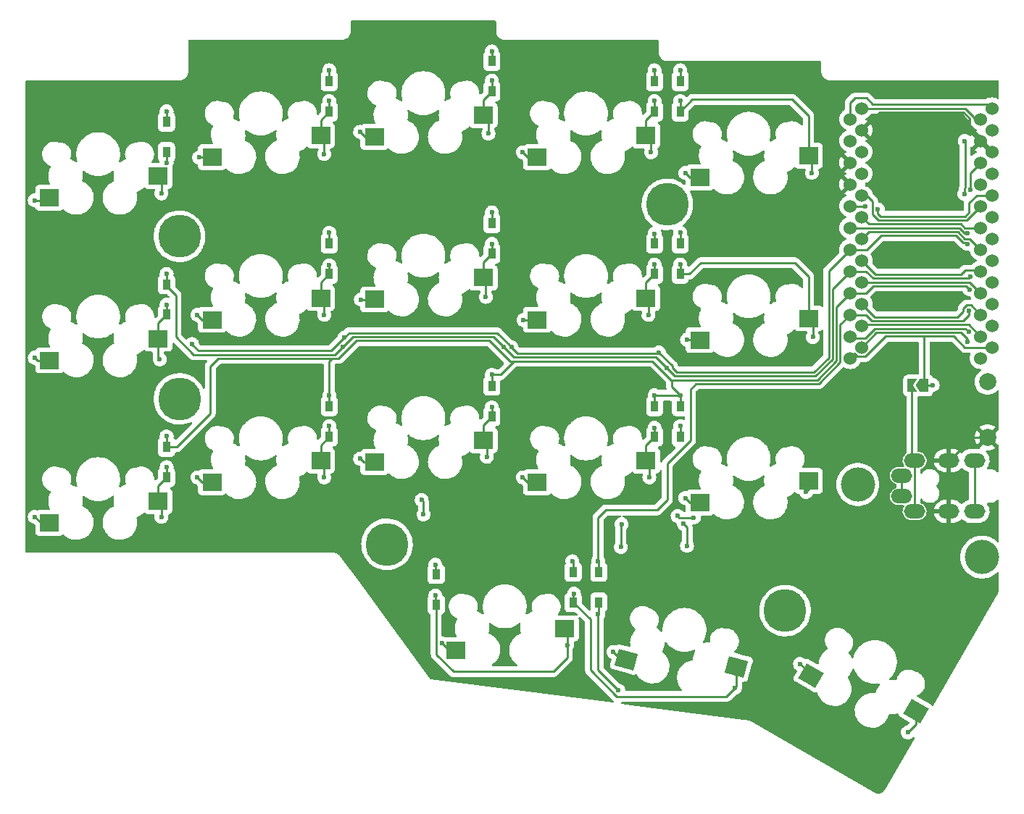
<source format=gbl>
G04 #@! TF.GenerationSoftware,KiCad,Pcbnew,(6.0.11)*
G04 #@! TF.CreationDate,2023-02-16T20:31:25+09:00*
G04 #@! TF.ProjectId,corne-cherry,636f726e-652d-4636-9865-7272792e6b69,2.1*
G04 #@! TF.SameCoordinates,Original*
G04 #@! TF.FileFunction,Copper,L2,Bot*
G04 #@! TF.FilePolarity,Positive*
%FSLAX46Y46*%
G04 Gerber Fmt 4.6, Leading zero omitted, Abs format (unit mm)*
G04 Created by KiCad (PCBNEW (6.0.11)) date 2023-02-16 20:31:25*
%MOMM*%
%LPD*%
G01*
G04 APERTURE LIST*
G04 Aperture macros list*
%AMRotRect*
0 Rectangle, with rotation*
0 The origin of the aperture is its center*
0 $1 length*
0 $2 width*
0 $3 Rotation angle, in degrees counterclockwise*
0 Add horizontal line*
21,1,$1,$2,0,0,$3*%
%AMFreePoly0*
4,1,6,1.000000,0.000000,0.500000,-0.750000,-0.500000,-0.750000,-0.500000,0.750000,0.500000,0.750000,1.000000,0.000000,1.000000,0.000000,$1*%
%AMFreePoly1*
4,1,6,0.500000,-0.750000,-0.650000,-0.750000,-0.150000,0.000000,-0.650000,0.750000,0.500000,0.750000,0.500000,-0.750000,0.500000,-0.750000,$1*%
G04 Aperture macros list end*
G04 #@! TA.AperFunction,ComponentPad*
%ADD10C,5.000000*%
G04 #@! TD*
G04 #@! TA.AperFunction,SMDPad,CuDef*
%ADD11R,2.300000X2.000000*%
G04 #@! TD*
G04 #@! TA.AperFunction,ComponentPad*
%ADD12C,1.524000*%
G04 #@! TD*
G04 #@! TA.AperFunction,SMDPad,CuDef*
%ADD13R,0.950000X1.300000*%
G04 #@! TD*
G04 #@! TA.AperFunction,ComponentPad*
%ADD14O,2.500000X1.700000*%
G04 #@! TD*
G04 #@! TA.AperFunction,SMDPad,CuDef*
%ADD15RotRect,2.300000X2.000000X345.000000*%
G04 #@! TD*
G04 #@! TA.AperFunction,ComponentPad*
%ADD16C,4.000000*%
G04 #@! TD*
G04 #@! TA.AperFunction,SMDPad,CuDef*
%ADD17RotRect,2.300000X2.000000X330.000000*%
G04 #@! TD*
G04 #@! TA.AperFunction,ComponentPad*
%ADD18C,2.000000*%
G04 #@! TD*
G04 #@! TA.AperFunction,SMDPad,CuDef*
%ADD19FreePoly0,180.000000*%
G04 #@! TD*
G04 #@! TA.AperFunction,SMDPad,CuDef*
%ADD20FreePoly1,180.000000*%
G04 #@! TD*
G04 #@! TA.AperFunction,ViaPad*
%ADD21C,0.600000*%
G04 #@! TD*
G04 #@! TA.AperFunction,Conductor*
%ADD22C,0.250000*%
G04 #@! TD*
G04 APERTURE END LIST*
D10*
X69750000Y-160000000D03*
D11*
X77800000Y-172370000D03*
X90500000Y-169830000D03*
D12*
X123860000Y-110292000D03*
X140406400Y-109022000D03*
X140406400Y-111562000D03*
X123860000Y-112832000D03*
X123860000Y-115372000D03*
X140406400Y-114102000D03*
X140406400Y-116642000D03*
X123860000Y-117912000D03*
X140406400Y-119182000D03*
X123860000Y-120452000D03*
X123860000Y-122992000D03*
X140406400Y-121722000D03*
X123860000Y-125532000D03*
X140406400Y-124262000D03*
X123860000Y-128072000D03*
X140406400Y-126802000D03*
X123860000Y-130612000D03*
X140406400Y-129342000D03*
X123860000Y-133152000D03*
X140406400Y-131882000D03*
X140406400Y-134422000D03*
X123860000Y-135692000D03*
X123860000Y-138232000D03*
X140406400Y-136962000D03*
X139100000Y-138232000D03*
X125186400Y-136962000D03*
X125186400Y-134422000D03*
X139100000Y-135692000D03*
X139100000Y-133152000D03*
X125186400Y-131882000D03*
X139100000Y-130612000D03*
X125186400Y-129342000D03*
X139100000Y-128072000D03*
X125186400Y-126802000D03*
X125186400Y-124262000D03*
X139100000Y-125532000D03*
X125186400Y-121722000D03*
X139100000Y-122992000D03*
X139100000Y-120452000D03*
X125186400Y-119182000D03*
X139100000Y-117912000D03*
X125186400Y-116642000D03*
X125186400Y-114102000D03*
X139100000Y-115372000D03*
X125186400Y-111562000D03*
X139100000Y-112832000D03*
X139100000Y-110292000D03*
X125186400Y-109022000D03*
D10*
X102500000Y-120250000D03*
D11*
X49300000Y-114745000D03*
X62000000Y-112205000D03*
D13*
X101000000Y-124850000D03*
X101000000Y-128400000D03*
X82000000Y-122475000D03*
X82000000Y-126025000D03*
X75500000Y-163475000D03*
X75500000Y-167025000D03*
X104000000Y-143850000D03*
X104000000Y-147400000D03*
X104000000Y-105850000D03*
X104000000Y-109400000D03*
D11*
X30300000Y-157495000D03*
X43000000Y-154955000D03*
X68300000Y-112370000D03*
X81000000Y-109830000D03*
D13*
X44000000Y-129600000D03*
X44000000Y-133150000D03*
D10*
X45500000Y-143000000D03*
X116250000Y-167750000D03*
D11*
X49300000Y-152745000D03*
X62000000Y-150205000D03*
D14*
X129885000Y-151950000D03*
X129885000Y-154400000D03*
X138385000Y-156150000D03*
X138385000Y-150200000D03*
X135385000Y-156150000D03*
X135385000Y-150200000D03*
X131385000Y-150200000D03*
X131385000Y-156150000D03*
D11*
X68300000Y-150370000D03*
X81000000Y-147830000D03*
X87300000Y-133745000D03*
X100000000Y-131205000D03*
D13*
X63000000Y-105850000D03*
X63000000Y-109400000D03*
D11*
X30300000Y-138495000D03*
X43000000Y-135955000D03*
D10*
X45500000Y-124000000D03*
D11*
X106300000Y-117120000D03*
X119000000Y-114580000D03*
D13*
X63000000Y-124850000D03*
X63000000Y-128400000D03*
X91500000Y-163225000D03*
X91500000Y-166775000D03*
X101000000Y-105850000D03*
X101000000Y-109400000D03*
D11*
X87300000Y-152745000D03*
X100000000Y-150205000D03*
D13*
X94500000Y-163225000D03*
X94500000Y-166775000D03*
D15*
X97669069Y-173470272D03*
X110593728Y-174303822D03*
D11*
X49300000Y-133745000D03*
X62000000Y-131205000D03*
X106300000Y-136120000D03*
X119000000Y-133580000D03*
D13*
X101000000Y-143850000D03*
X101000000Y-147400000D03*
D11*
X87300000Y-114745000D03*
X100000000Y-112205000D03*
D16*
X139250000Y-161500000D03*
D13*
X104000000Y-124850000D03*
X104000000Y-128400000D03*
D11*
X30300000Y-119495000D03*
X43000000Y-116955000D03*
D17*
X119253655Y-175334050D03*
X131522178Y-179484346D03*
D13*
X63000000Y-143850000D03*
X63000000Y-147400000D03*
X44000000Y-110600000D03*
X44000000Y-114150000D03*
X82000000Y-141475000D03*
X82000000Y-145025000D03*
D11*
X106300000Y-155120000D03*
X119000000Y-152580000D03*
X68300000Y-131370000D03*
X81000000Y-128830000D03*
D13*
X44000000Y-148600000D03*
X44000000Y-152150000D03*
X82000000Y-103475000D03*
X82000000Y-107025000D03*
D16*
X124750000Y-153000000D03*
D18*
X139900000Y-141000000D03*
X139900000Y-147500000D03*
D19*
X132525000Y-141425000D03*
D20*
X131075000Y-141425000D03*
D21*
X63000000Y-104575000D03*
X44000000Y-109375000D03*
X64758058Y-135833058D03*
X104000000Y-104575000D03*
X101525233Y-137564422D03*
X101000000Y-104575000D03*
X137524500Y-124887000D03*
X46975500Y-136575000D03*
X84275871Y-136931297D03*
X82000000Y-102375000D03*
X43400000Y-118975000D03*
X44000000Y-115375000D03*
X82000000Y-121175000D03*
X64550000Y-136925000D03*
X137864834Y-128718472D03*
X104000000Y-123575000D03*
X83418198Y-136956802D03*
X102468198Y-139406802D03*
X44000000Y-128375000D03*
X63000000Y-123575000D03*
X101000000Y-123675000D03*
X63000000Y-108175000D03*
X62400000Y-114375000D03*
X137809911Y-130205089D03*
X44000000Y-147375000D03*
X104000000Y-142575000D03*
X82000000Y-140175000D03*
X101000000Y-142575000D03*
X63000000Y-142575000D03*
X82000000Y-105775000D03*
X81600000Y-111975000D03*
X91400000Y-161975000D03*
X94400000Y-161975000D03*
X137719911Y-132655089D03*
X75400000Y-162375000D03*
X100600000Y-114175000D03*
X101000000Y-108175000D03*
X104000000Y-108175000D03*
X119400000Y-116575000D03*
X44000000Y-131975000D03*
X43200000Y-138375000D03*
X62400000Y-133175000D03*
X63000000Y-127375000D03*
X82000000Y-124875000D03*
X81300000Y-131075000D03*
X101000000Y-127275000D03*
X100300000Y-133175000D03*
X119500000Y-135775000D03*
X104000000Y-127275000D03*
X44000000Y-150975000D03*
X43400000Y-156775000D03*
X63000000Y-146175000D03*
X62400000Y-152175000D03*
X81400000Y-149775000D03*
X82000000Y-143975000D03*
X100400000Y-152175000D03*
X101000000Y-146375000D03*
X105600000Y-156875000D03*
X103700000Y-156675000D03*
X104000000Y-146175000D03*
X118700000Y-153875000D03*
X75400000Y-165975000D03*
X90800000Y-171775000D03*
X91600000Y-165775000D03*
X110400000Y-176775000D03*
X130600000Y-181975000D03*
X96788438Y-177080260D03*
X94400000Y-168175000D03*
X125597000Y-120452000D03*
X127104500Y-120828578D03*
X127226242Y-119183258D03*
X103420000Y-131215000D03*
X36090000Y-155955000D03*
X55020000Y-124305000D03*
X73850000Y-120775000D03*
X28080000Y-145795000D03*
X125853000Y-117912000D03*
X132060000Y-126185000D03*
X83510000Y-170625000D03*
X82360000Y-160185000D03*
X55090000Y-151065000D03*
X111850000Y-153665000D03*
X131750000Y-131505000D03*
X116950000Y-179925000D03*
X27950000Y-127355000D03*
X102100000Y-164325000D03*
X93700000Y-141755000D03*
X104600000Y-116575000D03*
X118000000Y-173975000D03*
X104800000Y-160175000D03*
X104800000Y-136075000D03*
X104600000Y-154575000D03*
X104400000Y-157575000D03*
X28600000Y-119775000D03*
X28600000Y-138175000D03*
X28600000Y-156775000D03*
X47800000Y-114775000D03*
X47600000Y-152175000D03*
X47600000Y-133175000D03*
X74000000Y-156499500D03*
X73800000Y-154800500D03*
X66700000Y-131375000D03*
X66600000Y-111775000D03*
X66600000Y-149975000D03*
X76200000Y-171575000D03*
X85600000Y-114175000D03*
X85600000Y-152175000D03*
X97150000Y-157650500D03*
X96200000Y-172575000D03*
X85700000Y-133775000D03*
X97070766Y-160304234D03*
X137524500Y-123637500D03*
X137699911Y-135175089D03*
X137193911Y-119043411D03*
X137243000Y-112832000D03*
X137524500Y-136337500D03*
X137880000Y-118575000D03*
X133500000Y-141375000D03*
D22*
X82000000Y-103475000D02*
X82000000Y-102375000D01*
X137350000Y-124712500D02*
X137054708Y-124712500D01*
X46975500Y-136650500D02*
X46975500Y-136575000D01*
X137524500Y-124887000D02*
X137350000Y-124712500D01*
X119627208Y-139875000D02*
X121350000Y-138152208D01*
X84043198Y-136697918D02*
X84043198Y-136718198D01*
X85000000Y-137675000D02*
X101414655Y-137675000D01*
X101000000Y-105850000D02*
X101000000Y-104575000D01*
X104000000Y-105850000D02*
X104000000Y-104575000D01*
X121350000Y-138152208D02*
X121350000Y-128042000D01*
X123893000Y-125565000D02*
X123860000Y-125532000D01*
X64758058Y-135833058D02*
X65316116Y-135275000D01*
X82620280Y-135275000D02*
X84043198Y-136697918D01*
X63000000Y-105850000D02*
X63000000Y-104575000D01*
X103093198Y-139147918D02*
X103093198Y-139368198D01*
X137054708Y-124712500D02*
X136237208Y-123895000D01*
X134644208Y-123892000D02*
X127473000Y-123892000D01*
X103093198Y-139368198D02*
X103600000Y-139875000D01*
X101414655Y-137675000D02*
X101525233Y-137564422D01*
X121350000Y-128042000D02*
X123860000Y-125532000D01*
X127473000Y-123892000D02*
X125800000Y-125565000D01*
X84043198Y-136718198D02*
X85000000Y-137675000D01*
X101525233Y-137579953D02*
X103093198Y-139147918D01*
X64758058Y-135833058D02*
X63216116Y-137375000D01*
X44000000Y-110600000D02*
X44000000Y-109375000D01*
X103600000Y-139875000D02*
X119627208Y-139875000D01*
X63216116Y-137375000D02*
X47700000Y-137375000D01*
X125800000Y-125565000D02*
X123893000Y-125565000D01*
X65316116Y-135275000D02*
X82620280Y-135275000D01*
X134647208Y-123895000D02*
X134644208Y-123892000D01*
X101525233Y-137564422D02*
X101525233Y-137579953D01*
X47700000Y-137375000D02*
X46975500Y-136650500D01*
X136237208Y-123895000D02*
X134647208Y-123895000D01*
X43400000Y-118975000D02*
X43400000Y-117355000D01*
X44000000Y-115375000D02*
X44000000Y-114150000D01*
X43400000Y-117355000D02*
X43000000Y-116955000D01*
X63650000Y-137825000D02*
X64550000Y-136925000D01*
X65750000Y-135725000D02*
X82186396Y-135725000D01*
X44000000Y-129775000D02*
X45100000Y-130875000D01*
X104000000Y-123575000D02*
X104000000Y-124850000D01*
X83418198Y-136956802D02*
X84586396Y-138125000D01*
X82186396Y-135725000D02*
X83418198Y-136956802D01*
X102468198Y-139406802D02*
X103386396Y-140325000D01*
X103386396Y-140325000D02*
X119813604Y-140325000D01*
X82000000Y-121175000D02*
X82000000Y-122475000D01*
X137691306Y-128892000D02*
X126527000Y-128892000D01*
X121800000Y-138338604D02*
X121800000Y-130132000D01*
X45100000Y-130875000D02*
X45100000Y-135775000D01*
X47150000Y-137825000D02*
X63650000Y-137825000D01*
X44000000Y-129600000D02*
X44000000Y-128375000D01*
X121800000Y-130132000D02*
X123860000Y-128072000D01*
X119813604Y-140325000D02*
X121800000Y-138338604D01*
X64550000Y-136925000D02*
X65750000Y-135725000D01*
X44000000Y-129600000D02*
X44000000Y-129775000D01*
X125707000Y-128072000D02*
X123860000Y-128072000D01*
X101000000Y-123675000D02*
X101000000Y-124850000D01*
X84586396Y-138125000D02*
X101186396Y-138125000D01*
X126527000Y-128892000D02*
X125707000Y-128072000D01*
X137864834Y-128718472D02*
X137691306Y-128892000D01*
X101186396Y-138125000D02*
X102468198Y-139406802D01*
X45100000Y-135775000D02*
X47150000Y-137825000D01*
X63000000Y-123575000D02*
X63000000Y-124850000D01*
X62000000Y-110400000D02*
X63000000Y-109400000D01*
X62400000Y-112605000D02*
X62000000Y-112205000D01*
X62000000Y-112205000D02*
X62000000Y-110400000D01*
X62400000Y-114375000D02*
X62400000Y-112605000D01*
X63000000Y-109400000D02*
X63000000Y-108175000D01*
X103000000Y-141575000D02*
X103000000Y-140775000D01*
X64083884Y-138275000D02*
X66183884Y-136175000D01*
X44000000Y-148600000D02*
X45175000Y-148600000D01*
X83000000Y-140175000D02*
X84600000Y-138575000D01*
X137396822Y-129792000D02*
X126533000Y-129792000D01*
X126533000Y-129792000D02*
X125713000Y-130612000D01*
X103200000Y-140775000D02*
X120000000Y-140775000D01*
X63000000Y-138575000D02*
X63300000Y-138275000D01*
X63000000Y-143850000D02*
X63000000Y-142575000D01*
X81700000Y-136175000D02*
X84100000Y-138575000D01*
X122250000Y-138525000D02*
X122250000Y-132222000D01*
X66183884Y-136175000D02*
X81700000Y-136175000D01*
X100752512Y-138575000D02*
X102952512Y-140775000D01*
X82000000Y-141475000D02*
X82000000Y-140175000D01*
X82000000Y-140175000D02*
X83000000Y-140175000D01*
X49100000Y-139175000D02*
X50000000Y-138275000D01*
X63300000Y-138275000D02*
X64083884Y-138275000D01*
X122250000Y-132222000D02*
X123860000Y-130612000D01*
X63000000Y-142575000D02*
X63000000Y-138575000D01*
X49100000Y-144675000D02*
X49100000Y-139175000D01*
X101000000Y-142575000D02*
X104000000Y-142575000D01*
X45175000Y-148600000D02*
X49100000Y-144675000D01*
X102952512Y-140775000D02*
X103200000Y-140775000D01*
X137809911Y-130205089D02*
X137396822Y-129792000D01*
X125713000Y-130612000D02*
X123860000Y-130612000D01*
X104000000Y-143850000D02*
X104000000Y-142575000D01*
X101000000Y-143850000D02*
X101000000Y-142575000D01*
X50000000Y-138275000D02*
X63300000Y-138275000D01*
X84100000Y-138575000D02*
X84600000Y-138575000D01*
X44000000Y-148600000D02*
X44000000Y-147375000D01*
X120000000Y-140775000D02*
X122250000Y-138525000D01*
X84600000Y-138575000D02*
X100752512Y-138575000D01*
X104000000Y-142575000D02*
X103000000Y-141575000D01*
X81600000Y-111975000D02*
X81600000Y-110430000D01*
X81000000Y-108025000D02*
X82000000Y-107025000D01*
X81000000Y-109830000D02*
X81000000Y-108025000D01*
X81600000Y-110430000D02*
X81000000Y-109830000D01*
X82000000Y-107025000D02*
X82000000Y-105775000D01*
X105200000Y-141875000D02*
X105850000Y-141225000D01*
X102500000Y-150575000D02*
X105200000Y-147875000D01*
X122700000Y-134312000D02*
X123860000Y-133152000D01*
X125680000Y-133185000D02*
X123893000Y-133185000D01*
X94400000Y-161975000D02*
X94400000Y-156875000D01*
X122700000Y-138711396D02*
X122700000Y-134312000D01*
X137719911Y-132655089D02*
X137719911Y-133235089D01*
X137719911Y-133235089D02*
X137080000Y-133875000D01*
X126370000Y-133875000D02*
X125680000Y-133185000D01*
X120186396Y-141225000D02*
X122700000Y-138711396D01*
X101300000Y-155975000D02*
X102500000Y-154775000D01*
X94500000Y-162075000D02*
X94400000Y-161975000D01*
X75400000Y-163375000D02*
X75500000Y-163475000D01*
X105850000Y-141225000D02*
X120186396Y-141225000D01*
X75400000Y-162375000D02*
X75400000Y-163375000D01*
X137080000Y-133875000D02*
X126370000Y-133875000D01*
X91500000Y-162075000D02*
X91400000Y-161975000D01*
X105200000Y-147875000D02*
X105200000Y-141875000D01*
X123893000Y-133185000D02*
X123860000Y-133152000D01*
X102500000Y-154775000D02*
X102500000Y-150575000D01*
X94400000Y-156875000D02*
X95300000Y-155975000D01*
X91500000Y-163225000D02*
X91500000Y-162075000D01*
X95300000Y-155975000D02*
X101300000Y-155975000D01*
X94500000Y-163225000D02*
X94500000Y-162075000D01*
X100600000Y-112805000D02*
X100000000Y-112205000D01*
X100000000Y-112205000D02*
X100000000Y-110400000D01*
X100600000Y-114175000D02*
X100600000Y-112805000D01*
X100000000Y-110400000D02*
X101000000Y-109400000D01*
X101000000Y-109400000D02*
X101000000Y-108175000D01*
X119400000Y-114980000D02*
X119000000Y-114580000D01*
X119000000Y-109915000D02*
X119000000Y-114580000D01*
X119400000Y-116575000D02*
X119400000Y-114980000D01*
X104000000Y-109400000D02*
X104000000Y-108175000D01*
X104000000Y-109400000D02*
X105405000Y-107995000D01*
X105405000Y-107995000D02*
X117080000Y-107995000D01*
X117080000Y-107995000D02*
X119000000Y-109915000D01*
X43000000Y-135955000D02*
X43000000Y-134150000D01*
X43000000Y-135955000D02*
X43000000Y-138175000D01*
X44000000Y-133150000D02*
X44000000Y-131975000D01*
X43000000Y-134150000D02*
X44000000Y-133150000D01*
X43000000Y-138175000D02*
X43200000Y-138375000D01*
X62400000Y-131605000D02*
X62000000Y-131205000D01*
X62000000Y-129400000D02*
X63000000Y-128400000D01*
X63000000Y-127375000D02*
X63000000Y-128400000D01*
X62400000Y-133175000D02*
X62400000Y-131605000D01*
X62000000Y-131205000D02*
X62000000Y-129400000D01*
X82000000Y-124875000D02*
X82000000Y-126025000D01*
X81000000Y-127025000D02*
X82000000Y-126025000D01*
X81300000Y-131075000D02*
X81300000Y-129130000D01*
X81000000Y-128830000D02*
X81000000Y-127025000D01*
X81300000Y-129130000D02*
X81000000Y-128830000D01*
X101000000Y-127275000D02*
X101000000Y-128400000D01*
X100300000Y-131505000D02*
X100000000Y-131205000D01*
X100000000Y-129400000D02*
X101000000Y-128400000D01*
X100300000Y-133175000D02*
X100300000Y-131505000D01*
X100000000Y-131205000D02*
X100000000Y-129400000D01*
X119500000Y-134080000D02*
X119000000Y-133580000D01*
X104000000Y-127275000D02*
X104000000Y-128400000D01*
X106380000Y-127095000D02*
X117380000Y-127095000D01*
X117380000Y-127095000D02*
X119000000Y-128715000D01*
X105075000Y-128400000D02*
X106380000Y-127095000D01*
X104000000Y-128400000D02*
X105075000Y-128400000D01*
X119000000Y-128715000D02*
X119000000Y-133580000D01*
X119500000Y-135775000D02*
X119500000Y-134080000D01*
X44000000Y-152150000D02*
X44000000Y-150975000D01*
X43400000Y-155355000D02*
X43000000Y-154955000D01*
X43000000Y-154955000D02*
X43000000Y-153150000D01*
X43400000Y-156775000D02*
X43400000Y-155355000D01*
X43000000Y-153150000D02*
X44000000Y-152150000D01*
X62400000Y-152175000D02*
X62400000Y-150605000D01*
X62000000Y-150205000D02*
X62000000Y-148400000D01*
X62400000Y-150605000D02*
X62000000Y-150205000D01*
X63000000Y-147400000D02*
X63000000Y-146175000D01*
X62000000Y-148400000D02*
X63000000Y-147400000D01*
X81000000Y-146025000D02*
X82000000Y-145025000D01*
X81400000Y-148230000D02*
X81000000Y-147830000D01*
X82000000Y-145025000D02*
X82000000Y-143975000D01*
X81400000Y-149775000D02*
X81400000Y-148230000D01*
X81000000Y-147830000D02*
X81000000Y-146025000D01*
X100400000Y-150605000D02*
X100000000Y-150205000D01*
X100000000Y-148400000D02*
X101000000Y-147400000D01*
X100000000Y-150205000D02*
X100000000Y-148400000D01*
X100400000Y-152175000D02*
X100400000Y-150605000D01*
X101000000Y-147400000D02*
X101000000Y-146375000D01*
X104000000Y-147400000D02*
X104000000Y-146175000D01*
X105600000Y-156875000D02*
X103900000Y-156875000D01*
X118700000Y-153875000D02*
X119000000Y-153575000D01*
X103900000Y-156875000D02*
X103700000Y-156675000D01*
X119000000Y-153575000D02*
X119000000Y-152580000D01*
X77505000Y-174875000D02*
X89200000Y-174875000D01*
X75500000Y-167025000D02*
X75500000Y-172870000D01*
X90800000Y-171775000D02*
X90800000Y-170130000D01*
X90800000Y-170130000D02*
X90500000Y-169830000D01*
X90800000Y-173275000D02*
X90800000Y-171775000D01*
X75400000Y-166925000D02*
X75500000Y-167025000D01*
X75400000Y-165975000D02*
X75400000Y-166925000D01*
X89200000Y-174875000D02*
X90800000Y-173275000D01*
X75500000Y-172870000D02*
X77505000Y-174875000D01*
X91500000Y-165875000D02*
X91600000Y-165775000D01*
X96600000Y-177775000D02*
X109400000Y-177775000D01*
X93500000Y-168775000D02*
X93500000Y-174675000D01*
X91500000Y-166775000D02*
X91500000Y-165875000D01*
X110593728Y-176581272D02*
X110400000Y-176775000D01*
X110593728Y-174303822D02*
X110593728Y-176581272D01*
X91500000Y-166775000D02*
X93500000Y-168775000D01*
X109400000Y-177775000D02*
X110400000Y-176775000D01*
X93500000Y-174675000D02*
X96600000Y-177775000D01*
X94500000Y-168075000D02*
X94400000Y-168175000D01*
X131522178Y-181052822D02*
X130600000Y-181975000D01*
X94500000Y-166775000D02*
X94500000Y-168075000D01*
X94400000Y-168175000D02*
X94400000Y-174691822D01*
X131522178Y-179484346D02*
X131522178Y-181052822D01*
X94400000Y-174691822D02*
X96788438Y-177080260D01*
X129885000Y-151950000D02*
X129885000Y-154400000D01*
X123860000Y-110292000D02*
X123860000Y-108415000D01*
X124440000Y-107835000D02*
X125760000Y-107835000D01*
X125760000Y-107835000D02*
X126497000Y-108572000D01*
X123860000Y-108415000D02*
X124440000Y-107835000D01*
X139956400Y-108572000D02*
X140406400Y-109022000D01*
X126497000Y-108572000D02*
X139956400Y-108572000D01*
X137770000Y-120045000D02*
X138633000Y-119182000D01*
X127104500Y-120828578D02*
X127104500Y-121379500D01*
X127367000Y-121642000D02*
X135576188Y-121642000D01*
X137270604Y-121645000D02*
X137770000Y-121145604D01*
X138633000Y-119182000D02*
X140406400Y-119182000D01*
X137770000Y-121145604D02*
X137770000Y-120045000D01*
X127104500Y-121379500D02*
X127367000Y-121642000D01*
X125597000Y-120452000D02*
X123860000Y-120452000D01*
X135576188Y-121642000D02*
X135579188Y-121645000D01*
X135579188Y-121645000D02*
X137270604Y-121645000D01*
X127226242Y-119183258D02*
X125954984Y-117912000D01*
X125954984Y-117912000D02*
X125853000Y-117912000D01*
X135385000Y-150200000D02*
X135385000Y-156150000D01*
X137810000Y-111145000D02*
X139100000Y-112435000D01*
X135475000Y-150200000D02*
X138175000Y-147500000D01*
X138175000Y-147500000D02*
X139900000Y-147500000D01*
X139100000Y-112435000D02*
X139100000Y-112832000D01*
X127276400Y-109472000D02*
X137087000Y-109472000D01*
X137810000Y-110195000D02*
X137810000Y-111145000D01*
X137087000Y-109472000D02*
X137810000Y-110195000D01*
X135385000Y-150200000D02*
X135475000Y-150200000D01*
X125186400Y-111562000D02*
X127276400Y-109472000D01*
X131410000Y-156125000D02*
X131385000Y-156150000D01*
X131385000Y-150200000D02*
X131410000Y-150225000D01*
X131410000Y-150225000D02*
X131410000Y-156125000D01*
X131075000Y-149890000D02*
X131385000Y-150200000D01*
X131075000Y-141425000D02*
X131075000Y-149890000D01*
X106255000Y-136075000D02*
X106300000Y-136120000D01*
X106300000Y-155120000D02*
X105145000Y-155120000D01*
X104800000Y-136075000D02*
X106255000Y-136075000D01*
X105145000Y-155120000D02*
X104600000Y-154575000D01*
X106300000Y-117120000D02*
X105145000Y-117120000D01*
X137094911Y-132396205D02*
X137461027Y-132030089D01*
X137461027Y-132030089D02*
X137978089Y-132030089D01*
X125186400Y-131882000D02*
X126729400Y-133425000D01*
X119253655Y-175228655D02*
X118000000Y-173975000D01*
X136418058Y-133425000D02*
X137094911Y-132748147D01*
X104400000Y-157575000D02*
X104800000Y-157975000D01*
X105145000Y-117120000D02*
X104600000Y-116575000D01*
X126729400Y-133425000D02*
X136418058Y-133425000D01*
X137978089Y-132030089D02*
X139100000Y-133152000D01*
X104800000Y-157975000D02*
X104800000Y-160175000D01*
X137094911Y-132748147D02*
X137094911Y-132396205D01*
X119253655Y-175334050D02*
X119253655Y-175228655D01*
X28920000Y-138495000D02*
X28600000Y-138175000D01*
X139079500Y-123012500D02*
X139100000Y-122992000D01*
X29320000Y-157495000D02*
X28600000Y-156775000D01*
X136798116Y-122545000D02*
X137265616Y-123012500D01*
X30300000Y-157495000D02*
X29320000Y-157495000D01*
X126006400Y-122542000D02*
X135203396Y-122542000D01*
X28600000Y-119775000D02*
X30020000Y-119775000D01*
X137265616Y-123012500D02*
X139079500Y-123012500D01*
X135203396Y-122542000D02*
X135206396Y-122545000D01*
X125186400Y-121722000D02*
X126006400Y-122542000D01*
X30020000Y-119775000D02*
X30300000Y-119495000D01*
X135206396Y-122545000D02*
X136798116Y-122545000D01*
X30300000Y-138495000D02*
X28920000Y-138495000D01*
X47800000Y-114775000D02*
X49270000Y-114775000D01*
X48170000Y-133745000D02*
X47600000Y-133175000D01*
X137241104Y-124262500D02*
X137830500Y-124262500D01*
X49270000Y-114775000D02*
X49300000Y-114745000D01*
X125186400Y-124262000D02*
X126006400Y-123442000D01*
X136423604Y-123445000D02*
X137241104Y-124262500D01*
X48170000Y-152745000D02*
X47600000Y-152175000D01*
X134830604Y-123442000D02*
X134833604Y-123445000D01*
X49300000Y-133745000D02*
X48170000Y-133745000D01*
X134833604Y-123445000D02*
X136423604Y-123445000D01*
X49300000Y-152745000D02*
X48170000Y-152745000D01*
X126006400Y-123442000D02*
X134830604Y-123442000D01*
X137830500Y-124262500D02*
X139100000Y-125532000D01*
X138993000Y-127965000D02*
X139100000Y-128072000D01*
X126826400Y-128442000D02*
X136823000Y-128442000D01*
X136823000Y-128442000D02*
X137305000Y-127960000D01*
X77800000Y-172370000D02*
X76995000Y-172370000D01*
X66700000Y-131375000D02*
X68295000Y-131375000D01*
X137873884Y-127965000D02*
X138993000Y-127965000D01*
X67195000Y-112370000D02*
X66600000Y-111775000D01*
X74000000Y-155000500D02*
X73800000Y-154800500D01*
X68300000Y-150370000D02*
X66995000Y-150370000D01*
X74000000Y-156499500D02*
X74000000Y-155000500D01*
X125186400Y-126802000D02*
X126826400Y-128442000D01*
X137868884Y-127960000D02*
X137873884Y-127965000D01*
X137305000Y-127960000D02*
X137868884Y-127960000D01*
X68300000Y-112370000D02*
X67195000Y-112370000D01*
X68295000Y-131375000D02*
X68300000Y-131370000D01*
X76995000Y-172370000D02*
X76200000Y-171575000D01*
X66995000Y-150370000D02*
X66600000Y-149975000D01*
X86170000Y-114745000D02*
X85600000Y-114175000D01*
X137830000Y-129342000D02*
X139100000Y-130612000D01*
X97095272Y-173470272D02*
X96200000Y-172575000D01*
X125186400Y-129342000D02*
X137830000Y-129342000D01*
X85700000Y-133775000D02*
X87270000Y-133775000D01*
X86170000Y-152745000D02*
X85600000Y-152175000D01*
X87300000Y-152745000D02*
X86170000Y-152745000D01*
X87270000Y-133775000D02*
X87300000Y-133745000D01*
X87300000Y-114745000D02*
X86170000Y-114745000D01*
X97070766Y-157729734D02*
X97150000Y-157650500D01*
X97070766Y-160304234D02*
X97070766Y-157729734D01*
X97669069Y-173470272D02*
X97095272Y-173470272D01*
X135020000Y-122995000D02*
X136610000Y-122995000D01*
X137252500Y-123637500D02*
X137524500Y-123637500D01*
X135017000Y-122992000D02*
X135020000Y-122995000D01*
X123860000Y-122992000D02*
X135017000Y-122992000D01*
X136610000Y-122995000D02*
X137252500Y-123637500D01*
X126736651Y-134775000D02*
X137299822Y-134775000D01*
X137299822Y-134775000D02*
X137699911Y-135175089D01*
X123860000Y-135692000D02*
X124043000Y-135875000D01*
X124043000Y-135875000D02*
X125636651Y-135875000D01*
X125636651Y-135875000D02*
X126736651Y-134775000D01*
X137193911Y-118377205D02*
X137270000Y-118301116D01*
X137270000Y-112859000D02*
X137243000Y-112832000D01*
X138385000Y-150200000D02*
X138385000Y-156150000D01*
X137270000Y-118301116D02*
X137270000Y-112859000D01*
X137193911Y-119043411D02*
X137193911Y-118377205D01*
X136770000Y-135225000D02*
X137524500Y-135979500D01*
X137524500Y-135979500D02*
X137524500Y-136337500D01*
X126923400Y-135225000D02*
X136770000Y-135225000D01*
X125186400Y-136962000D02*
X126923400Y-135225000D01*
X137733000Y-134325000D02*
X139100000Y-135692000D01*
X125186400Y-134422000D02*
X125283400Y-134325000D01*
X125283400Y-134325000D02*
X137733000Y-134325000D01*
X126480000Y-121455000D02*
X127117000Y-122092000D01*
X125186400Y-119182000D02*
X125770884Y-119182000D01*
X126480000Y-119891116D02*
X126480000Y-121455000D01*
X127117000Y-122092000D02*
X135389792Y-122092000D01*
X125770884Y-119182000D02*
X126480000Y-119891116D01*
X135389792Y-122092000D02*
X135392792Y-122095000D01*
X135392792Y-122095000D02*
X137457000Y-122095000D01*
X137457000Y-122095000D02*
X139100000Y-120452000D01*
X137273396Y-109022000D02*
X138260000Y-110008604D01*
X125186400Y-109022000D02*
X137273396Y-109022000D01*
X138260000Y-110075000D02*
X138477000Y-110292000D01*
X138477000Y-110292000D02*
X139100000Y-110292000D01*
X138260000Y-110008604D02*
X138260000Y-110075000D01*
X137880000Y-118575000D02*
X137880000Y-116592000D01*
X137880000Y-116592000D02*
X139100000Y-115372000D01*
X135980000Y-135675000D02*
X136138116Y-135833116D01*
X133500000Y-141375000D02*
X132575000Y-141375000D01*
X132525000Y-141425000D02*
X132500000Y-141400000D01*
X132500000Y-141400000D02*
X132500000Y-135675000D01*
X137265116Y-136962000D02*
X140406400Y-136962000D01*
X125636651Y-138049000D02*
X128010651Y-135675000D01*
X128010651Y-135675000D02*
X135980000Y-135675000D01*
X124736149Y-138049000D02*
X125636651Y-138049000D01*
X136138116Y-135835000D02*
X137265116Y-136962000D01*
X123860000Y-138232000D02*
X124389575Y-137702425D01*
X124389575Y-137702425D02*
X124736149Y-138049000D01*
X132575000Y-141375000D02*
X132525000Y-141425000D01*
X136138116Y-135833116D02*
X136138116Y-135835000D01*
G04 #@! TA.AperFunction,Conductor*
G36*
X82433621Y-98778502D02*
G01*
X82480114Y-98832158D01*
X82491500Y-98884500D01*
X82491500Y-99950633D01*
X82490000Y-99970018D01*
X82487690Y-99984851D01*
X82487690Y-99984855D01*
X82486309Y-99993724D01*
X82488136Y-100007692D01*
X82488345Y-100009290D01*
X82488929Y-100014644D01*
X82490830Y-100036368D01*
X82503028Y-100175793D01*
X82548700Y-100346245D01*
X82551022Y-100351226D01*
X82551023Y-100351227D01*
X82620951Y-100501189D01*
X82620954Y-100501194D01*
X82623277Y-100506176D01*
X82724493Y-100650727D01*
X82849273Y-100775507D01*
X82853781Y-100778664D01*
X82853784Y-100778666D01*
X82913126Y-100820217D01*
X82993824Y-100876723D01*
X82998806Y-100879046D01*
X82998811Y-100879049D01*
X83148773Y-100948977D01*
X83153755Y-100951300D01*
X83159063Y-100952722D01*
X83159065Y-100952723D01*
X83318892Y-100995548D01*
X83318893Y-100995548D01*
X83324207Y-100996972D01*
X83453712Y-101008302D01*
X83463626Y-101009568D01*
X83472689Y-101011093D01*
X83482656Y-101012770D01*
X83482658Y-101012770D01*
X83487448Y-101013576D01*
X83493724Y-101013653D01*
X83495140Y-101013670D01*
X83495143Y-101013670D01*
X83500000Y-101013729D01*
X83527624Y-101009773D01*
X83545486Y-101008500D01*
X101365500Y-101008500D01*
X101433621Y-101028502D01*
X101480114Y-101082158D01*
X101491500Y-101134500D01*
X101491500Y-102450633D01*
X101490000Y-102470018D01*
X101487690Y-102484851D01*
X101487690Y-102484855D01*
X101486309Y-102493724D01*
X101488345Y-102509290D01*
X101488929Y-102514644D01*
X101503028Y-102675793D01*
X101548700Y-102846245D01*
X101551022Y-102851226D01*
X101551023Y-102851227D01*
X101620951Y-103001189D01*
X101620954Y-103001194D01*
X101623277Y-103006176D01*
X101724493Y-103150727D01*
X101849273Y-103275507D01*
X101853781Y-103278664D01*
X101853784Y-103278666D01*
X101913126Y-103320217D01*
X101993824Y-103376723D01*
X101998806Y-103379046D01*
X101998811Y-103379049D01*
X102148773Y-103448977D01*
X102153755Y-103451300D01*
X102159063Y-103452722D01*
X102159065Y-103452723D01*
X102318892Y-103495548D01*
X102318893Y-103495548D01*
X102324207Y-103496972D01*
X102453712Y-103508302D01*
X102463626Y-103509568D01*
X102474556Y-103511407D01*
X102482656Y-103512770D01*
X102482658Y-103512770D01*
X102487448Y-103513576D01*
X102493724Y-103513653D01*
X102495140Y-103513670D01*
X102495143Y-103513670D01*
X102500000Y-103513729D01*
X102527624Y-103509773D01*
X102545486Y-103508500D01*
X120365500Y-103508500D01*
X120433621Y-103528502D01*
X120480114Y-103582158D01*
X120491500Y-103634500D01*
X120491500Y-104700633D01*
X120490000Y-104720018D01*
X120487690Y-104734851D01*
X120487690Y-104734855D01*
X120486309Y-104743724D01*
X120488136Y-104757692D01*
X120488345Y-104759290D01*
X120488929Y-104764644D01*
X120491698Y-104796291D01*
X120503028Y-104925793D01*
X120504452Y-104931107D01*
X120504452Y-104931108D01*
X120535641Y-105047506D01*
X120548700Y-105096245D01*
X120551022Y-105101226D01*
X120551023Y-105101227D01*
X120620951Y-105251189D01*
X120620954Y-105251194D01*
X120623277Y-105256176D01*
X120679783Y-105336874D01*
X120712874Y-105384133D01*
X120724493Y-105400727D01*
X120849273Y-105525507D01*
X120853781Y-105528664D01*
X120853784Y-105528666D01*
X120913126Y-105570217D01*
X120993824Y-105626723D01*
X120998806Y-105629046D01*
X120998811Y-105629049D01*
X121148773Y-105698977D01*
X121153755Y-105701300D01*
X121159063Y-105702722D01*
X121159065Y-105702723D01*
X121318892Y-105745548D01*
X121318893Y-105745548D01*
X121324207Y-105746972D01*
X121453712Y-105758302D01*
X121463626Y-105759568D01*
X121472689Y-105761093D01*
X121482656Y-105762770D01*
X121482658Y-105762770D01*
X121487448Y-105763576D01*
X121493724Y-105763652D01*
X121495140Y-105763670D01*
X121495143Y-105763670D01*
X121500000Y-105763729D01*
X121527624Y-105759773D01*
X121545486Y-105758500D01*
X141115500Y-105758500D01*
X141183621Y-105778502D01*
X141230114Y-105832158D01*
X141241500Y-105884500D01*
X141241500Y-107813809D01*
X141221498Y-107881930D01*
X141167842Y-107928423D01*
X141097568Y-107938527D01*
X141052501Y-107922929D01*
X141048583Y-107920667D01*
X141044077Y-107917512D01*
X140842596Y-107823560D01*
X140837288Y-107822138D01*
X140837286Y-107822137D01*
X140745485Y-107797539D01*
X140627863Y-107766022D01*
X140406400Y-107746647D01*
X140184937Y-107766022D01*
X140067315Y-107797539D01*
X139975514Y-107822137D01*
X139975512Y-107822138D01*
X139970204Y-107823560D01*
X139965223Y-107825882D01*
X139965222Y-107825883D01*
X139773702Y-107915190D01*
X139773696Y-107915194D01*
X139768724Y-107917512D01*
X139764224Y-107920663D01*
X139762570Y-107921618D01*
X139699569Y-107938500D01*
X126811595Y-107938500D01*
X126743474Y-107918498D01*
X126722500Y-107901595D01*
X126263652Y-107442747D01*
X126256112Y-107434461D01*
X126252000Y-107427982D01*
X126232614Y-107409777D01*
X126202349Y-107381357D01*
X126199507Y-107378602D01*
X126179770Y-107358865D01*
X126176573Y-107356385D01*
X126167551Y-107348680D01*
X126154122Y-107336069D01*
X126135321Y-107318414D01*
X126128375Y-107314595D01*
X126128372Y-107314593D01*
X126117566Y-107308652D01*
X126101047Y-107297801D01*
X126098267Y-107295645D01*
X126085041Y-107285386D01*
X126077772Y-107282241D01*
X126077768Y-107282238D01*
X126044463Y-107267826D01*
X126033813Y-107262609D01*
X125995060Y-107241305D01*
X125975437Y-107236267D01*
X125956734Y-107229863D01*
X125945420Y-107224967D01*
X125945419Y-107224967D01*
X125938145Y-107221819D01*
X125930322Y-107220580D01*
X125930312Y-107220577D01*
X125894476Y-107214901D01*
X125882856Y-107212495D01*
X125847711Y-107203472D01*
X125847710Y-107203472D01*
X125840030Y-107201500D01*
X125819776Y-107201500D01*
X125800065Y-107199949D01*
X125787886Y-107198020D01*
X125780057Y-107196780D01*
X125750786Y-107199547D01*
X125736039Y-107200941D01*
X125724181Y-107201500D01*
X124518767Y-107201500D01*
X124507584Y-107200973D01*
X124500091Y-107199298D01*
X124492165Y-107199547D01*
X124492164Y-107199547D01*
X124432001Y-107201438D01*
X124428043Y-107201500D01*
X124400144Y-107201500D01*
X124396154Y-107202004D01*
X124384320Y-107202936D01*
X124340111Y-107204326D01*
X124332497Y-107206538D01*
X124332492Y-107206539D01*
X124320659Y-107209977D01*
X124301296Y-107213988D01*
X124281203Y-107216526D01*
X124273836Y-107219443D01*
X124273831Y-107219444D01*
X124240092Y-107232802D01*
X124228865Y-107236646D01*
X124186407Y-107248982D01*
X124179581Y-107253019D01*
X124168972Y-107259293D01*
X124151224Y-107267988D01*
X124132383Y-107275448D01*
X124125967Y-107280110D01*
X124125966Y-107280110D01*
X124096613Y-107301436D01*
X124086693Y-107307952D01*
X124055465Y-107326420D01*
X124055462Y-107326422D01*
X124048638Y-107330458D01*
X124034317Y-107344779D01*
X124019284Y-107357619D01*
X124002893Y-107369528D01*
X123982813Y-107393801D01*
X123974712Y-107403593D01*
X123966722Y-107412374D01*
X123467742Y-107911353D01*
X123459463Y-107918887D01*
X123452982Y-107923000D01*
X123432351Y-107944970D01*
X123406357Y-107972651D01*
X123403602Y-107975493D01*
X123383865Y-107995230D01*
X123381385Y-107998427D01*
X123373682Y-108007447D01*
X123343414Y-108039679D01*
X123339595Y-108046625D01*
X123339593Y-108046628D01*
X123333652Y-108057434D01*
X123322801Y-108073953D01*
X123310386Y-108089959D01*
X123307241Y-108097228D01*
X123307238Y-108097232D01*
X123292826Y-108130537D01*
X123287609Y-108141187D01*
X123266305Y-108179940D01*
X123264334Y-108187615D01*
X123264334Y-108187616D01*
X123261267Y-108199562D01*
X123254863Y-108218266D01*
X123253397Y-108221655D01*
X123246819Y-108236855D01*
X123245580Y-108244678D01*
X123245577Y-108244688D01*
X123239901Y-108280524D01*
X123237495Y-108292144D01*
X123229958Y-108321500D01*
X123226500Y-108334970D01*
X123226500Y-108355224D01*
X123224949Y-108374934D01*
X123221780Y-108394943D01*
X123222526Y-108402835D01*
X123225941Y-108438961D01*
X123226500Y-108450819D01*
X123226500Y-109118996D01*
X123206498Y-109187117D01*
X123172771Y-109222209D01*
X123044730Y-109311864D01*
X123044727Y-109311866D01*
X123040219Y-109315023D01*
X122883023Y-109472219D01*
X122879866Y-109476727D01*
X122879864Y-109476730D01*
X122758669Y-109649815D01*
X122755512Y-109654324D01*
X122753189Y-109659306D01*
X122753186Y-109659311D01*
X122663883Y-109850822D01*
X122661560Y-109855804D01*
X122660138Y-109861112D01*
X122660137Y-109861114D01*
X122644955Y-109917773D01*
X122604022Y-110070537D01*
X122584647Y-110292000D01*
X122604022Y-110513463D01*
X122635376Y-110630477D01*
X122658344Y-110716192D01*
X122661560Y-110728196D01*
X122663882Y-110733177D01*
X122663883Y-110733178D01*
X122753186Y-110924689D01*
X122753189Y-110924694D01*
X122755512Y-110929676D01*
X122758668Y-110934183D01*
X122758669Y-110934185D01*
X122875372Y-111100854D01*
X122883023Y-111111781D01*
X123040219Y-111268977D01*
X123044727Y-111272134D01*
X123044730Y-111272136D01*
X123112592Y-111319653D01*
X123222323Y-111396488D01*
X123227305Y-111398811D01*
X123227310Y-111398814D01*
X123332373Y-111447805D01*
X123385658Y-111494722D01*
X123405119Y-111562999D01*
X123384577Y-111630959D01*
X123332373Y-111676195D01*
X123227311Y-111725186D01*
X123227306Y-111725189D01*
X123222324Y-111727512D01*
X123217817Y-111730668D01*
X123217815Y-111730669D01*
X123044730Y-111851864D01*
X123044727Y-111851866D01*
X123040219Y-111855023D01*
X122883023Y-112012219D01*
X122879866Y-112016727D01*
X122879864Y-112016730D01*
X122763179Y-112183374D01*
X122755512Y-112194324D01*
X122753189Y-112199306D01*
X122753186Y-112199311D01*
X122671047Y-112375459D01*
X122661560Y-112395804D01*
X122604022Y-112610537D01*
X122584647Y-112832000D01*
X122604022Y-113053463D01*
X122624894Y-113131358D01*
X122657718Y-113253856D01*
X122661560Y-113268196D01*
X122663882Y-113273177D01*
X122663883Y-113273178D01*
X122753186Y-113464689D01*
X122753189Y-113464694D01*
X122755512Y-113469676D01*
X122758668Y-113474183D01*
X122758669Y-113474185D01*
X122871052Y-113634684D01*
X122883023Y-113651781D01*
X123040219Y-113808977D01*
X123044727Y-113812134D01*
X123044730Y-113812136D01*
X123070394Y-113830106D01*
X123222323Y-113936488D01*
X123227305Y-113938811D01*
X123227310Y-113938814D01*
X123309343Y-113977066D01*
X123323538Y-113983685D01*
X123332965Y-113988081D01*
X123386250Y-114034998D01*
X123405711Y-114103275D01*
X123385169Y-114171235D01*
X123332965Y-114216471D01*
X123227559Y-114265623D01*
X123218068Y-114271103D01*
X123174235Y-114301794D01*
X123165860Y-114312271D01*
X123172928Y-114325718D01*
X124130115Y-115282905D01*
X124164141Y-115345217D01*
X124159076Y-115416032D01*
X124130115Y-115461095D01*
X123172207Y-116419003D01*
X123165777Y-116430777D01*
X123175074Y-116442793D01*
X123218069Y-116472898D01*
X123227555Y-116478376D01*
X123333557Y-116527805D01*
X123386842Y-116574722D01*
X123406303Y-116642999D01*
X123385761Y-116710959D01*
X123333557Y-116756195D01*
X123227559Y-116805623D01*
X123218068Y-116811103D01*
X123174235Y-116841794D01*
X123165860Y-116852271D01*
X123172928Y-116865718D01*
X124130115Y-117822905D01*
X124164141Y-117885217D01*
X124159076Y-117956032D01*
X124130115Y-118001095D01*
X123172207Y-118959003D01*
X123165777Y-118970777D01*
X123175074Y-118982793D01*
X123218069Y-119012898D01*
X123227555Y-119018376D01*
X123332965Y-119067529D01*
X123386250Y-119114446D01*
X123405711Y-119182723D01*
X123385169Y-119250683D01*
X123332965Y-119295919D01*
X123227311Y-119345186D01*
X123227306Y-119345189D01*
X123222324Y-119347512D01*
X123217817Y-119350668D01*
X123217815Y-119350669D01*
X123044730Y-119471864D01*
X123044727Y-119471866D01*
X123040219Y-119475023D01*
X122883023Y-119632219D01*
X122879866Y-119636727D01*
X122879864Y-119636730D01*
X122759315Y-119808893D01*
X122755512Y-119814324D01*
X122753189Y-119819306D01*
X122753186Y-119819311D01*
X122666628Y-120004935D01*
X122661560Y-120015804D01*
X122660138Y-120021112D01*
X122660137Y-120021114D01*
X122646261Y-120072901D01*
X122604022Y-120230537D01*
X122584647Y-120452000D01*
X122604022Y-120673463D01*
X122632583Y-120780052D01*
X122649202Y-120842074D01*
X122661560Y-120888196D01*
X122663882Y-120893177D01*
X122663883Y-120893178D01*
X122753186Y-121084689D01*
X122753189Y-121084694D01*
X122755512Y-121089676D01*
X122758668Y-121094183D01*
X122758669Y-121094185D01*
X122856930Y-121234516D01*
X122883023Y-121271781D01*
X123040219Y-121428977D01*
X123044727Y-121432134D01*
X123044730Y-121432136D01*
X123077865Y-121455337D01*
X123222323Y-121556488D01*
X123227305Y-121558811D01*
X123227310Y-121558814D01*
X123332373Y-121607805D01*
X123385658Y-121654722D01*
X123405119Y-121722999D01*
X123384577Y-121790959D01*
X123332373Y-121836195D01*
X123227311Y-121885186D01*
X123227306Y-121885189D01*
X123222324Y-121887512D01*
X123217817Y-121890668D01*
X123217815Y-121890669D01*
X123044730Y-122011864D01*
X123044727Y-122011866D01*
X123040219Y-122015023D01*
X122883023Y-122172219D01*
X122755512Y-122354324D01*
X122753189Y-122359306D01*
X122753186Y-122359311D01*
X122752423Y-122360948D01*
X122661560Y-122555804D01*
X122660138Y-122561112D01*
X122660137Y-122561114D01*
X122655288Y-122579210D01*
X122604022Y-122770537D01*
X122584647Y-122992000D01*
X122604022Y-123213463D01*
X122661560Y-123428196D01*
X122663882Y-123433177D01*
X122663883Y-123433178D01*
X122753186Y-123624689D01*
X122753189Y-123624694D01*
X122755512Y-123629676D01*
X122758668Y-123634183D01*
X122758669Y-123634185D01*
X122858906Y-123777338D01*
X122883023Y-123811781D01*
X123040219Y-123968977D01*
X123044727Y-123972134D01*
X123044730Y-123972136D01*
X123120495Y-124025187D01*
X123222323Y-124096488D01*
X123227305Y-124098811D01*
X123227310Y-124098814D01*
X123332373Y-124147805D01*
X123385658Y-124194722D01*
X123405119Y-124262999D01*
X123384577Y-124330959D01*
X123332373Y-124376195D01*
X123227311Y-124425186D01*
X123227306Y-124425189D01*
X123222324Y-124427512D01*
X123217817Y-124430668D01*
X123217815Y-124430669D01*
X123044730Y-124551864D01*
X123044727Y-124551866D01*
X123040219Y-124555023D01*
X122883023Y-124712219D01*
X122879866Y-124716727D01*
X122879864Y-124716730D01*
X122764807Y-124881050D01*
X122755512Y-124894324D01*
X122753189Y-124899306D01*
X122753186Y-124899311D01*
X122664040Y-125090485D01*
X122661560Y-125095804D01*
X122660138Y-125101112D01*
X122660137Y-125101114D01*
X122656811Y-125113526D01*
X122604022Y-125310537D01*
X122584647Y-125532000D01*
X122604022Y-125753463D01*
X122605446Y-125758777D01*
X122614486Y-125792516D01*
X122612796Y-125863493D01*
X122581874Y-125914222D01*
X121769664Y-126726431D01*
X120957747Y-127538348D01*
X120949461Y-127545888D01*
X120942982Y-127550000D01*
X120937557Y-127555777D01*
X120896357Y-127599651D01*
X120893602Y-127602493D01*
X120873865Y-127622230D01*
X120871385Y-127625427D01*
X120863682Y-127634447D01*
X120833414Y-127666679D01*
X120829595Y-127673625D01*
X120829593Y-127673628D01*
X120823652Y-127684434D01*
X120812801Y-127700953D01*
X120800386Y-127716959D01*
X120797241Y-127724228D01*
X120797238Y-127724232D01*
X120782826Y-127757537D01*
X120777609Y-127768187D01*
X120756305Y-127806940D01*
X120754334Y-127814615D01*
X120754334Y-127814616D01*
X120751267Y-127826562D01*
X120744863Y-127845266D01*
X120742934Y-127849725D01*
X120736819Y-127863855D01*
X120735580Y-127871678D01*
X120735577Y-127871688D01*
X120729901Y-127907524D01*
X120727495Y-127919144D01*
X120716500Y-127961970D01*
X120716500Y-127982224D01*
X120714949Y-128001934D01*
X120711780Y-128021943D01*
X120712526Y-128029835D01*
X120715941Y-128065961D01*
X120716500Y-128077819D01*
X120716500Y-132117587D01*
X120696498Y-132185708D01*
X120642842Y-132232201D01*
X120572568Y-132242305D01*
X120514110Y-132215607D01*
X120513261Y-132216739D01*
X120508070Y-132212848D01*
X120508068Y-132212847D01*
X120507839Y-132212675D01*
X120443489Y-132164448D01*
X120396705Y-132129385D01*
X120260316Y-132078255D01*
X120198134Y-132071500D01*
X119759500Y-132071500D01*
X119691379Y-132051498D01*
X119644886Y-131997842D01*
X119633500Y-131945500D01*
X119633500Y-128793767D01*
X119634027Y-128782584D01*
X119635702Y-128775091D01*
X119635314Y-128762727D01*
X119633562Y-128707001D01*
X119633500Y-128703043D01*
X119633500Y-128675144D01*
X119632996Y-128671153D01*
X119632063Y-128659311D01*
X119630923Y-128623036D01*
X119630674Y-128615111D01*
X119628462Y-128607497D01*
X119628461Y-128607492D01*
X119625023Y-128595659D01*
X119621012Y-128576295D01*
X119619467Y-128564064D01*
X119618474Y-128556203D01*
X119615557Y-128548836D01*
X119615556Y-128548831D01*
X119602198Y-128515092D01*
X119598354Y-128503865D01*
X119593356Y-128486664D01*
X119586018Y-128461407D01*
X119576167Y-128444750D01*
X119575707Y-128443972D01*
X119567012Y-128426224D01*
X119559552Y-128407383D01*
X119533564Y-128371613D01*
X119527048Y-128361693D01*
X119508580Y-128330465D01*
X119508578Y-128330462D01*
X119504542Y-128323638D01*
X119490221Y-128309317D01*
X119477380Y-128294283D01*
X119473159Y-128288473D01*
X119465472Y-128277893D01*
X119431395Y-128249702D01*
X119422616Y-128241712D01*
X117883652Y-126702747D01*
X117876112Y-126694461D01*
X117872000Y-126687982D01*
X117846034Y-126663598D01*
X117822349Y-126641357D01*
X117819507Y-126638602D01*
X117799770Y-126618865D01*
X117796573Y-126616385D01*
X117787551Y-126608680D01*
X117774122Y-126596069D01*
X117755321Y-126578414D01*
X117748375Y-126574595D01*
X117748372Y-126574593D01*
X117737566Y-126568652D01*
X117721047Y-126557801D01*
X117715578Y-126553559D01*
X117705041Y-126545386D01*
X117697772Y-126542241D01*
X117697768Y-126542238D01*
X117664463Y-126527826D01*
X117653813Y-126522609D01*
X117615060Y-126501305D01*
X117595437Y-126496267D01*
X117576734Y-126489863D01*
X117565420Y-126484967D01*
X117565419Y-126484967D01*
X117558145Y-126481819D01*
X117550322Y-126480580D01*
X117550312Y-126480577D01*
X117514476Y-126474901D01*
X117502856Y-126472495D01*
X117467711Y-126463472D01*
X117467710Y-126463472D01*
X117460030Y-126461500D01*
X117439776Y-126461500D01*
X117420065Y-126459949D01*
X117407886Y-126458020D01*
X117400057Y-126456780D01*
X117370786Y-126459547D01*
X117356039Y-126460941D01*
X117344181Y-126461500D01*
X106458768Y-126461500D01*
X106447585Y-126460973D01*
X106440092Y-126459298D01*
X106432166Y-126459547D01*
X106432165Y-126459547D01*
X106372002Y-126461438D01*
X106368044Y-126461500D01*
X106340144Y-126461500D01*
X106336154Y-126462004D01*
X106324320Y-126462936D01*
X106280111Y-126464326D01*
X106272497Y-126466538D01*
X106272492Y-126466539D01*
X106260659Y-126469977D01*
X106241296Y-126473988D01*
X106221203Y-126476526D01*
X106213836Y-126479443D01*
X106213831Y-126479444D01*
X106180092Y-126492802D01*
X106168865Y-126496646D01*
X106126407Y-126508982D01*
X106119581Y-126513019D01*
X106108972Y-126519293D01*
X106091224Y-126527988D01*
X106072383Y-126535448D01*
X106065967Y-126540110D01*
X106065966Y-126540110D01*
X106036613Y-126561436D01*
X106026693Y-126567952D01*
X105995465Y-126586420D01*
X105995462Y-126586422D01*
X105988638Y-126590458D01*
X105974317Y-126604779D01*
X105959284Y-126617619D01*
X105942893Y-126629528D01*
X105937843Y-126635632D01*
X105937838Y-126635637D01*
X105914707Y-126663598D01*
X105906717Y-126672379D01*
X105092717Y-127486378D01*
X105030405Y-127520403D01*
X104959589Y-127515338D01*
X104902796Y-127472848D01*
X104889763Y-127455458D01*
X104838261Y-127386740D01*
X104841134Y-127384587D01*
X104815316Y-127337307D01*
X104812824Y-127301095D01*
X104813299Y-127297717D01*
X104813509Y-127282649D01*
X104813561Y-127278962D01*
X104813561Y-127278957D01*
X104813616Y-127275000D01*
X104793397Y-127094745D01*
X104790046Y-127085123D01*
X104736064Y-126930106D01*
X104736062Y-126930103D01*
X104733745Y-126923448D01*
X104694580Y-126860771D01*
X104641359Y-126775598D01*
X104637626Y-126769624D01*
X104632664Y-126764627D01*
X104514778Y-126645915D01*
X104514774Y-126645912D01*
X104509815Y-126640918D01*
X104502928Y-126636547D01*
X104436007Y-126594078D01*
X104356666Y-126543727D01*
X104325224Y-126532531D01*
X104192425Y-126485243D01*
X104192420Y-126485242D01*
X104185790Y-126482881D01*
X104178802Y-126482048D01*
X104178799Y-126482047D01*
X104028096Y-126464077D01*
X104005680Y-126461404D01*
X103998677Y-126462140D01*
X103998676Y-126462140D01*
X103832288Y-126479628D01*
X103832286Y-126479629D01*
X103825288Y-126480364D01*
X103653579Y-126538818D01*
X103629618Y-126553559D01*
X103505095Y-126630166D01*
X103505092Y-126630168D01*
X103499088Y-126633862D01*
X103494053Y-126638793D01*
X103494050Y-126638795D01*
X103396624Y-126734202D01*
X103369493Y-126760771D01*
X103271235Y-126913238D01*
X103268826Y-126919858D01*
X103268824Y-126919861D01*
X103223007Y-127045743D01*
X103209197Y-127083685D01*
X103186463Y-127263640D01*
X103188129Y-127280629D01*
X103189596Y-127295595D01*
X103176336Y-127365343D01*
X103161102Y-127386261D01*
X103161739Y-127386739D01*
X103074385Y-127503295D01*
X103023255Y-127639684D01*
X103016500Y-127701866D01*
X103016500Y-129098134D01*
X103023255Y-129160316D01*
X103074385Y-129296705D01*
X103161739Y-129413261D01*
X103278295Y-129500615D01*
X103414684Y-129551745D01*
X103476866Y-129558500D01*
X104523134Y-129558500D01*
X104585316Y-129551745D01*
X104721705Y-129500615D01*
X104838261Y-129413261D01*
X104925615Y-129296705D01*
X104976745Y-129160316D01*
X104978312Y-129145892D01*
X105005554Y-129080330D01*
X105063917Y-129039904D01*
X105103575Y-129033500D01*
X105114856Y-129033500D01*
X105118791Y-129033003D01*
X105118856Y-129032995D01*
X105130693Y-129032062D01*
X105162951Y-129031048D01*
X105166970Y-129030922D01*
X105174889Y-129030673D01*
X105194343Y-129025021D01*
X105213700Y-129021013D01*
X105225930Y-129019468D01*
X105225931Y-129019468D01*
X105233797Y-129018474D01*
X105241168Y-129015555D01*
X105241170Y-129015555D01*
X105274912Y-129002196D01*
X105286142Y-128998351D01*
X105320983Y-128988229D01*
X105320984Y-128988229D01*
X105328593Y-128986018D01*
X105335412Y-128981985D01*
X105335417Y-128981983D01*
X105346028Y-128975707D01*
X105363776Y-128967012D01*
X105382617Y-128959552D01*
X105418387Y-128933564D01*
X105428307Y-128927048D01*
X105459535Y-128908580D01*
X105459538Y-128908578D01*
X105466362Y-128904542D01*
X105480683Y-128890221D01*
X105495717Y-128877380D01*
X105512107Y-128865472D01*
X105540298Y-128831395D01*
X105548288Y-128822616D01*
X106605499Y-127765405D01*
X106667811Y-127731379D01*
X106694594Y-127728500D01*
X117065406Y-127728500D01*
X117133527Y-127748502D01*
X117154501Y-127765405D01*
X118329595Y-128940500D01*
X118363621Y-129002812D01*
X118366500Y-129029595D01*
X118366500Y-129917228D01*
X118346498Y-129985349D01*
X118292842Y-130031842D01*
X118222568Y-130041946D01*
X118153449Y-130008322D01*
X118151793Y-130006739D01*
X118058125Y-129917228D01*
X118004747Y-129866219D01*
X118004746Y-129866218D01*
X118001010Y-129862648D01*
X117926284Y-129811673D01*
X117807162Y-129730414D01*
X117807163Y-129730414D01*
X117802883Y-129727495D01*
X117670930Y-129666244D01*
X117590030Y-129628691D01*
X117590028Y-129628690D01*
X117585344Y-129626516D01*
X117354232Y-129562424D01*
X117242508Y-129550484D01*
X117161778Y-129541856D01*
X117161770Y-129541856D01*
X117158443Y-129541500D01*
X117019197Y-129541500D01*
X117016624Y-129541712D01*
X117016613Y-129541712D01*
X116846124Y-129555729D01*
X116846118Y-129555730D01*
X116840973Y-129556153D01*
X116724668Y-129585367D01*
X116613375Y-129613321D01*
X116613371Y-129613322D01*
X116608364Y-129614580D01*
X116589823Y-129622642D01*
X116570485Y-129631050D01*
X116520243Y-129641500D01*
X116442110Y-129641500D01*
X116375191Y-129647178D01*
X116275591Y-129655629D01*
X116275587Y-129655630D01*
X116270280Y-129656080D01*
X116265125Y-129657418D01*
X116265119Y-129657419D01*
X116052297Y-129712657D01*
X116052293Y-129712658D01*
X116047128Y-129713999D01*
X116042262Y-129716191D01*
X116042259Y-129716192D01*
X115895371Y-129782360D01*
X115836925Y-129808688D01*
X115645681Y-129937441D01*
X115641824Y-129941120D01*
X115641822Y-129941122D01*
X115601369Y-129979713D01*
X115478865Y-130096576D01*
X115475682Y-130100854D01*
X115427789Y-130165225D01*
X115341246Y-130281542D01*
X115338830Y-130286293D01*
X115338828Y-130286297D01*
X115301195Y-130360316D01*
X115236760Y-130487051D01*
X115235178Y-130492145D01*
X115235177Y-130492148D01*
X115195080Y-130621280D01*
X115168393Y-130707227D01*
X115167692Y-130712516D01*
X115139205Y-130927453D01*
X115138102Y-130935774D01*
X115146751Y-131166158D01*
X115194093Y-131391791D01*
X115225192Y-131470537D01*
X115227678Y-131476833D01*
X115234096Y-131547539D01*
X115201269Y-131610491D01*
X115153581Y-131641515D01*
X115086266Y-131666016D01*
X114995219Y-131699154D01*
X114995215Y-131699156D01*
X114991074Y-131700663D01*
X114743058Y-131832536D01*
X114739499Y-131835122D01*
X114739497Y-131835123D01*
X114638554Y-131908462D01*
X114571686Y-131932321D01*
X114502534Y-131916240D01*
X114453054Y-131865326D01*
X114438955Y-131795743D01*
X114442452Y-131775191D01*
X114485556Y-131607312D01*
X114518151Y-131480363D01*
X114518804Y-131475198D01*
X114547293Y-131249676D01*
X114558500Y-131160967D01*
X114558500Y-130839033D01*
X114531008Y-130621407D01*
X114518648Y-130523569D01*
X114518647Y-130523565D01*
X114518151Y-130519637D01*
X114477244Y-130360316D01*
X114439075Y-130211655D01*
X114439072Y-130211647D01*
X114438089Y-130207817D01*
X114319578Y-129908490D01*
X114164484Y-129626376D01*
X113990763Y-129387270D01*
X113977584Y-129369130D01*
X113977583Y-129369128D01*
X113975256Y-129365926D01*
X113939621Y-129327978D01*
X113786286Y-129164693D01*
X113754877Y-129131246D01*
X113556345Y-128967006D01*
X113509871Y-128928559D01*
X113509868Y-128928556D01*
X113506822Y-128926037D01*
X113286107Y-128785967D01*
X113238351Y-128755660D01*
X113238350Y-128755660D01*
X113235004Y-128753536D01*
X113231425Y-128751852D01*
X113231418Y-128751848D01*
X112947299Y-128618152D01*
X112947295Y-128618150D01*
X112943709Y-128616463D01*
X112854755Y-128587560D01*
X112772315Y-128560774D01*
X112637531Y-128516980D01*
X112321299Y-128456655D01*
X112080412Y-128441500D01*
X111919588Y-128441500D01*
X111678701Y-128456655D01*
X111362469Y-128516980D01*
X111227685Y-128560774D01*
X111145246Y-128587560D01*
X111056291Y-128616463D01*
X111052705Y-128618150D01*
X111052701Y-128618152D01*
X110768582Y-128751848D01*
X110768575Y-128751852D01*
X110764996Y-128753536D01*
X110761650Y-128755660D01*
X110761649Y-128755660D01*
X110713893Y-128785967D01*
X110493178Y-128926037D01*
X110490132Y-128928556D01*
X110490129Y-128928559D01*
X110443655Y-128967006D01*
X110245123Y-129131246D01*
X110213714Y-129164693D01*
X110060380Y-129327978D01*
X110024744Y-129365926D01*
X110022417Y-129369128D01*
X110022416Y-129369130D01*
X110009237Y-129387270D01*
X109835516Y-129626376D01*
X109680422Y-129908490D01*
X109561911Y-130207817D01*
X109560928Y-130211647D01*
X109560925Y-130211655D01*
X109522756Y-130360316D01*
X109481849Y-130519637D01*
X109481353Y-130523565D01*
X109481352Y-130523569D01*
X109468992Y-130621407D01*
X109441500Y-130839033D01*
X109441500Y-131160967D01*
X109452707Y-131249676D01*
X109481197Y-131475198D01*
X109481849Y-131480363D01*
X109538025Y-131699154D01*
X109555957Y-131768994D01*
X109553525Y-131839949D01*
X109513117Y-131898325D01*
X109447564Y-131925588D01*
X109377677Y-131913082D01*
X109367146Y-131907183D01*
X109309920Y-131871424D01*
X109135236Y-131762270D01*
X108878625Y-131648019D01*
X108874395Y-131646806D01*
X108874392Y-131646805D01*
X108857951Y-131642090D01*
X108797983Y-131604085D01*
X108768081Y-131539693D01*
X108772351Y-131483607D01*
X108798571Y-131399167D01*
X108831607Y-131292773D01*
X108838050Y-131244160D01*
X108861198Y-131069511D01*
X108861198Y-131069506D01*
X108861898Y-131064226D01*
X108861614Y-131056646D01*
X108853752Y-130847236D01*
X108853249Y-130833842D01*
X108849375Y-130815376D01*
X108808676Y-130621407D01*
X108805907Y-130608209D01*
X108800162Y-130593661D01*
X108723185Y-130398744D01*
X108723184Y-130398742D01*
X108721224Y-130393779D01*
X108699818Y-130358502D01*
X108604390Y-130201243D01*
X108601623Y-130196683D01*
X108564124Y-130153469D01*
X108454023Y-130026588D01*
X108454021Y-130026586D01*
X108450523Y-130022555D01*
X108402001Y-129982769D01*
X108276373Y-129879760D01*
X108276367Y-129879756D01*
X108272245Y-129876376D01*
X108267609Y-129873737D01*
X108267606Y-129873735D01*
X108076529Y-129764968D01*
X108071886Y-129762325D01*
X107855175Y-129683663D01*
X107849926Y-129682714D01*
X107849923Y-129682713D01*
X107632392Y-129643377D01*
X107632385Y-129643376D01*
X107628308Y-129642639D01*
X107610586Y-129641803D01*
X107605644Y-129641570D01*
X107605637Y-129641570D01*
X107604156Y-129641500D01*
X107485442Y-129641500D01*
X107434930Y-129630348D01*
X107434883Y-129630477D01*
X107433937Y-129630129D01*
X107432393Y-129629788D01*
X107430030Y-129628691D01*
X107430028Y-129628690D01*
X107425344Y-129626516D01*
X107194232Y-129562424D01*
X107082508Y-129550484D01*
X107001778Y-129541856D01*
X107001770Y-129541856D01*
X106998443Y-129541500D01*
X106859197Y-129541500D01*
X106856624Y-129541712D01*
X106856613Y-129541712D01*
X106686124Y-129555729D01*
X106686118Y-129555730D01*
X106680973Y-129556153D01*
X106564668Y-129585367D01*
X106453375Y-129613321D01*
X106453371Y-129613322D01*
X106448364Y-129614580D01*
X106443634Y-129616636D01*
X106443627Y-129616639D01*
X106233159Y-129708153D01*
X106233156Y-129708155D01*
X106228422Y-129710213D01*
X106224088Y-129713017D01*
X106224084Y-129713019D01*
X106031396Y-129837675D01*
X106031393Y-129837677D01*
X106027053Y-129840485D01*
X106023230Y-129843964D01*
X106023227Y-129843966D01*
X105853487Y-129998418D01*
X105849665Y-130001896D01*
X105846466Y-130005947D01*
X105846462Y-130005951D01*
X105790584Y-130076705D01*
X105701021Y-130190112D01*
X105585113Y-130400078D01*
X105565918Y-130454283D01*
X105509154Y-130614581D01*
X105505055Y-130626155D01*
X105504148Y-130631248D01*
X105504147Y-130631251D01*
X105466445Y-130842913D01*
X105462996Y-130862273D01*
X105462933Y-130867435D01*
X105460208Y-131090503D01*
X105460066Y-131102089D01*
X105496343Y-131339163D01*
X105570854Y-131567129D01*
X105587997Y-131600061D01*
X105653910Y-131726677D01*
X105681597Y-131779864D01*
X105684700Y-131783997D01*
X105684702Y-131784000D01*
X105812012Y-131953560D01*
X105825598Y-131971655D01*
X105846510Y-131991639D01*
X105987355Y-132126233D01*
X105998990Y-132137352D01*
X106003262Y-132140266D01*
X106003263Y-132140267D01*
X106109565Y-132212781D01*
X106197117Y-132272505D01*
X106374218Y-132354713D01*
X106391937Y-132362938D01*
X106445304Y-132409762D01*
X106464884Y-132478005D01*
X106448005Y-132540224D01*
X106380364Y-132657382D01*
X106275138Y-132917825D01*
X106274073Y-132922098D01*
X106274072Y-132922100D01*
X106208248Y-133186107D01*
X106207183Y-133190377D01*
X106206724Y-133194745D01*
X106206723Y-133194750D01*
X106184088Y-133410117D01*
X106177822Y-133469734D01*
X106177975Y-133474122D01*
X106177975Y-133474128D01*
X106186919Y-133730230D01*
X106187625Y-133750459D01*
X106188387Y-133754782D01*
X106188388Y-133754789D01*
X106211868Y-133887949D01*
X106236402Y-134027088D01*
X106323203Y-134294236D01*
X106325131Y-134298189D01*
X106325133Y-134298194D01*
X106389549Y-134430265D01*
X106401434Y-134500260D01*
X106373589Y-134565569D01*
X106314857Y-134605456D01*
X106276301Y-134611500D01*
X105101866Y-134611500D01*
X105039684Y-134618255D01*
X104903295Y-134669385D01*
X104786739Y-134756739D01*
X104699385Y-134873295D01*
X104648255Y-135009684D01*
X104641500Y-135071866D01*
X104641500Y-135184638D01*
X104621498Y-135252759D01*
X104567842Y-135299252D01*
X104556112Y-135303913D01*
X104453579Y-135338818D01*
X104447575Y-135342512D01*
X104305095Y-135430166D01*
X104305092Y-135430168D01*
X104299088Y-135433862D01*
X104294053Y-135438793D01*
X104294050Y-135438795D01*
X104174525Y-135555843D01*
X104169493Y-135560771D01*
X104071235Y-135713238D01*
X104068826Y-135719858D01*
X104068824Y-135719861D01*
X104015921Y-135865212D01*
X104009197Y-135883685D01*
X103986463Y-136063640D01*
X104004163Y-136244160D01*
X104061418Y-136416273D01*
X104065065Y-136422295D01*
X104065066Y-136422297D01*
X104151720Y-136565380D01*
X104155380Y-136571424D01*
X104160269Y-136576487D01*
X104160270Y-136576488D01*
X104181581Y-136598556D01*
X104281382Y-136701902D01*
X104311328Y-136721498D01*
X104392576Y-136774665D01*
X104433159Y-136801222D01*
X104559423Y-136848179D01*
X104616296Y-136890670D01*
X104641170Y-136957167D01*
X104641500Y-136966275D01*
X104641500Y-137168134D01*
X104648255Y-137230316D01*
X104699385Y-137366705D01*
X104786739Y-137483261D01*
X104903295Y-137570615D01*
X105039684Y-137621745D01*
X105101866Y-137628500D01*
X107498134Y-137628500D01*
X107560316Y-137621745D01*
X107696705Y-137570615D01*
X107813261Y-137483261D01*
X107818642Y-137476081D01*
X107824992Y-137469731D01*
X107826922Y-137471661D01*
X107872475Y-137437596D01*
X107943293Y-137432567D01*
X108010085Y-137471364D01*
X108058427Y-137525053D01*
X108058431Y-137525057D01*
X108061371Y-137528322D01*
X108276550Y-137708879D01*
X108514764Y-137857731D01*
X108771375Y-137971982D01*
X108775603Y-137973194D01*
X108775602Y-137973194D01*
X108950860Y-138023448D01*
X109041390Y-138049407D01*
X109045740Y-138050018D01*
X109045743Y-138050019D01*
X109124384Y-138061071D01*
X109319552Y-138088500D01*
X109530146Y-138088500D01*
X109532332Y-138088347D01*
X109532336Y-138088347D01*
X109735827Y-138074118D01*
X109735832Y-138074117D01*
X109740212Y-138073811D01*
X110014970Y-138015409D01*
X110019099Y-138013906D01*
X110019103Y-138013905D01*
X110274781Y-137920846D01*
X110274785Y-137920844D01*
X110278926Y-137919337D01*
X110526942Y-137787464D01*
X110572538Y-137754337D01*
X110750629Y-137624947D01*
X110750632Y-137624944D01*
X110754192Y-137622358D01*
X110757700Y-137618971D01*
X110858759Y-137521379D01*
X110956252Y-137427231D01*
X111121733Y-137215424D01*
X111126481Y-137209347D01*
X111126482Y-137209346D01*
X111129188Y-137205882D01*
X111131384Y-137202078D01*
X111131389Y-137202071D01*
X111267435Y-136966431D01*
X111269636Y-136962619D01*
X111374862Y-136702176D01*
X111384119Y-136665047D01*
X111441753Y-136433893D01*
X111441754Y-136433888D01*
X111442817Y-136429624D01*
X111443732Y-136420924D01*
X111471719Y-136154636D01*
X111471719Y-136154633D01*
X111472178Y-136150267D01*
X111472025Y-136145873D01*
X111462529Y-135873939D01*
X111462528Y-135873933D01*
X111462375Y-135869542D01*
X111460344Y-135858020D01*
X111421973Y-135640409D01*
X111413598Y-135592913D01*
X111326797Y-135325765D01*
X111323415Y-135318829D01*
X111244067Y-135156144D01*
X111203660Y-135073298D01*
X111201205Y-135069659D01*
X111201202Y-135069653D01*
X111115949Y-134943261D01*
X111046585Y-134840424D01*
X111006983Y-134796441D01*
X110901539Y-134679334D01*
X110858629Y-134631678D01*
X110854406Y-134628134D01*
X110706086Y-134503679D01*
X110643450Y-134451121D01*
X110405236Y-134302269D01*
X110200021Y-134210901D01*
X110145925Y-134164921D01*
X110125276Y-134096993D01*
X110129013Y-134065312D01*
X110130614Y-134058893D01*
X110153929Y-133965380D01*
X110171753Y-133893894D01*
X110171754Y-133893889D01*
X110172817Y-133889625D01*
X110176832Y-133851431D01*
X110201719Y-133614637D01*
X110201719Y-133614634D01*
X110202178Y-133610268D01*
X110201019Y-133577066D01*
X110192529Y-133333940D01*
X110192528Y-133333934D01*
X110192375Y-133329543D01*
X110181293Y-133266693D01*
X110147709Y-133076225D01*
X110155578Y-133005666D01*
X110200346Y-132950563D01*
X110267798Y-132928409D01*
X110336519Y-132946240D01*
X110352101Y-132957254D01*
X110493178Y-133073963D01*
X110652387Y-133175000D01*
X110726419Y-133221982D01*
X110764996Y-133246464D01*
X110768575Y-133248148D01*
X110768582Y-133248152D01*
X111052701Y-133381848D01*
X111052705Y-133381850D01*
X111056291Y-133383537D01*
X111060063Y-133384763D01*
X111060064Y-133384763D01*
X111168085Y-133419861D01*
X111362469Y-133483020D01*
X111678701Y-133543345D01*
X111919588Y-133558500D01*
X112080412Y-133558500D01*
X112321299Y-133543345D01*
X112637531Y-133483020D01*
X112831915Y-133419861D01*
X112939936Y-133384763D01*
X112939937Y-133384763D01*
X112943709Y-133383537D01*
X112947295Y-133381850D01*
X112947299Y-133381848D01*
X113231418Y-133248152D01*
X113231425Y-133248148D01*
X113235004Y-133246464D01*
X113273582Y-133221982D01*
X113347613Y-133175000D01*
X113506822Y-133073963D01*
X113651718Y-132954095D01*
X113716953Y-132926086D01*
X113786978Y-132937793D01*
X113839557Y-132985500D01*
X113857998Y-133054059D01*
X113854288Y-133081663D01*
X113830029Y-133178962D01*
X113827183Y-133190376D01*
X113826724Y-133194744D01*
X113826723Y-133194749D01*
X113801028Y-133439226D01*
X113797822Y-133469733D01*
X113797975Y-133474121D01*
X113797975Y-133474127D01*
X113806919Y-133730230D01*
X113807625Y-133750458D01*
X113808387Y-133754781D01*
X113808388Y-133754788D01*
X113836169Y-133912340D01*
X113856402Y-134027087D01*
X113863928Y-134050251D01*
X113866547Y-134058311D01*
X113868573Y-134129279D01*
X113831909Y-134190076D01*
X113789807Y-134215646D01*
X113725218Y-134239154D01*
X113725209Y-134239158D01*
X113721074Y-134240663D01*
X113473058Y-134372536D01*
X113469499Y-134375122D01*
X113469497Y-134375123D01*
X113276605Y-134515267D01*
X113245808Y-134537642D01*
X113242644Y-134540698D01*
X113242641Y-134540700D01*
X113169326Y-134611500D01*
X113043748Y-134732769D01*
X112870812Y-134954118D01*
X112868616Y-134957922D01*
X112868611Y-134957929D01*
X112786258Y-135100570D01*
X112730364Y-135197381D01*
X112625138Y-135457824D01*
X112624073Y-135462097D01*
X112624072Y-135462099D01*
X112559805Y-135719861D01*
X112557183Y-135730376D01*
X112556724Y-135734744D01*
X112556723Y-135734749D01*
X112531227Y-135977338D01*
X112527822Y-136009733D01*
X112527975Y-136014121D01*
X112527975Y-136014127D01*
X112536723Y-136264625D01*
X112537625Y-136290458D01*
X112538387Y-136294781D01*
X112538388Y-136294788D01*
X112561511Y-136425921D01*
X112586402Y-136567087D01*
X112673203Y-136834235D01*
X112675131Y-136838188D01*
X112675133Y-136838193D01*
X112719042Y-136928218D01*
X112796340Y-137086702D01*
X112798795Y-137090341D01*
X112798798Y-137090347D01*
X112851266Y-137168134D01*
X112953415Y-137319576D01*
X112956360Y-137322847D01*
X112956361Y-137322848D01*
X113005582Y-137377513D01*
X113141371Y-137528322D01*
X113356550Y-137708879D01*
X113594764Y-137857731D01*
X113851375Y-137971982D01*
X113855603Y-137973194D01*
X113855602Y-137973194D01*
X114030860Y-138023448D01*
X114121390Y-138049407D01*
X114125740Y-138050018D01*
X114125743Y-138050019D01*
X114204384Y-138061071D01*
X114399552Y-138088500D01*
X114610146Y-138088500D01*
X114612332Y-138088347D01*
X114612336Y-138088347D01*
X114815827Y-138074118D01*
X114815832Y-138074117D01*
X114820212Y-138073811D01*
X115094970Y-138015409D01*
X115099099Y-138013906D01*
X115099103Y-138013905D01*
X115354781Y-137920846D01*
X115354785Y-137920844D01*
X115358926Y-137919337D01*
X115606942Y-137787464D01*
X115652538Y-137754337D01*
X115830629Y-137624947D01*
X115830632Y-137624944D01*
X115834192Y-137622358D01*
X115837700Y-137618971D01*
X115938759Y-137521379D01*
X116036252Y-137427231D01*
X116201733Y-137215424D01*
X116206481Y-137209347D01*
X116206482Y-137209346D01*
X116209188Y-137205882D01*
X116211384Y-137202078D01*
X116211389Y-137202071D01*
X116347435Y-136966431D01*
X116349636Y-136962619D01*
X116454862Y-136702176D01*
X116464119Y-136665047D01*
X116521753Y-136433893D01*
X116521754Y-136433888D01*
X116522817Y-136429624D01*
X116523732Y-136420924D01*
X116551719Y-136154636D01*
X116551719Y-136154633D01*
X116552178Y-136150267D01*
X116552025Y-136145873D01*
X116542529Y-135873939D01*
X116542528Y-135873933D01*
X116542375Y-135869542D01*
X116540344Y-135858020D01*
X116501973Y-135640409D01*
X116493598Y-135592913D01*
X116483453Y-135561689D01*
X116481427Y-135490721D01*
X116518091Y-135429924D01*
X116560193Y-135404354D01*
X116624782Y-135380846D01*
X116624791Y-135380842D01*
X116628926Y-135379337D01*
X116876942Y-135247464D01*
X116881750Y-135243971D01*
X117100629Y-135084947D01*
X117100632Y-135084944D01*
X117104192Y-135082358D01*
X117107359Y-135079300D01*
X117283881Y-134908835D01*
X117346778Y-134875903D01*
X117417494Y-134882203D01*
X117472234Y-134923907D01*
X117486739Y-134943261D01*
X117603295Y-135030615D01*
X117739684Y-135081745D01*
X117801866Y-135088500D01*
X118740500Y-135088500D01*
X118808621Y-135108502D01*
X118855114Y-135162158D01*
X118866500Y-135214500D01*
X118866500Y-135228331D01*
X118846411Y-135296586D01*
X118775054Y-135407310D01*
X118775050Y-135407319D01*
X118771235Y-135413238D01*
X118768826Y-135419858D01*
X118768825Y-135419859D01*
X118714269Y-135569749D01*
X118709197Y-135583685D01*
X118686463Y-135763640D01*
X118704163Y-135944160D01*
X118761418Y-136116273D01*
X118765065Y-136122295D01*
X118765066Y-136122297D01*
X118834624Y-136237151D01*
X118855380Y-136271424D01*
X118860269Y-136276487D01*
X118860270Y-136276488D01*
X118910500Y-136328502D01*
X118981382Y-136401902D01*
X119133159Y-136501222D01*
X119139763Y-136503678D01*
X119139765Y-136503679D01*
X119296558Y-136561990D01*
X119296560Y-136561990D01*
X119303168Y-136564448D01*
X119373002Y-136573766D01*
X119475980Y-136587507D01*
X119475984Y-136587507D01*
X119482961Y-136588438D01*
X119489972Y-136587800D01*
X119489976Y-136587800D01*
X119632459Y-136574832D01*
X119663600Y-136571998D01*
X119670302Y-136569820D01*
X119670304Y-136569820D01*
X119829409Y-136518124D01*
X119829412Y-136518123D01*
X119836108Y-136515947D01*
X119962987Y-136440312D01*
X119985860Y-136426677D01*
X119985862Y-136426676D01*
X119991912Y-136423069D01*
X120123266Y-136297982D01*
X120223643Y-136146902D01*
X120288055Y-135977338D01*
X120289035Y-135970366D01*
X120312748Y-135801639D01*
X120312748Y-135801636D01*
X120313299Y-135797717D01*
X120313506Y-135782881D01*
X120313561Y-135778962D01*
X120313561Y-135778957D01*
X120313616Y-135775000D01*
X120293397Y-135594745D01*
X120291080Y-135588091D01*
X120236064Y-135430106D01*
X120236062Y-135430103D01*
X120233745Y-135423448D01*
X120230009Y-135417469D01*
X120152646Y-135293661D01*
X120133500Y-135226892D01*
X120133500Y-135208575D01*
X120153502Y-135140454D01*
X120207158Y-135093961D01*
X120245892Y-135083312D01*
X120246963Y-135083196D01*
X120260316Y-135081745D01*
X120396705Y-135030615D01*
X120513261Y-134943261D01*
X120515166Y-134945803D01*
X120563717Y-134919292D01*
X120634532Y-134924357D01*
X120691368Y-134966904D01*
X120716179Y-135033424D01*
X120716500Y-135042413D01*
X120716500Y-137837614D01*
X120696498Y-137905735D01*
X120679595Y-137926709D01*
X119401708Y-139204595D01*
X119339396Y-139238621D01*
X119312613Y-139241500D01*
X103914595Y-139241500D01*
X103846474Y-139221498D01*
X103825500Y-139204595D01*
X103760929Y-139140024D01*
X103726903Y-139077712D01*
X103724567Y-139058778D01*
X103724120Y-139055956D01*
X103723871Y-139048028D01*
X103718220Y-139028576D01*
X103714212Y-139009224D01*
X103712666Y-138996986D01*
X103712665Y-138996984D01*
X103711672Y-138989121D01*
X103695392Y-138948004D01*
X103691557Y-138936803D01*
X103679216Y-138894324D01*
X103675183Y-138887505D01*
X103675181Y-138887500D01*
X103668905Y-138876889D01*
X103660208Y-138859139D01*
X103652750Y-138840301D01*
X103626769Y-138804541D01*
X103620251Y-138794619D01*
X103601776Y-138763378D01*
X103601772Y-138763373D01*
X103597740Y-138756555D01*
X103583416Y-138742231D01*
X103570574Y-138727196D01*
X103567015Y-138722297D01*
X103558670Y-138710811D01*
X103524604Y-138682629D01*
X103515825Y-138674640D01*
X102361616Y-137520431D01*
X102327590Y-137458119D01*
X102325496Y-137445381D01*
X102325415Y-137444653D01*
X102318630Y-137384167D01*
X102313355Y-137369018D01*
X102261297Y-137219528D01*
X102261295Y-137219525D01*
X102258978Y-137212870D01*
X102255242Y-137206891D01*
X102166592Y-137065020D01*
X102162859Y-137059046D01*
X102157897Y-137054049D01*
X102040011Y-136935337D01*
X102040007Y-136935334D01*
X102035048Y-136930340D01*
X102023930Y-136923284D01*
X101972175Y-136890440D01*
X101881899Y-136833149D01*
X101820762Y-136811379D01*
X101717658Y-136774665D01*
X101717653Y-136774664D01*
X101711023Y-136772303D01*
X101704035Y-136771470D01*
X101704032Y-136771469D01*
X101580931Y-136756790D01*
X101530913Y-136750826D01*
X101523910Y-136751562D01*
X101523909Y-136751562D01*
X101357521Y-136769050D01*
X101357519Y-136769051D01*
X101350521Y-136769786D01*
X101178812Y-136828240D01*
X101164690Y-136836928D01*
X101030328Y-136919588D01*
X101030325Y-136919590D01*
X101024321Y-136923284D01*
X100980420Y-136966275D01*
X100940340Y-137005524D01*
X100877675Y-137038894D01*
X100852183Y-137041500D01*
X85314595Y-137041500D01*
X85246474Y-137021498D01*
X85225500Y-137004595D01*
X85112766Y-136891861D01*
X85078740Y-136829549D01*
X85076646Y-136816812D01*
X85071559Y-136771469D01*
X85069268Y-136751042D01*
X85038102Y-136661544D01*
X85011935Y-136586403D01*
X85011933Y-136586400D01*
X85009616Y-136579745D01*
X85005880Y-136573766D01*
X84917230Y-136431895D01*
X84913497Y-136425921D01*
X84908535Y-136420924D01*
X84790649Y-136302212D01*
X84790645Y-136302209D01*
X84785686Y-136297215D01*
X84777644Y-136292111D01*
X84702084Y-136244160D01*
X84632537Y-136200024D01*
X84603334Y-136189625D01*
X84468296Y-136141540D01*
X84468291Y-136141539D01*
X84461661Y-136139178D01*
X84454673Y-136138345D01*
X84454670Y-136138344D01*
X84412678Y-136133337D01*
X84347405Y-136105409D01*
X84338502Y-136097318D01*
X83731906Y-135490721D01*
X83123932Y-134882747D01*
X83116392Y-134874461D01*
X83112280Y-134867982D01*
X83082934Y-134840424D01*
X83062629Y-134821357D01*
X83059787Y-134818602D01*
X83040050Y-134798865D01*
X83036853Y-134796385D01*
X83027831Y-134788680D01*
X82995601Y-134758414D01*
X82988655Y-134754595D01*
X82988652Y-134754593D01*
X82977846Y-134748652D01*
X82961327Y-134737801D01*
X82954839Y-134732769D01*
X82945321Y-134725386D01*
X82938052Y-134722241D01*
X82938048Y-134722238D01*
X82904743Y-134707826D01*
X82894093Y-134702609D01*
X82855340Y-134681305D01*
X82835717Y-134676267D01*
X82817014Y-134669863D01*
X82805700Y-134664967D01*
X82805699Y-134664967D01*
X82798425Y-134661819D01*
X82790602Y-134660580D01*
X82790592Y-134660577D01*
X82754756Y-134654901D01*
X82743136Y-134652495D01*
X82707991Y-134643472D01*
X82707990Y-134643472D01*
X82700310Y-134641500D01*
X82680056Y-134641500D01*
X82660345Y-134639949D01*
X82648166Y-134638020D01*
X82640337Y-134636780D01*
X82611066Y-134639547D01*
X82596319Y-134640941D01*
X82584461Y-134641500D01*
X65394883Y-134641500D01*
X65383700Y-134640973D01*
X65376207Y-134639298D01*
X65368281Y-134639547D01*
X65368280Y-134639547D01*
X65308130Y-134641438D01*
X65304171Y-134641500D01*
X65276260Y-134641500D01*
X65272326Y-134641997D01*
X65272325Y-134641997D01*
X65272260Y-134642005D01*
X65260423Y-134642938D01*
X65228606Y-134643938D01*
X65224145Y-134644078D01*
X65216226Y-134644327D01*
X65205287Y-134647505D01*
X65196774Y-134649978D01*
X65177422Y-134653986D01*
X65170351Y-134654880D01*
X65157319Y-134656526D01*
X65149950Y-134659443D01*
X65149948Y-134659444D01*
X65116213Y-134672800D01*
X65104985Y-134676645D01*
X65062523Y-134688982D01*
X65055701Y-134693016D01*
X65055695Y-134693019D01*
X65045084Y-134699294D01*
X65027334Y-134707990D01*
X65015872Y-134712528D01*
X65015867Y-134712531D01*
X65008499Y-134715448D01*
X64991086Y-134728099D01*
X64972741Y-134741427D01*
X64962823Y-134747943D01*
X64945118Y-134758414D01*
X64924753Y-134770458D01*
X64910429Y-134784782D01*
X64895397Y-134797621D01*
X64879009Y-134809528D01*
X64853450Y-134840424D01*
X64850828Y-134843593D01*
X64842838Y-134852373D01*
X64696966Y-134998245D01*
X64634654Y-135032271D01*
X64621044Y-135034460D01*
X64612268Y-135035382D01*
X64590346Y-135037686D01*
X64590344Y-135037686D01*
X64583346Y-135038422D01*
X64411637Y-135096876D01*
X64349167Y-135135308D01*
X64263153Y-135188224D01*
X64263150Y-135188226D01*
X64257146Y-135191920D01*
X64252111Y-135196851D01*
X64252108Y-135196853D01*
X64132583Y-135313901D01*
X64127551Y-135318829D01*
X64029293Y-135471296D01*
X64026884Y-135477916D01*
X64026882Y-135477919D01*
X63969664Y-135635124D01*
X63967255Y-135641743D01*
X63960195Y-135697626D01*
X63931815Y-135762699D01*
X63924285Y-135770926D01*
X62990616Y-136704595D01*
X62928304Y-136738621D01*
X62901521Y-136741500D01*
X48014594Y-136741500D01*
X47946473Y-136721498D01*
X47925499Y-136704595D01*
X47819460Y-136598556D01*
X47785434Y-136536244D01*
X47783340Y-136523506D01*
X47770189Y-136406261D01*
X47768897Y-136394745D01*
X47745829Y-136328502D01*
X47711564Y-136230106D01*
X47711562Y-136230103D01*
X47709245Y-136223448D01*
X47613126Y-136069624D01*
X47604335Y-136060771D01*
X47490278Y-135945915D01*
X47490274Y-135945912D01*
X47485315Y-135940918D01*
X47474197Y-135933862D01*
X47384700Y-135877066D01*
X47332166Y-135843727D01*
X47270953Y-135821930D01*
X47167925Y-135785243D01*
X47167920Y-135785242D01*
X47161290Y-135782881D01*
X47154302Y-135782048D01*
X47154299Y-135782047D01*
X46999931Y-135763640D01*
X46981180Y-135761404D01*
X46974177Y-135762140D01*
X46974176Y-135762140D01*
X46807788Y-135779628D01*
X46807786Y-135779629D01*
X46800788Y-135780364D01*
X46629079Y-135838818D01*
X46580957Y-135868423D01*
X46480595Y-135930166D01*
X46480592Y-135930168D01*
X46474588Y-135933862D01*
X46469553Y-135938793D01*
X46469550Y-135938795D01*
X46437311Y-135970366D01*
X46402088Y-136004860D01*
X46339424Y-136038230D01*
X46268665Y-136032424D01*
X46224835Y-136003931D01*
X46022544Y-135801639D01*
X45770404Y-135549499D01*
X45736379Y-135487187D01*
X45733500Y-135460404D01*
X45733500Y-133163640D01*
X46786463Y-133163640D01*
X46804163Y-133344160D01*
X46861418Y-133516273D01*
X46865065Y-133522295D01*
X46865066Y-133522297D01*
X46949966Y-133662484D01*
X46955380Y-133671424D01*
X47081382Y-133801902D01*
X47087278Y-133805760D01*
X47221961Y-133893894D01*
X47233159Y-133901222D01*
X47239763Y-133903678D01*
X47239765Y-133903679D01*
X47396558Y-133961990D01*
X47396560Y-133961990D01*
X47403168Y-133964448D01*
X47410153Y-133965380D01*
X47410157Y-133965381D01*
X47447824Y-133970407D01*
X47465186Y-133972723D01*
X47530062Y-134001559D01*
X47537616Y-134008521D01*
X47604595Y-134075500D01*
X47638621Y-134137812D01*
X47641500Y-134164595D01*
X47641500Y-134793134D01*
X47648255Y-134855316D01*
X47699385Y-134991705D01*
X47786739Y-135108261D01*
X47903295Y-135195615D01*
X48039684Y-135246745D01*
X48101866Y-135253500D01*
X50498134Y-135253500D01*
X50560316Y-135246745D01*
X50696705Y-135195615D01*
X50813261Y-135108261D01*
X50818642Y-135101081D01*
X50824992Y-135094731D01*
X50826922Y-135096661D01*
X50872475Y-135062596D01*
X50943293Y-135057567D01*
X51010085Y-135096364D01*
X51058427Y-135150053D01*
X51058431Y-135150057D01*
X51061371Y-135153322D01*
X51276550Y-135333879D01*
X51514764Y-135482731D01*
X51648484Y-135542267D01*
X51766351Y-135594745D01*
X51771375Y-135596982D01*
X52041390Y-135674407D01*
X52045740Y-135675018D01*
X52045743Y-135675019D01*
X52148690Y-135689487D01*
X52319552Y-135713500D01*
X52530146Y-135713500D01*
X52532332Y-135713347D01*
X52532336Y-135713347D01*
X52735827Y-135699118D01*
X52735832Y-135699117D01*
X52740212Y-135698811D01*
X53014970Y-135640409D01*
X53019099Y-135638906D01*
X53019103Y-135638905D01*
X53274781Y-135545846D01*
X53274785Y-135545844D01*
X53278926Y-135544337D01*
X53526942Y-135412464D01*
X53538105Y-135404354D01*
X53750629Y-135249947D01*
X53750632Y-135249944D01*
X53754192Y-135247358D01*
X53757700Y-135243971D01*
X53892659Y-135113642D01*
X53956252Y-135052231D01*
X54111904Y-134853005D01*
X54126481Y-134834347D01*
X54126482Y-134834346D01*
X54129188Y-134830882D01*
X54131384Y-134827078D01*
X54131389Y-134827071D01*
X54259338Y-134605456D01*
X54269636Y-134587619D01*
X54374862Y-134327176D01*
X54375928Y-134322901D01*
X54441753Y-134058893D01*
X54441754Y-134058888D01*
X54442817Y-134054624D01*
X54445273Y-134031261D01*
X54471719Y-133779636D01*
X54471719Y-133779633D01*
X54472178Y-133775267D01*
X54472017Y-133770653D01*
X54462529Y-133498939D01*
X54462528Y-133498933D01*
X54462375Y-133494542D01*
X54461075Y-133487165D01*
X54423576Y-133274500D01*
X54413598Y-133217913D01*
X54326797Y-132950765D01*
X54320471Y-132937793D01*
X54263318Y-132820615D01*
X54203660Y-132698298D01*
X54201205Y-132694659D01*
X54201202Y-132694653D01*
X54115539Y-132567653D01*
X54046585Y-132465424D01*
X54016512Y-132432024D01*
X53891523Y-132293210D01*
X53858629Y-132256678D01*
X53854406Y-132253134D01*
X53722581Y-132142520D01*
X53643450Y-132076121D01*
X53405236Y-131927269D01*
X53200021Y-131835901D01*
X53145925Y-131789921D01*
X53125276Y-131721993D01*
X53129013Y-131690312D01*
X53130614Y-131683893D01*
X53149670Y-131607462D01*
X53171753Y-131518894D01*
X53171754Y-131518889D01*
X53172817Y-131514625D01*
X53173395Y-131509133D01*
X53201719Y-131239637D01*
X53201719Y-131239634D01*
X53202178Y-131235268D01*
X53200377Y-131183685D01*
X53192529Y-130958940D01*
X53192528Y-130958934D01*
X53192375Y-130954543D01*
X53181560Y-130893207D01*
X53147709Y-130701225D01*
X53155578Y-130630666D01*
X53200346Y-130575563D01*
X53267798Y-130553409D01*
X53336519Y-130571240D01*
X53352101Y-130582254D01*
X53493178Y-130698963D01*
X53613168Y-130775111D01*
X53748147Y-130860771D01*
X53764996Y-130871464D01*
X53768575Y-130873148D01*
X53768582Y-130873152D01*
X54052701Y-131006848D01*
X54052705Y-131006850D01*
X54056291Y-131008537D01*
X54060063Y-131009763D01*
X54060064Y-131009763D01*
X54149517Y-131038828D01*
X54362469Y-131108020D01*
X54678701Y-131168345D01*
X54919588Y-131183500D01*
X55080412Y-131183500D01*
X55321299Y-131168345D01*
X55637531Y-131108020D01*
X55850483Y-131038828D01*
X55939936Y-131009763D01*
X55939937Y-131009763D01*
X55943709Y-131008537D01*
X55947295Y-131006850D01*
X55947299Y-131006848D01*
X56231418Y-130873152D01*
X56231425Y-130873148D01*
X56235004Y-130871464D01*
X56251854Y-130860771D01*
X56386832Y-130775111D01*
X56506822Y-130698963D01*
X56651718Y-130579095D01*
X56716953Y-130551086D01*
X56786978Y-130562793D01*
X56839557Y-130610500D01*
X56857998Y-130679059D01*
X56854288Y-130706663D01*
X56836377Y-130778502D01*
X56827183Y-130815376D01*
X56826724Y-130819744D01*
X56826723Y-130819749D01*
X56798281Y-131090364D01*
X56797822Y-131094733D01*
X56797975Y-131099121D01*
X56797975Y-131099127D01*
X56806818Y-131352343D01*
X56807625Y-131375458D01*
X56808387Y-131379781D01*
X56808388Y-131379788D01*
X56836136Y-131537151D01*
X56856402Y-131652087D01*
X56859148Y-131660537D01*
X56866547Y-131683311D01*
X56868573Y-131754279D01*
X56831909Y-131815076D01*
X56789807Y-131840646D01*
X56725218Y-131864154D01*
X56725209Y-131864158D01*
X56721074Y-131865663D01*
X56473058Y-131997536D01*
X56469499Y-132000122D01*
X56469497Y-132000123D01*
X56273504Y-132142520D01*
X56245808Y-132162642D01*
X56242644Y-132165698D01*
X56242641Y-132165700D01*
X56163214Y-132242402D01*
X56043748Y-132357769D01*
X55870812Y-132579118D01*
X55868616Y-132582922D01*
X55868611Y-132582929D01*
X55793226Y-132713500D01*
X55730364Y-132822381D01*
X55625138Y-133082824D01*
X55624073Y-133087097D01*
X55624072Y-133087099D01*
X55561391Y-133338500D01*
X55557183Y-133355376D01*
X55556724Y-133359744D01*
X55556723Y-133359749D01*
X55530855Y-133605874D01*
X55527822Y-133634733D01*
X55527975Y-133639121D01*
X55527975Y-133639127D01*
X55537214Y-133903679D01*
X55537625Y-133915458D01*
X55538387Y-133919781D01*
X55538388Y-133919788D01*
X55565607Y-134074154D01*
X55586402Y-134192087D01*
X55673203Y-134459235D01*
X55675131Y-134463188D01*
X55675133Y-134463193D01*
X55694880Y-134503679D01*
X55796340Y-134711702D01*
X55798795Y-134715341D01*
X55798798Y-134715347D01*
X55850364Y-134791796D01*
X55953415Y-134944576D01*
X55956360Y-134947847D01*
X55956361Y-134947848D01*
X56005376Y-135002285D01*
X56141371Y-135153322D01*
X56356550Y-135333879D01*
X56594764Y-135482731D01*
X56728484Y-135542267D01*
X56846351Y-135594745D01*
X56851375Y-135596982D01*
X57121390Y-135674407D01*
X57125740Y-135675018D01*
X57125743Y-135675019D01*
X57228690Y-135689487D01*
X57399552Y-135713500D01*
X57610146Y-135713500D01*
X57612332Y-135713347D01*
X57612336Y-135713347D01*
X57815827Y-135699118D01*
X57815832Y-135699117D01*
X57820212Y-135698811D01*
X58094970Y-135640409D01*
X58099099Y-135638906D01*
X58099103Y-135638905D01*
X58354781Y-135545846D01*
X58354785Y-135545844D01*
X58358926Y-135544337D01*
X58606942Y-135412464D01*
X58618105Y-135404354D01*
X58830629Y-135249947D01*
X58830632Y-135249944D01*
X58834192Y-135247358D01*
X58837700Y-135243971D01*
X58972659Y-135113642D01*
X59036252Y-135052231D01*
X59191904Y-134853005D01*
X59206481Y-134834347D01*
X59206482Y-134834346D01*
X59209188Y-134830882D01*
X59211384Y-134827078D01*
X59211389Y-134827071D01*
X59339338Y-134605456D01*
X59349636Y-134587619D01*
X59454862Y-134327176D01*
X59455928Y-134322901D01*
X59521753Y-134058893D01*
X59521754Y-134058888D01*
X59522817Y-134054624D01*
X59525273Y-134031261D01*
X59551719Y-133779636D01*
X59551719Y-133779633D01*
X59552178Y-133775267D01*
X59552017Y-133770653D01*
X59542529Y-133498939D01*
X59542528Y-133498933D01*
X59542375Y-133494542D01*
X59541075Y-133487165D01*
X59503576Y-133274500D01*
X59493598Y-133217913D01*
X59483453Y-133186689D01*
X59481427Y-133115721D01*
X59518091Y-133054924D01*
X59560193Y-133029354D01*
X59624782Y-133005846D01*
X59624791Y-133005842D01*
X59628926Y-133004337D01*
X59876942Y-132872464D01*
X59881750Y-132868971D01*
X60100629Y-132709947D01*
X60100632Y-132709944D01*
X60104192Y-132707358D01*
X60107359Y-132704300D01*
X60283881Y-132533835D01*
X60346778Y-132500903D01*
X60417494Y-132507203D01*
X60472234Y-132548907D01*
X60486739Y-132568261D01*
X60603295Y-132655615D01*
X60739684Y-132706745D01*
X60801866Y-132713500D01*
X61527590Y-132713500D01*
X61595711Y-132733502D01*
X61642204Y-132787158D01*
X61652308Y-132857432D01*
X61645991Y-132882595D01*
X61619967Y-132954096D01*
X61609197Y-132983685D01*
X61586463Y-133163640D01*
X61604163Y-133344160D01*
X61661418Y-133516273D01*
X61665065Y-133522295D01*
X61665066Y-133522297D01*
X61749966Y-133662484D01*
X61755380Y-133671424D01*
X61881382Y-133801902D01*
X61887278Y-133805760D01*
X62021961Y-133893894D01*
X62033159Y-133901222D01*
X62039763Y-133903678D01*
X62039765Y-133903679D01*
X62196558Y-133961990D01*
X62196560Y-133961990D01*
X62203168Y-133964448D01*
X62282707Y-133975061D01*
X62375980Y-133987507D01*
X62375984Y-133987507D01*
X62382961Y-133988438D01*
X62389972Y-133987800D01*
X62389976Y-133987800D01*
X62532459Y-133974832D01*
X62563600Y-133971998D01*
X62570302Y-133969820D01*
X62570304Y-133969820D01*
X62729409Y-133918124D01*
X62729412Y-133918123D01*
X62736108Y-133915947D01*
X62891912Y-133823069D01*
X62954318Y-133763640D01*
X84886463Y-133763640D01*
X84904163Y-133944160D01*
X84961418Y-134116273D01*
X84965065Y-134122295D01*
X84965066Y-134122297D01*
X85038004Y-134242732D01*
X85055380Y-134271424D01*
X85060269Y-134276487D01*
X85060270Y-134276488D01*
X85091184Y-134308500D01*
X85181382Y-134401902D01*
X85187278Y-134405760D01*
X85275045Y-134463193D01*
X85333159Y-134501222D01*
X85339763Y-134503678D01*
X85339765Y-134503679D01*
X85496558Y-134561990D01*
X85496560Y-134561990D01*
X85503168Y-134564448D01*
X85510153Y-134565380D01*
X85510157Y-134565381D01*
X85532164Y-134568317D01*
X85597041Y-134597153D01*
X85636029Y-134656486D01*
X85641500Y-134693210D01*
X85641500Y-134793134D01*
X85648255Y-134855316D01*
X85699385Y-134991705D01*
X85786739Y-135108261D01*
X85903295Y-135195615D01*
X86039684Y-135246745D01*
X86101866Y-135253500D01*
X88498134Y-135253500D01*
X88560316Y-135246745D01*
X88696705Y-135195615D01*
X88813261Y-135108261D01*
X88818642Y-135101081D01*
X88824992Y-135094731D01*
X88826922Y-135096661D01*
X88872475Y-135062596D01*
X88943293Y-135057567D01*
X89010085Y-135096364D01*
X89058427Y-135150053D01*
X89058431Y-135150057D01*
X89061371Y-135153322D01*
X89276550Y-135333879D01*
X89514764Y-135482731D01*
X89648484Y-135542267D01*
X89766351Y-135594745D01*
X89771375Y-135596982D01*
X90041390Y-135674407D01*
X90045740Y-135675018D01*
X90045743Y-135675019D01*
X90148690Y-135689487D01*
X90319552Y-135713500D01*
X90530146Y-135713500D01*
X90532332Y-135713347D01*
X90532336Y-135713347D01*
X90735827Y-135699118D01*
X90735832Y-135699117D01*
X90740212Y-135698811D01*
X91014970Y-135640409D01*
X91019099Y-135638906D01*
X91019103Y-135638905D01*
X91274781Y-135545846D01*
X91274785Y-135545844D01*
X91278926Y-135544337D01*
X91526942Y-135412464D01*
X91538105Y-135404354D01*
X91750629Y-135249947D01*
X91750632Y-135249944D01*
X91754192Y-135247358D01*
X91757700Y-135243971D01*
X91892659Y-135113642D01*
X91956252Y-135052231D01*
X92111904Y-134853005D01*
X92126481Y-134834347D01*
X92126482Y-134834346D01*
X92129188Y-134830882D01*
X92131384Y-134827078D01*
X92131389Y-134827071D01*
X92259338Y-134605456D01*
X92269636Y-134587619D01*
X92374862Y-134327176D01*
X92375928Y-134322901D01*
X92441753Y-134058893D01*
X92441754Y-134058888D01*
X92442817Y-134054624D01*
X92445273Y-134031261D01*
X92471719Y-133779636D01*
X92471719Y-133779633D01*
X92472178Y-133775267D01*
X92472017Y-133770653D01*
X92462529Y-133498939D01*
X92462528Y-133498933D01*
X92462375Y-133494542D01*
X92461075Y-133487165D01*
X92423576Y-133274500D01*
X92413598Y-133217913D01*
X92326797Y-132950765D01*
X92320471Y-132937793D01*
X92263318Y-132820615D01*
X92203660Y-132698298D01*
X92201205Y-132694659D01*
X92201202Y-132694653D01*
X92115539Y-132567653D01*
X92046585Y-132465424D01*
X92016512Y-132432024D01*
X91891523Y-132293210D01*
X91858629Y-132256678D01*
X91854406Y-132253134D01*
X91722581Y-132142520D01*
X91643450Y-132076121D01*
X91405236Y-131927269D01*
X91200021Y-131835901D01*
X91145925Y-131789921D01*
X91125276Y-131721993D01*
X91129013Y-131690312D01*
X91130614Y-131683893D01*
X91149670Y-131607462D01*
X91171753Y-131518894D01*
X91171754Y-131518889D01*
X91172817Y-131514625D01*
X91173395Y-131509133D01*
X91201719Y-131239637D01*
X91201719Y-131239634D01*
X91202178Y-131235268D01*
X91200377Y-131183685D01*
X91192529Y-130958940D01*
X91192528Y-130958934D01*
X91192375Y-130954543D01*
X91181560Y-130893207D01*
X91147709Y-130701225D01*
X91155578Y-130630666D01*
X91200346Y-130575563D01*
X91267798Y-130553409D01*
X91336519Y-130571240D01*
X91352101Y-130582254D01*
X91493178Y-130698963D01*
X91613168Y-130775111D01*
X91748147Y-130860771D01*
X91764996Y-130871464D01*
X91768575Y-130873148D01*
X91768582Y-130873152D01*
X92052701Y-131006848D01*
X92052705Y-131006850D01*
X92056291Y-131008537D01*
X92060063Y-131009763D01*
X92060064Y-131009763D01*
X92149517Y-131038828D01*
X92362469Y-131108020D01*
X92678701Y-131168345D01*
X92919588Y-131183500D01*
X93080412Y-131183500D01*
X93321299Y-131168345D01*
X93637531Y-131108020D01*
X93850483Y-131038828D01*
X93939936Y-131009763D01*
X93939937Y-131009763D01*
X93943709Y-131008537D01*
X93947295Y-131006850D01*
X93947299Y-131006848D01*
X94231418Y-130873152D01*
X94231425Y-130873148D01*
X94235004Y-130871464D01*
X94251854Y-130860771D01*
X94386832Y-130775111D01*
X94506822Y-130698963D01*
X94651718Y-130579095D01*
X94716953Y-130551086D01*
X94786978Y-130562793D01*
X94839557Y-130610500D01*
X94857998Y-130679059D01*
X94854288Y-130706663D01*
X94836377Y-130778502D01*
X94827183Y-130815376D01*
X94826724Y-130819744D01*
X94826723Y-130819749D01*
X94798281Y-131090364D01*
X94797822Y-131094733D01*
X94797975Y-131099121D01*
X94797975Y-131099127D01*
X94806818Y-131352343D01*
X94807625Y-131375458D01*
X94808387Y-131379781D01*
X94808388Y-131379788D01*
X94836136Y-131537151D01*
X94856402Y-131652087D01*
X94859148Y-131660537D01*
X94866547Y-131683311D01*
X94868573Y-131754279D01*
X94831909Y-131815076D01*
X94789807Y-131840646D01*
X94725218Y-131864154D01*
X94725209Y-131864158D01*
X94721074Y-131865663D01*
X94473058Y-131997536D01*
X94469499Y-132000122D01*
X94469497Y-132000123D01*
X94273504Y-132142520D01*
X94245808Y-132162642D01*
X94242644Y-132165698D01*
X94242641Y-132165700D01*
X94163214Y-132242402D01*
X94043748Y-132357769D01*
X93870812Y-132579118D01*
X93868616Y-132582922D01*
X93868611Y-132582929D01*
X93793226Y-132713500D01*
X93730364Y-132822381D01*
X93625138Y-133082824D01*
X93624073Y-133087097D01*
X93624072Y-133087099D01*
X93561391Y-133338500D01*
X93557183Y-133355376D01*
X93556724Y-133359744D01*
X93556723Y-133359749D01*
X93530855Y-133605874D01*
X93527822Y-133634733D01*
X93527975Y-133639121D01*
X93527975Y-133639127D01*
X93537214Y-133903679D01*
X93537625Y-133915458D01*
X93538387Y-133919781D01*
X93538388Y-133919788D01*
X93565607Y-134074154D01*
X93586402Y-134192087D01*
X93673203Y-134459235D01*
X93675131Y-134463188D01*
X93675133Y-134463193D01*
X93694880Y-134503679D01*
X93796340Y-134711702D01*
X93798795Y-134715341D01*
X93798798Y-134715347D01*
X93850364Y-134791796D01*
X93953415Y-134944576D01*
X93956360Y-134947847D01*
X93956361Y-134947848D01*
X94005376Y-135002285D01*
X94141371Y-135153322D01*
X94356550Y-135333879D01*
X94594764Y-135482731D01*
X94728484Y-135542267D01*
X94846351Y-135594745D01*
X94851375Y-135596982D01*
X95121390Y-135674407D01*
X95125740Y-135675018D01*
X95125743Y-135675019D01*
X95228690Y-135689487D01*
X95399552Y-135713500D01*
X95610146Y-135713500D01*
X95612332Y-135713347D01*
X95612336Y-135713347D01*
X95815827Y-135699118D01*
X95815832Y-135699117D01*
X95820212Y-135698811D01*
X96094970Y-135640409D01*
X96099099Y-135638906D01*
X96099103Y-135638905D01*
X96354781Y-135545846D01*
X96354785Y-135545844D01*
X96358926Y-135544337D01*
X96606942Y-135412464D01*
X96618105Y-135404354D01*
X96830629Y-135249947D01*
X96830632Y-135249944D01*
X96834192Y-135247358D01*
X96837700Y-135243971D01*
X96972659Y-135113642D01*
X97036252Y-135052231D01*
X97191904Y-134853005D01*
X97206481Y-134834347D01*
X97206482Y-134834346D01*
X97209188Y-134830882D01*
X97211384Y-134827078D01*
X97211389Y-134827071D01*
X97339338Y-134605456D01*
X97349636Y-134587619D01*
X97454862Y-134327176D01*
X97455928Y-134322901D01*
X97521753Y-134058893D01*
X97521754Y-134058888D01*
X97522817Y-134054624D01*
X97525273Y-134031261D01*
X97551719Y-133779636D01*
X97551719Y-133779633D01*
X97552178Y-133775267D01*
X97552017Y-133770653D01*
X97542529Y-133498939D01*
X97542528Y-133498933D01*
X97542375Y-133494542D01*
X97541075Y-133487165D01*
X97503576Y-133274500D01*
X97493598Y-133217913D01*
X97483453Y-133186689D01*
X97481427Y-133115721D01*
X97518091Y-133054924D01*
X97560193Y-133029354D01*
X97624782Y-133005846D01*
X97624791Y-133005842D01*
X97628926Y-133004337D01*
X97876942Y-132872464D01*
X97881750Y-132868971D01*
X98100629Y-132709947D01*
X98100632Y-132709944D01*
X98104192Y-132707358D01*
X98107359Y-132704300D01*
X98283881Y-132533835D01*
X98346778Y-132500903D01*
X98417494Y-132507203D01*
X98472234Y-132548907D01*
X98486739Y-132568261D01*
X98603295Y-132655615D01*
X98739684Y-132706745D01*
X98801866Y-132713500D01*
X99427590Y-132713500D01*
X99495711Y-132733502D01*
X99542204Y-132787158D01*
X99552308Y-132857432D01*
X99545991Y-132882595D01*
X99519967Y-132954096D01*
X99509197Y-132983685D01*
X99486463Y-133163640D01*
X99504163Y-133344160D01*
X99561418Y-133516273D01*
X99565065Y-133522295D01*
X99565066Y-133522297D01*
X99649966Y-133662484D01*
X99655380Y-133671424D01*
X99781382Y-133801902D01*
X99787278Y-133805760D01*
X99921961Y-133893894D01*
X99933159Y-133901222D01*
X99939763Y-133903678D01*
X99939765Y-133903679D01*
X100096558Y-133961990D01*
X100096560Y-133961990D01*
X100103168Y-133964448D01*
X100182707Y-133975061D01*
X100275980Y-133987507D01*
X100275984Y-133987507D01*
X100282961Y-133988438D01*
X100289972Y-133987800D01*
X100289976Y-133987800D01*
X100432459Y-133974832D01*
X100463600Y-133971998D01*
X100470302Y-133969820D01*
X100470304Y-133969820D01*
X100629409Y-133918124D01*
X100629412Y-133918123D01*
X100636108Y-133915947D01*
X100791912Y-133823069D01*
X100923266Y-133697982D01*
X101023643Y-133546902D01*
X101076669Y-133407312D01*
X101085555Y-133383920D01*
X101085556Y-133383918D01*
X101088055Y-133377338D01*
X101091742Y-133351107D01*
X101112748Y-133201639D01*
X101112748Y-133201636D01*
X101113299Y-133197717D01*
X101113616Y-133175000D01*
X101093397Y-132994745D01*
X101090178Y-132985500D01*
X101053765Y-132880937D01*
X101050251Y-132810027D01*
X101085633Y-132748475D01*
X101148675Y-132715823D01*
X101172756Y-132713500D01*
X101198134Y-132713500D01*
X101260316Y-132706745D01*
X101396705Y-132655615D01*
X101513261Y-132568261D01*
X101600615Y-132451705D01*
X101651745Y-132315316D01*
X101658500Y-132253134D01*
X101658500Y-130156866D01*
X101651745Y-130094684D01*
X101600615Y-129958295D01*
X101513261Y-129841739D01*
X101437988Y-129785325D01*
X101395474Y-129728467D01*
X101390448Y-129657649D01*
X101424508Y-129595355D01*
X101486839Y-129561365D01*
X101513554Y-129558500D01*
X101523134Y-129558500D01*
X101585316Y-129551745D01*
X101721705Y-129500615D01*
X101838261Y-129413261D01*
X101925615Y-129296705D01*
X101976745Y-129160316D01*
X101983500Y-129098134D01*
X101983500Y-127701866D01*
X101976745Y-127639684D01*
X101925615Y-127503295D01*
X101838261Y-127386739D01*
X101841133Y-127384586D01*
X101815316Y-127337307D01*
X101812824Y-127301095D01*
X101813299Y-127297717D01*
X101813509Y-127282649D01*
X101813561Y-127278962D01*
X101813561Y-127278957D01*
X101813616Y-127275000D01*
X101793397Y-127094745D01*
X101790046Y-127085123D01*
X101736064Y-126930106D01*
X101736062Y-126930103D01*
X101733745Y-126923448D01*
X101694580Y-126860771D01*
X101641359Y-126775598D01*
X101637626Y-126769624D01*
X101632664Y-126764627D01*
X101514778Y-126645915D01*
X101514774Y-126645912D01*
X101509815Y-126640918D01*
X101502928Y-126636547D01*
X101436007Y-126594078D01*
X101356666Y-126543727D01*
X101325224Y-126532531D01*
X101192425Y-126485243D01*
X101192420Y-126485242D01*
X101185790Y-126482881D01*
X101178802Y-126482048D01*
X101178799Y-126482047D01*
X101028096Y-126464077D01*
X101005680Y-126461404D01*
X100998677Y-126462140D01*
X100998676Y-126462140D01*
X100832288Y-126479628D01*
X100832286Y-126479629D01*
X100825288Y-126480364D01*
X100653579Y-126538818D01*
X100629618Y-126553559D01*
X100505095Y-126630166D01*
X100505092Y-126630168D01*
X100499088Y-126633862D01*
X100494053Y-126638793D01*
X100494050Y-126638795D01*
X100396624Y-126734202D01*
X100369493Y-126760771D01*
X100271235Y-126913238D01*
X100268826Y-126919858D01*
X100268824Y-126919861D01*
X100223007Y-127045743D01*
X100209197Y-127083685D01*
X100186463Y-127263640D01*
X100188129Y-127280629D01*
X100189596Y-127295595D01*
X100176336Y-127365343D01*
X100161102Y-127386261D01*
X100161739Y-127386739D01*
X100074385Y-127503295D01*
X100023255Y-127639684D01*
X100016500Y-127701866D01*
X100016500Y-128435405D01*
X99996498Y-128503526D01*
X99979595Y-128524500D01*
X99753344Y-128750751D01*
X99691032Y-128784777D01*
X99620217Y-128779712D01*
X99563381Y-128737165D01*
X99538570Y-128670645D01*
X99538258Y-128660117D01*
X99539871Y-128528081D01*
X99539871Y-128528079D01*
X99539934Y-128522911D01*
X99503657Y-128285837D01*
X99429146Y-128057871D01*
X99318403Y-127845136D01*
X99312036Y-127836655D01*
X99177507Y-127657480D01*
X99177505Y-127657477D01*
X99174402Y-127653345D01*
X99045350Y-127530020D01*
X99004747Y-127491219D01*
X99004746Y-127491218D01*
X99001010Y-127487648D01*
X98926284Y-127436673D01*
X98831139Y-127371770D01*
X98802883Y-127352495D01*
X98670930Y-127291244D01*
X98590030Y-127253691D01*
X98590028Y-127253690D01*
X98585344Y-127251516D01*
X98354232Y-127187424D01*
X98243481Y-127175588D01*
X98161778Y-127166856D01*
X98161770Y-127166856D01*
X98158443Y-127166500D01*
X98019197Y-127166500D01*
X98016624Y-127166712D01*
X98016613Y-127166712D01*
X97846124Y-127180729D01*
X97846118Y-127180730D01*
X97840973Y-127181153D01*
X97724669Y-127210366D01*
X97613375Y-127238321D01*
X97613371Y-127238322D01*
X97608364Y-127239580D01*
X97589823Y-127247642D01*
X97570485Y-127256050D01*
X97520243Y-127266500D01*
X97442110Y-127266500D01*
X97375191Y-127272178D01*
X97275591Y-127280629D01*
X97275587Y-127280630D01*
X97270280Y-127281080D01*
X97265125Y-127282418D01*
X97265119Y-127282419D01*
X97052297Y-127337657D01*
X97052293Y-127337658D01*
X97047128Y-127338999D01*
X97042262Y-127341191D01*
X97042259Y-127341192D01*
X96927263Y-127392994D01*
X96836925Y-127433688D01*
X96645681Y-127562441D01*
X96641824Y-127566120D01*
X96641822Y-127566122D01*
X96585945Y-127619426D01*
X96478865Y-127721576D01*
X96475682Y-127725854D01*
X96429073Y-127788498D01*
X96341246Y-127906542D01*
X96338830Y-127911293D01*
X96338828Y-127911297D01*
X96313065Y-127961970D01*
X96236760Y-128112051D01*
X96235178Y-128117145D01*
X96235177Y-128117148D01*
X96196499Y-128241712D01*
X96168393Y-128332227D01*
X96167692Y-128337516D01*
X96139160Y-128552792D01*
X96138102Y-128560774D01*
X96138302Y-128566103D01*
X96138302Y-128566105D01*
X96142024Y-128665247D01*
X96146751Y-128791158D01*
X96194093Y-129016791D01*
X96196051Y-129021750D01*
X96196052Y-129021752D01*
X96227678Y-129101833D01*
X96234096Y-129172539D01*
X96201269Y-129235491D01*
X96153581Y-129266515D01*
X96130803Y-129274806D01*
X95995219Y-129324154D01*
X95995215Y-129324156D01*
X95991074Y-129325663D01*
X95743058Y-129457536D01*
X95739499Y-129460122D01*
X95739497Y-129460123D01*
X95638554Y-129533462D01*
X95571686Y-129557321D01*
X95502534Y-129541240D01*
X95453054Y-129490326D01*
X95438955Y-129420743D01*
X95442452Y-129400191D01*
X95484740Y-129235491D01*
X95518151Y-129105363D01*
X95521314Y-129080330D01*
X95535368Y-128969078D01*
X95558500Y-128785967D01*
X95558500Y-128464033D01*
X95531262Y-128248423D01*
X95518648Y-128148569D01*
X95518647Y-128148565D01*
X95518151Y-128144637D01*
X95473286Y-127969899D01*
X95439075Y-127836655D01*
X95439072Y-127836647D01*
X95438089Y-127832817D01*
X95319578Y-127533490D01*
X95164484Y-127251376D01*
X94990763Y-127012270D01*
X94977584Y-126994130D01*
X94977583Y-126994128D01*
X94975256Y-126990926D01*
X94932101Y-126944970D01*
X94784675Y-126787978D01*
X94754877Y-126756246D01*
X94554474Y-126590458D01*
X94509871Y-126553559D01*
X94509868Y-126553556D01*
X94506822Y-126551037D01*
X94286107Y-126410967D01*
X94238351Y-126380660D01*
X94238350Y-126380660D01*
X94235004Y-126378536D01*
X94231425Y-126376852D01*
X94231418Y-126376848D01*
X93947299Y-126243152D01*
X93947295Y-126243150D01*
X93943709Y-126241463D01*
X93637531Y-126141980D01*
X93321299Y-126081655D01*
X93080412Y-126066500D01*
X92919588Y-126066500D01*
X92678701Y-126081655D01*
X92362469Y-126141980D01*
X92056291Y-126241463D01*
X92052705Y-126243150D01*
X92052701Y-126243152D01*
X91768582Y-126376848D01*
X91768575Y-126376852D01*
X91764996Y-126378536D01*
X91761650Y-126380660D01*
X91761649Y-126380660D01*
X91713893Y-126410967D01*
X91493178Y-126551037D01*
X91490132Y-126553556D01*
X91490129Y-126553559D01*
X91445526Y-126590458D01*
X91245123Y-126756246D01*
X91215325Y-126787978D01*
X91067900Y-126944970D01*
X91024744Y-126990926D01*
X91022417Y-126994128D01*
X91022416Y-126994130D01*
X91009237Y-127012270D01*
X90835516Y-127251376D01*
X90680422Y-127533490D01*
X90561911Y-127832817D01*
X90560928Y-127836647D01*
X90560925Y-127836655D01*
X90526714Y-127969899D01*
X90481849Y-128144637D01*
X90481353Y-128148565D01*
X90481352Y-128148569D01*
X90468738Y-128248423D01*
X90441500Y-128464033D01*
X90441500Y-128785967D01*
X90464632Y-128969078D01*
X90478687Y-129080330D01*
X90481849Y-129105363D01*
X90533401Y-129306144D01*
X90555957Y-129393994D01*
X90553525Y-129464949D01*
X90513117Y-129523325D01*
X90447564Y-129550588D01*
X90377677Y-129538082D01*
X90367146Y-129532183D01*
X90316627Y-129500615D01*
X90135236Y-129387270D01*
X89936274Y-129298686D01*
X89882639Y-129274806D01*
X89882637Y-129274805D01*
X89878625Y-129273019D01*
X89874395Y-129271806D01*
X89874392Y-129271805D01*
X89857951Y-129267090D01*
X89797983Y-129229085D01*
X89768081Y-129164693D01*
X89772351Y-129108607D01*
X89809730Y-128988229D01*
X89831607Y-128917773D01*
X89834104Y-128898931D01*
X89861198Y-128694511D01*
X89861198Y-128694506D01*
X89861898Y-128689226D01*
X89861201Y-128670645D01*
X89854939Y-128503865D01*
X89853249Y-128458842D01*
X89849375Y-128440376D01*
X89809672Y-128251155D01*
X89805907Y-128233209D01*
X89793481Y-128201744D01*
X89723185Y-128023744D01*
X89723184Y-128023742D01*
X89721224Y-128018779D01*
X89686752Y-127961970D01*
X89618639Y-127849725D01*
X89601623Y-127821683D01*
X89525416Y-127733862D01*
X89454023Y-127651588D01*
X89454021Y-127651586D01*
X89450523Y-127647555D01*
X89395566Y-127602493D01*
X89276373Y-127504760D01*
X89276367Y-127504756D01*
X89272245Y-127501376D01*
X89267609Y-127498737D01*
X89267606Y-127498735D01*
X89083470Y-127393919D01*
X89071886Y-127387325D01*
X88855175Y-127308663D01*
X88849926Y-127307714D01*
X88849923Y-127307713D01*
X88632392Y-127268377D01*
X88632385Y-127268376D01*
X88628308Y-127267639D01*
X88610586Y-127266803D01*
X88605644Y-127266570D01*
X88605637Y-127266570D01*
X88604156Y-127266500D01*
X88485442Y-127266500D01*
X88434930Y-127255348D01*
X88434883Y-127255477D01*
X88433937Y-127255129D01*
X88432393Y-127254788D01*
X88430030Y-127253691D01*
X88430028Y-127253690D01*
X88425344Y-127251516D01*
X88194232Y-127187424D01*
X88083481Y-127175588D01*
X88001778Y-127166856D01*
X88001770Y-127166856D01*
X87998443Y-127166500D01*
X87859197Y-127166500D01*
X87856624Y-127166712D01*
X87856613Y-127166712D01*
X87686124Y-127180729D01*
X87686118Y-127180730D01*
X87680973Y-127181153D01*
X87564669Y-127210366D01*
X87453375Y-127238321D01*
X87453371Y-127238322D01*
X87448364Y-127239580D01*
X87443634Y-127241636D01*
X87443627Y-127241639D01*
X87233159Y-127333153D01*
X87233156Y-127333155D01*
X87228422Y-127335213D01*
X87224088Y-127338017D01*
X87224084Y-127338019D01*
X87031396Y-127462675D01*
X87031393Y-127462677D01*
X87027053Y-127465485D01*
X87023230Y-127468964D01*
X87023227Y-127468966D01*
X86857874Y-127619426D01*
X86849665Y-127626896D01*
X86846466Y-127630947D01*
X86846462Y-127630951D01*
X86759616Y-127740918D01*
X86701021Y-127815112D01*
X86585113Y-128025078D01*
X86563532Y-128086022D01*
X86506908Y-128245923D01*
X86505055Y-128251155D01*
X86504148Y-128256248D01*
X86504147Y-128256251D01*
X86467111Y-128464173D01*
X86462996Y-128487273D01*
X86462933Y-128492435D01*
X86460336Y-128705028D01*
X86460066Y-128727089D01*
X86496343Y-128964163D01*
X86570854Y-129192129D01*
X86573244Y-129196720D01*
X86640368Y-129325663D01*
X86681597Y-129404864D01*
X86684700Y-129408997D01*
X86684702Y-129409000D01*
X86800932Y-129563803D01*
X86825598Y-129596655D01*
X86846510Y-129616639D01*
X86937149Y-129703255D01*
X86998990Y-129762352D01*
X87003262Y-129765266D01*
X87003263Y-129765267D01*
X87049347Y-129796703D01*
X87197117Y-129897505D01*
X87388270Y-129986236D01*
X87391937Y-129987938D01*
X87445304Y-130034762D01*
X87464884Y-130103005D01*
X87448005Y-130165224D01*
X87380364Y-130282382D01*
X87275138Y-130542825D01*
X87274073Y-130547098D01*
X87274072Y-130547100D01*
X87208248Y-130811107D01*
X87207183Y-130815377D01*
X87206724Y-130819745D01*
X87206723Y-130819750D01*
X87179241Y-131081235D01*
X87177822Y-131094734D01*
X87177975Y-131099122D01*
X87177975Y-131099128D01*
X87186818Y-131352343D01*
X87187625Y-131375459D01*
X87188387Y-131379782D01*
X87188388Y-131379789D01*
X87211868Y-131512949D01*
X87236402Y-131652088D01*
X87280295Y-131787177D01*
X87320567Y-131911122D01*
X87323203Y-131919236D01*
X87325131Y-131923189D01*
X87325133Y-131923194D01*
X87389549Y-132055265D01*
X87401434Y-132125260D01*
X87373589Y-132190569D01*
X87314857Y-132230456D01*
X87276301Y-132236500D01*
X86101866Y-132236500D01*
X86039684Y-132243255D01*
X85903295Y-132294385D01*
X85786739Y-132381739D01*
X85699385Y-132498295D01*
X85648255Y-132634684D01*
X85641500Y-132696866D01*
X85641500Y-132854699D01*
X85621498Y-132922820D01*
X85567842Y-132969313D01*
X85538973Y-132977194D01*
X85539175Y-132978115D01*
X85532296Y-132979627D01*
X85525288Y-132980364D01*
X85518617Y-132982635D01*
X85376774Y-133030922D01*
X85353579Y-133038818D01*
X85301317Y-133070970D01*
X85205095Y-133130166D01*
X85205092Y-133130168D01*
X85199088Y-133133862D01*
X85194053Y-133138793D01*
X85194050Y-133138795D01*
X85082379Y-133248152D01*
X85069493Y-133260771D01*
X84971235Y-133413238D01*
X84968826Y-133419858D01*
X84968824Y-133419861D01*
X84911606Y-133577066D01*
X84909197Y-133583685D01*
X84886463Y-133763640D01*
X62954318Y-133763640D01*
X63023266Y-133697982D01*
X63123643Y-133546902D01*
X63176669Y-133407312D01*
X63185555Y-133383920D01*
X63185556Y-133383918D01*
X63188055Y-133377338D01*
X63191742Y-133351107D01*
X63212748Y-133201639D01*
X63212748Y-133201636D01*
X63213299Y-133197717D01*
X63213616Y-133175000D01*
X63193397Y-132994745D01*
X63151293Y-132873839D01*
X63147781Y-132802930D01*
X63183162Y-132741378D01*
X63244786Y-132709460D01*
X63244778Y-132709425D01*
X63244919Y-132709391D01*
X63246204Y-132708726D01*
X63250370Y-132708095D01*
X63252457Y-132707599D01*
X63260316Y-132706745D01*
X63396705Y-132655615D01*
X63513261Y-132568261D01*
X63600615Y-132451705D01*
X63651745Y-132315316D01*
X63658500Y-132253134D01*
X63658500Y-131363640D01*
X65886463Y-131363640D01*
X65904163Y-131544160D01*
X65961418Y-131716273D01*
X65965065Y-131722295D01*
X65965066Y-131722297D01*
X66051720Y-131865380D01*
X66055380Y-131871424D01*
X66060269Y-131876487D01*
X66060270Y-131876488D01*
X66113060Y-131931153D01*
X66181382Y-132001902D01*
X66225971Y-132031080D01*
X66318576Y-132091679D01*
X66333159Y-132101222D01*
X66339763Y-132103678D01*
X66339765Y-132103679D01*
X66496558Y-132161990D01*
X66496560Y-132161990D01*
X66503168Y-132164448D01*
X66510153Y-132165380D01*
X66510157Y-132165381D01*
X66532164Y-132168317D01*
X66597041Y-132197153D01*
X66636029Y-132256486D01*
X66641500Y-132293210D01*
X66641500Y-132418134D01*
X66648255Y-132480316D01*
X66699385Y-132616705D01*
X66786739Y-132733261D01*
X66903295Y-132820615D01*
X67039684Y-132871745D01*
X67101866Y-132878500D01*
X69498134Y-132878500D01*
X69560316Y-132871745D01*
X69696705Y-132820615D01*
X69813261Y-132733261D01*
X69818642Y-132726081D01*
X69824992Y-132719731D01*
X69826922Y-132721661D01*
X69872475Y-132687596D01*
X69943293Y-132682567D01*
X70010085Y-132721364D01*
X70058427Y-132775053D01*
X70058431Y-132775057D01*
X70061371Y-132778322D01*
X70276550Y-132958879D01*
X70514764Y-133107731D01*
X70640337Y-133163640D01*
X70765302Y-133219278D01*
X70771375Y-133221982D01*
X71041390Y-133299407D01*
X71045740Y-133300018D01*
X71045743Y-133300019D01*
X71148690Y-133314487D01*
X71319552Y-133338500D01*
X71530146Y-133338500D01*
X71532332Y-133338347D01*
X71532336Y-133338347D01*
X71735827Y-133324118D01*
X71735832Y-133324117D01*
X71740212Y-133323811D01*
X72014970Y-133265409D01*
X72019099Y-133263906D01*
X72019103Y-133263905D01*
X72274781Y-133170846D01*
X72274785Y-133170844D01*
X72278926Y-133169337D01*
X72526942Y-133037464D01*
X72530503Y-133034877D01*
X72750629Y-132874947D01*
X72750632Y-132874944D01*
X72754192Y-132872358D01*
X72757700Y-132868971D01*
X72858636Y-132771498D01*
X72956252Y-132677231D01*
X73129188Y-132455882D01*
X73131384Y-132452078D01*
X73131389Y-132452071D01*
X73261972Y-132225893D01*
X73269636Y-132212619D01*
X73374862Y-131952176D01*
X73379790Y-131932412D01*
X73441753Y-131683893D01*
X73441754Y-131683888D01*
X73442817Y-131679624D01*
X73444248Y-131666016D01*
X73471719Y-131404636D01*
X73471719Y-131404633D01*
X73472178Y-131400267D01*
X73472025Y-131395873D01*
X73462529Y-131123939D01*
X73462528Y-131123933D01*
X73462375Y-131119542D01*
X73460344Y-131108020D01*
X73422250Y-130891980D01*
X73413598Y-130842913D01*
X73326797Y-130575765D01*
X73323651Y-130569313D01*
X73246321Y-130410766D01*
X73203660Y-130323298D01*
X73201205Y-130319659D01*
X73201202Y-130319653D01*
X73093705Y-130160283D01*
X73046585Y-130090424D01*
X72993838Y-130031842D01*
X72890638Y-129917228D01*
X72858629Y-129881678D01*
X72854406Y-129878134D01*
X72716390Y-129762325D01*
X72643450Y-129701121D01*
X72405236Y-129552269D01*
X72200021Y-129460901D01*
X72145925Y-129414921D01*
X72125276Y-129346993D01*
X72129013Y-129315312D01*
X72133159Y-129298686D01*
X72159726Y-129192129D01*
X72171753Y-129143894D01*
X72171754Y-129143889D01*
X72172817Y-129139625D01*
X72173395Y-129134133D01*
X72201719Y-128864637D01*
X72201719Y-128864634D01*
X72202178Y-128860268D01*
X72201734Y-128847540D01*
X72192529Y-128583940D01*
X72192528Y-128583934D01*
X72192375Y-128579543D01*
X72181488Y-128517797D01*
X72147709Y-128326225D01*
X72155578Y-128255666D01*
X72200346Y-128200563D01*
X72267798Y-128178409D01*
X72336519Y-128196240D01*
X72352101Y-128207254D01*
X72493178Y-128323963D01*
X72579843Y-128378962D01*
X72714114Y-128464173D01*
X72764996Y-128496464D01*
X72768575Y-128498148D01*
X72768582Y-128498152D01*
X73052701Y-128631848D01*
X73052705Y-128631850D01*
X73056291Y-128633537D01*
X73060063Y-128634763D01*
X73060064Y-128634763D01*
X73172240Y-128671211D01*
X73362469Y-128733020D01*
X73678701Y-128793345D01*
X73919588Y-128808500D01*
X74080412Y-128808500D01*
X74321299Y-128793345D01*
X74637531Y-128733020D01*
X74827760Y-128671211D01*
X74939936Y-128634763D01*
X74939937Y-128634763D01*
X74943709Y-128633537D01*
X74947295Y-128631850D01*
X74947299Y-128631848D01*
X75231418Y-128498152D01*
X75231425Y-128498148D01*
X75235004Y-128496464D01*
X75285887Y-128464173D01*
X75420157Y-128378962D01*
X75506822Y-128323963D01*
X75651718Y-128204095D01*
X75716953Y-128176086D01*
X75786978Y-128187793D01*
X75839557Y-128235500D01*
X75857998Y-128304059D01*
X75854288Y-128331663D01*
X75844328Y-128371613D01*
X75827183Y-128440376D01*
X75826724Y-128444744D01*
X75826723Y-128444749D01*
X75799160Y-128707001D01*
X75797822Y-128719733D01*
X75797975Y-128724121D01*
X75797975Y-128724127D01*
X75807121Y-128986018D01*
X75807625Y-129000458D01*
X75808387Y-129004781D01*
X75808388Y-129004788D01*
X75833269Y-129145892D01*
X75856402Y-129277087D01*
X75862776Y-129296705D01*
X75866547Y-129308311D01*
X75868573Y-129379279D01*
X75831909Y-129440076D01*
X75789807Y-129465646D01*
X75725218Y-129489154D01*
X75725209Y-129489158D01*
X75721074Y-129490663D01*
X75473058Y-129622536D01*
X75469499Y-129625122D01*
X75469497Y-129625123D01*
X75276605Y-129765267D01*
X75245808Y-129787642D01*
X75242644Y-129790698D01*
X75242641Y-129790700D01*
X75169326Y-129861500D01*
X75043748Y-129982769D01*
X74870812Y-130204118D01*
X74868616Y-130207922D01*
X74868611Y-130207929D01*
X74781678Y-130358502D01*
X74730364Y-130447381D01*
X74625138Y-130707824D01*
X74624073Y-130712097D01*
X74624072Y-130712099D01*
X74559493Y-130971112D01*
X74557183Y-130980376D01*
X74556724Y-130984744D01*
X74556723Y-130984749D01*
X74528917Y-131249311D01*
X74527822Y-131259733D01*
X74527975Y-131264121D01*
X74527975Y-131264127D01*
X74536723Y-131514625D01*
X74537625Y-131540458D01*
X74538387Y-131544781D01*
X74538388Y-131544788D01*
X74562164Y-131679624D01*
X74586402Y-131817087D01*
X74673203Y-132084235D01*
X74675131Y-132088188D01*
X74675133Y-132088193D01*
X74715864Y-132171703D01*
X74796340Y-132336702D01*
X74798795Y-132340341D01*
X74798798Y-132340347D01*
X74868239Y-132443297D01*
X74953415Y-132569576D01*
X74956360Y-132572847D01*
X74956361Y-132572848D01*
X75005376Y-132627285D01*
X75141371Y-132778322D01*
X75356550Y-132958879D01*
X75594764Y-133107731D01*
X75720337Y-133163640D01*
X75845302Y-133219278D01*
X75851375Y-133221982D01*
X76121390Y-133299407D01*
X76125740Y-133300018D01*
X76125743Y-133300019D01*
X76228690Y-133314487D01*
X76399552Y-133338500D01*
X76610146Y-133338500D01*
X76612332Y-133338347D01*
X76612336Y-133338347D01*
X76815827Y-133324118D01*
X76815832Y-133324117D01*
X76820212Y-133323811D01*
X77094970Y-133265409D01*
X77099099Y-133263906D01*
X77099103Y-133263905D01*
X77354781Y-133170846D01*
X77354785Y-133170844D01*
X77358926Y-133169337D01*
X77606942Y-133037464D01*
X77610503Y-133034877D01*
X77830629Y-132874947D01*
X77830632Y-132874944D01*
X77834192Y-132872358D01*
X77837700Y-132868971D01*
X77938636Y-132771498D01*
X78036252Y-132677231D01*
X78209188Y-132455882D01*
X78211384Y-132452078D01*
X78211389Y-132452071D01*
X78341972Y-132225893D01*
X78349636Y-132212619D01*
X78454862Y-131952176D01*
X78459790Y-131932412D01*
X78521753Y-131683893D01*
X78521754Y-131683888D01*
X78522817Y-131679624D01*
X78524248Y-131666016D01*
X78551719Y-131404636D01*
X78551719Y-131404633D01*
X78552178Y-131400267D01*
X78552025Y-131395873D01*
X78542529Y-131123939D01*
X78542528Y-131123933D01*
X78542375Y-131119542D01*
X78540344Y-131108020D01*
X78502250Y-130891980D01*
X78493598Y-130842913D01*
X78483453Y-130811689D01*
X78481427Y-130740721D01*
X78518091Y-130679924D01*
X78560193Y-130654354D01*
X78624782Y-130630846D01*
X78624791Y-130630842D01*
X78628926Y-130629337D01*
X78876942Y-130497464D01*
X78880503Y-130494877D01*
X79100629Y-130334947D01*
X79100632Y-130334944D01*
X79104192Y-130332358D01*
X79107359Y-130329300D01*
X79283881Y-130158835D01*
X79346778Y-130125903D01*
X79417494Y-130132203D01*
X79472234Y-130173907D01*
X79486739Y-130193261D01*
X79603295Y-130280615D01*
X79739684Y-130331745D01*
X79801866Y-130338500D01*
X80540500Y-130338500D01*
X80608621Y-130358502D01*
X80655114Y-130412158D01*
X80666500Y-130464500D01*
X80666500Y-130528331D01*
X80646411Y-130596586D01*
X80575054Y-130707310D01*
X80575050Y-130707319D01*
X80571235Y-130713238D01*
X80568826Y-130719858D01*
X80568825Y-130719859D01*
X80514418Y-130869340D01*
X80509197Y-130883685D01*
X80486463Y-131063640D01*
X80504163Y-131244160D01*
X80561418Y-131416273D01*
X80565065Y-131422295D01*
X80565066Y-131422297D01*
X80651258Y-131564617D01*
X80655380Y-131571424D01*
X80660269Y-131576487D01*
X80660270Y-131576488D01*
X80723622Y-131642090D01*
X80781382Y-131701902D01*
X80812549Y-131722297D01*
X80906360Y-131783685D01*
X80933159Y-131801222D01*
X80939763Y-131803678D01*
X80939765Y-131803679D01*
X81096558Y-131861990D01*
X81096560Y-131861990D01*
X81103168Y-131864448D01*
X81186995Y-131875633D01*
X81275980Y-131887507D01*
X81275984Y-131887507D01*
X81282961Y-131888438D01*
X81289972Y-131887800D01*
X81289976Y-131887800D01*
X81432459Y-131874832D01*
X81463600Y-131871998D01*
X81470302Y-131869820D01*
X81470304Y-131869820D01*
X81629409Y-131818124D01*
X81629412Y-131818123D01*
X81636108Y-131815947D01*
X81791912Y-131723069D01*
X81923266Y-131597982D01*
X82023643Y-131446902D01*
X82074345Y-131313430D01*
X82085555Y-131283920D01*
X82085556Y-131283918D01*
X82088055Y-131277338D01*
X82091143Y-131255364D01*
X82112748Y-131101639D01*
X82112748Y-131101636D01*
X82113299Y-131097717D01*
X82113616Y-131075000D01*
X82093397Y-130894745D01*
X82091080Y-130888091D01*
X82036064Y-130730106D01*
X82036062Y-130730103D01*
X82033745Y-130723448D01*
X82019771Y-130701085D01*
X81952646Y-130593661D01*
X81933500Y-130526892D01*
X81933500Y-130464500D01*
X81953502Y-130396379D01*
X82007158Y-130349886D01*
X82059500Y-130338500D01*
X82198134Y-130338500D01*
X82260316Y-130331745D01*
X82396705Y-130280615D01*
X82513261Y-130193261D01*
X82600615Y-130076705D01*
X82651745Y-129940316D01*
X82658500Y-129878134D01*
X82658500Y-127781866D01*
X82651745Y-127719684D01*
X82600615Y-127583295D01*
X82513261Y-127466739D01*
X82437988Y-127410325D01*
X82395474Y-127353467D01*
X82390448Y-127282649D01*
X82424508Y-127220355D01*
X82486839Y-127186365D01*
X82513554Y-127183500D01*
X82523134Y-127183500D01*
X82585316Y-127176745D01*
X82721705Y-127125615D01*
X82838261Y-127038261D01*
X82925615Y-126921705D01*
X82976745Y-126785316D01*
X82983500Y-126723134D01*
X82983500Y-125326866D01*
X82976745Y-125264684D01*
X82925615Y-125128295D01*
X82838261Y-125011739D01*
X82840226Y-125010266D01*
X82812499Y-124959490D01*
X82810846Y-124915171D01*
X82812748Y-124901639D01*
X82812748Y-124901636D01*
X82813299Y-124897717D01*
X82813540Y-124880477D01*
X82813561Y-124878962D01*
X82813561Y-124878957D01*
X82813616Y-124875000D01*
X82793397Y-124694745D01*
X82791080Y-124688091D01*
X82736064Y-124530106D01*
X82736062Y-124530103D01*
X82733745Y-124523448D01*
X82637626Y-124369624D01*
X82599230Y-124330959D01*
X82514778Y-124245915D01*
X82514774Y-124245912D01*
X82509815Y-124240918D01*
X82498697Y-124233862D01*
X82450538Y-124203300D01*
X82356666Y-124143727D01*
X82327463Y-124133328D01*
X82192425Y-124085243D01*
X82192420Y-124085242D01*
X82185790Y-124082881D01*
X82178802Y-124082048D01*
X82178799Y-124082047D01*
X82055698Y-124067368D01*
X82005680Y-124061404D01*
X81998677Y-124062140D01*
X81998676Y-124062140D01*
X81832288Y-124079628D01*
X81832286Y-124079629D01*
X81825288Y-124080364D01*
X81653579Y-124138818D01*
X81647575Y-124142512D01*
X81505095Y-124230166D01*
X81505092Y-124230168D01*
X81499088Y-124233862D01*
X81494053Y-124238793D01*
X81494050Y-124238795D01*
X81399936Y-124330959D01*
X81369493Y-124360771D01*
X81271235Y-124513238D01*
X81268826Y-124519858D01*
X81268824Y-124519861D01*
X81234910Y-124613039D01*
X81209197Y-124683685D01*
X81186463Y-124863640D01*
X81191829Y-124918362D01*
X81178570Y-124988108D01*
X81161494Y-125011556D01*
X81161739Y-125011739D01*
X81074385Y-125128295D01*
X81023255Y-125264684D01*
X81016500Y-125326866D01*
X81016500Y-126060405D01*
X80996498Y-126128526D01*
X80979595Y-126149500D01*
X80753344Y-126375751D01*
X80691032Y-126409777D01*
X80620217Y-126404712D01*
X80563381Y-126362165D01*
X80538570Y-126295645D01*
X80538258Y-126285117D01*
X80539871Y-126153081D01*
X80539871Y-126153079D01*
X80539934Y-126147911D01*
X80503657Y-125910837D01*
X80429146Y-125682871D01*
X80367324Y-125564112D01*
X80320792Y-125474725D01*
X80320791Y-125474724D01*
X80318403Y-125470136D01*
X80312036Y-125461655D01*
X80177507Y-125282480D01*
X80177505Y-125282477D01*
X80174402Y-125278345D01*
X80001010Y-125112648D01*
X79926284Y-125061673D01*
X79851271Y-125010503D01*
X79802883Y-124977495D01*
X79648062Y-124905629D01*
X79590030Y-124878691D01*
X79590028Y-124878690D01*
X79585344Y-124876516D01*
X79354232Y-124812424D01*
X79250521Y-124801340D01*
X79161778Y-124791856D01*
X79161770Y-124791856D01*
X79158443Y-124791500D01*
X79019197Y-124791500D01*
X79016624Y-124791712D01*
X79016613Y-124791712D01*
X78846124Y-124805729D01*
X78846118Y-124805730D01*
X78840973Y-124806153D01*
X78724669Y-124835366D01*
X78613375Y-124863321D01*
X78613371Y-124863322D01*
X78608364Y-124864580D01*
X78588613Y-124873168D01*
X78570485Y-124881050D01*
X78520243Y-124891500D01*
X78442110Y-124891500D01*
X78375191Y-124897178D01*
X78275591Y-124905629D01*
X78275587Y-124905630D01*
X78270280Y-124906080D01*
X78265125Y-124907418D01*
X78265119Y-124907419D01*
X78052297Y-124962657D01*
X78052293Y-124962658D01*
X78047128Y-124963999D01*
X78042262Y-124966191D01*
X78042259Y-124966192D01*
X77933980Y-125014968D01*
X77836925Y-125058688D01*
X77645681Y-125187441D01*
X77641824Y-125191120D01*
X77641822Y-125191122D01*
X77586788Y-125243622D01*
X77478865Y-125346576D01*
X77341246Y-125531542D01*
X77338830Y-125536293D01*
X77338828Y-125536297D01*
X77309588Y-125593809D01*
X77236760Y-125737051D01*
X77235178Y-125742145D01*
X77235177Y-125742148D01*
X77181210Y-125915949D01*
X77168393Y-125957227D01*
X77167692Y-125962516D01*
X77140236Y-126169676D01*
X77138102Y-126185774D01*
X77138302Y-126191103D01*
X77138302Y-126191105D01*
X77142227Y-126295645D01*
X77146751Y-126416158D01*
X77194093Y-126641791D01*
X77215700Y-126696502D01*
X77227678Y-126726833D01*
X77234096Y-126797539D01*
X77201269Y-126860491D01*
X77153581Y-126891515D01*
X77093736Y-126913297D01*
X76995219Y-126949154D01*
X76995215Y-126949156D01*
X76991074Y-126950663D01*
X76743058Y-127082536D01*
X76739499Y-127085122D01*
X76739497Y-127085123D01*
X76638554Y-127158462D01*
X76571686Y-127182321D01*
X76502534Y-127166240D01*
X76453054Y-127115326D01*
X76438955Y-127045743D01*
X76442452Y-127025191D01*
X76485933Y-126855843D01*
X76518151Y-126730363D01*
X76523528Y-126687805D01*
X76540805Y-126551037D01*
X76558500Y-126410967D01*
X76558500Y-126089033D01*
X76531607Y-125876155D01*
X76518648Y-125773569D01*
X76518647Y-125773565D01*
X76518151Y-125769637D01*
X76465381Y-125564112D01*
X76439075Y-125461655D01*
X76439072Y-125461647D01*
X76438089Y-125457817D01*
X76319578Y-125158490D01*
X76164484Y-124876376D01*
X75975256Y-124615926D01*
X75924997Y-124562405D01*
X75757588Y-124384133D01*
X75754877Y-124381246D01*
X75572253Y-124230166D01*
X75509871Y-124178559D01*
X75509868Y-124178556D01*
X75506822Y-124176037D01*
X75235004Y-124003536D01*
X75231425Y-124001852D01*
X75231418Y-124001848D01*
X74947299Y-123868152D01*
X74947295Y-123868150D01*
X74943709Y-123866463D01*
X74637531Y-123766980D01*
X74321299Y-123706655D01*
X74080412Y-123691500D01*
X73919588Y-123691500D01*
X73678701Y-123706655D01*
X73362469Y-123766980D01*
X73056291Y-123866463D01*
X73052705Y-123868150D01*
X73052701Y-123868152D01*
X72768582Y-124001848D01*
X72768575Y-124001852D01*
X72764996Y-124003536D01*
X72493178Y-124176037D01*
X72490132Y-124178556D01*
X72490129Y-124178559D01*
X72427747Y-124230166D01*
X72245123Y-124381246D01*
X72242412Y-124384133D01*
X72075004Y-124562405D01*
X72024744Y-124615926D01*
X71835516Y-124876376D01*
X71680422Y-125158490D01*
X71561911Y-125457817D01*
X71560928Y-125461647D01*
X71560925Y-125461655D01*
X71534619Y-125564112D01*
X71481849Y-125769637D01*
X71481353Y-125773565D01*
X71481352Y-125773569D01*
X71468393Y-125876155D01*
X71441500Y-126089033D01*
X71441500Y-126410967D01*
X71459195Y-126551037D01*
X71476473Y-126687805D01*
X71481849Y-126730363D01*
X71533134Y-126930106D01*
X71555957Y-127018994D01*
X71553525Y-127089949D01*
X71513117Y-127148325D01*
X71447564Y-127175588D01*
X71377677Y-127163082D01*
X71367146Y-127157183D01*
X71316627Y-127125615D01*
X71135236Y-127012270D01*
X70935739Y-126923448D01*
X70882639Y-126899806D01*
X70882637Y-126899805D01*
X70878625Y-126898019D01*
X70874395Y-126896806D01*
X70874392Y-126896805D01*
X70857951Y-126892090D01*
X70797983Y-126854085D01*
X70768081Y-126789693D01*
X70772351Y-126733607D01*
X70781933Y-126702747D01*
X70831607Y-126542773D01*
X70839232Y-126485243D01*
X70861198Y-126319511D01*
X70861198Y-126319506D01*
X70861898Y-126314226D01*
X70861201Y-126295645D01*
X70855231Y-126136643D01*
X70853249Y-126083842D01*
X70848866Y-126062950D01*
X70809672Y-125876155D01*
X70805907Y-125858209D01*
X70803948Y-125853248D01*
X70723185Y-125648744D01*
X70723184Y-125648742D01*
X70721224Y-125643779D01*
X70704173Y-125615679D01*
X70604390Y-125451243D01*
X70601623Y-125446683D01*
X70534050Y-125368812D01*
X70454023Y-125276588D01*
X70454021Y-125276586D01*
X70450523Y-125272555D01*
X70390889Y-125223658D01*
X70276373Y-125129760D01*
X70276367Y-125129756D01*
X70272245Y-125126376D01*
X70267609Y-125123737D01*
X70267606Y-125123735D01*
X70076529Y-125014968D01*
X70071886Y-125012325D01*
X69855175Y-124933663D01*
X69849926Y-124932714D01*
X69849923Y-124932713D01*
X69632392Y-124893377D01*
X69632385Y-124893376D01*
X69628308Y-124892639D01*
X69610586Y-124891803D01*
X69605644Y-124891570D01*
X69605637Y-124891570D01*
X69604156Y-124891500D01*
X69485442Y-124891500D01*
X69434930Y-124880348D01*
X69434883Y-124880477D01*
X69433937Y-124880129D01*
X69432393Y-124879788D01*
X69430030Y-124878691D01*
X69430028Y-124878690D01*
X69425344Y-124876516D01*
X69194232Y-124812424D01*
X69090521Y-124801340D01*
X69001778Y-124791856D01*
X69001770Y-124791856D01*
X68998443Y-124791500D01*
X68859197Y-124791500D01*
X68856624Y-124791712D01*
X68856613Y-124791712D01*
X68686124Y-124805729D01*
X68686118Y-124805730D01*
X68680973Y-124806153D01*
X68564669Y-124835366D01*
X68453375Y-124863321D01*
X68453371Y-124863322D01*
X68448364Y-124864580D01*
X68443634Y-124866636D01*
X68443627Y-124866639D01*
X68233159Y-124958153D01*
X68233156Y-124958155D01*
X68228422Y-124960213D01*
X68224088Y-124963017D01*
X68224084Y-124963019D01*
X68031396Y-125087675D01*
X68031393Y-125087677D01*
X68027053Y-125090485D01*
X68023230Y-125093964D01*
X68023227Y-125093966D01*
X67858758Y-125243622D01*
X67849665Y-125251896D01*
X67846466Y-125255947D01*
X67846462Y-125255951D01*
X67745790Y-125383424D01*
X67701021Y-125440112D01*
X67585113Y-125650078D01*
X67548351Y-125753891D01*
X67509791Y-125862782D01*
X67505055Y-125876155D01*
X67504148Y-125881248D01*
X67504147Y-125881251D01*
X67464155Y-126105769D01*
X67462996Y-126112273D01*
X67462698Y-126136643D01*
X67460529Y-126314226D01*
X67460066Y-126352089D01*
X67496343Y-126589163D01*
X67570854Y-126817129D01*
X67573244Y-126821720D01*
X67675145Y-127017469D01*
X67681597Y-127029864D01*
X67684700Y-127033997D01*
X67684702Y-127034000D01*
X67822493Y-127217520D01*
X67825598Y-127221655D01*
X67881420Y-127275000D01*
X67989224Y-127378019D01*
X67998990Y-127387352D01*
X68003262Y-127390266D01*
X68003263Y-127390267D01*
X68125893Y-127473919D01*
X68197117Y-127522505D01*
X68363313Y-127599651D01*
X68391937Y-127612938D01*
X68445304Y-127659762D01*
X68464884Y-127728005D01*
X68448005Y-127790224D01*
X68380364Y-127907382D01*
X68275138Y-128167825D01*
X68274073Y-128172098D01*
X68274072Y-128172100D01*
X68208248Y-128436107D01*
X68207183Y-128440377D01*
X68206724Y-128444745D01*
X68206723Y-128444750D01*
X68179160Y-128707001D01*
X68177822Y-128719734D01*
X68177975Y-128724122D01*
X68177975Y-128724128D01*
X68187198Y-128988229D01*
X68187625Y-129000459D01*
X68188387Y-129004782D01*
X68188388Y-129004789D01*
X68211868Y-129137949D01*
X68236402Y-129277088D01*
X68323203Y-129544236D01*
X68325131Y-129548189D01*
X68325133Y-129548194D01*
X68389549Y-129680265D01*
X68401434Y-129750260D01*
X68373589Y-129815569D01*
X68314857Y-129855456D01*
X68276301Y-129861500D01*
X67101866Y-129861500D01*
X67039684Y-129868255D01*
X66903295Y-129919385D01*
X66786739Y-130006739D01*
X66699385Y-130123295D01*
X66648255Y-130259684D01*
X66641500Y-130321866D01*
X66641500Y-130454699D01*
X66621498Y-130522820D01*
X66567842Y-130569313D01*
X66538973Y-130577194D01*
X66539175Y-130578115D01*
X66532296Y-130579627D01*
X66525288Y-130580364D01*
X66518617Y-130582635D01*
X66377526Y-130630666D01*
X66353579Y-130638818D01*
X66347575Y-130642512D01*
X66205095Y-130730166D01*
X66205092Y-130730168D01*
X66199088Y-130733862D01*
X66194053Y-130738793D01*
X66194050Y-130738795D01*
X66099225Y-130831655D01*
X66069493Y-130860771D01*
X65971235Y-131013238D01*
X65968826Y-131019858D01*
X65968824Y-131019861D01*
X65922889Y-131146066D01*
X65909197Y-131183685D01*
X65886463Y-131363640D01*
X63658500Y-131363640D01*
X63658500Y-130156866D01*
X63651745Y-130094684D01*
X63600615Y-129958295D01*
X63513261Y-129841739D01*
X63437988Y-129785325D01*
X63395474Y-129728467D01*
X63390448Y-129657649D01*
X63424508Y-129595355D01*
X63486839Y-129561365D01*
X63513554Y-129558500D01*
X63523134Y-129558500D01*
X63585316Y-129551745D01*
X63721705Y-129500615D01*
X63838261Y-129413261D01*
X63925615Y-129296705D01*
X63976745Y-129160316D01*
X63983500Y-129098134D01*
X63983500Y-127701866D01*
X63976745Y-127639684D01*
X63925615Y-127503295D01*
X63838261Y-127386739D01*
X63839224Y-127386017D01*
X63809389Y-127331380D01*
X63807295Y-127318643D01*
X63794182Y-127201743D01*
X63793397Y-127194745D01*
X63789732Y-127184221D01*
X63736064Y-127030106D01*
X63736062Y-127030103D01*
X63733745Y-127023448D01*
X63637626Y-126869624D01*
X63615128Y-126846968D01*
X63514778Y-126745915D01*
X63514774Y-126745912D01*
X63509815Y-126740918D01*
X63499233Y-126734202D01*
X63421916Y-126685136D01*
X63356666Y-126643727D01*
X63318582Y-126630166D01*
X63192425Y-126585243D01*
X63192420Y-126585242D01*
X63185790Y-126582881D01*
X63178802Y-126582048D01*
X63178799Y-126582047D01*
X63055698Y-126567368D01*
X63005680Y-126561404D01*
X62998677Y-126562140D01*
X62998676Y-126562140D01*
X62832288Y-126579628D01*
X62832286Y-126579629D01*
X62825288Y-126580364D01*
X62653579Y-126638818D01*
X62599027Y-126672379D01*
X62505095Y-126730166D01*
X62505092Y-126730168D01*
X62499088Y-126733862D01*
X62494053Y-126738793D01*
X62494050Y-126738795D01*
X62374525Y-126855843D01*
X62369493Y-126860771D01*
X62271235Y-127013238D01*
X62268826Y-127019858D01*
X62268824Y-127019861D01*
X62212144Y-127175588D01*
X62209197Y-127183685D01*
X62193179Y-127310484D01*
X62191845Y-127321040D01*
X62163897Y-127385122D01*
X62161739Y-127386739D01*
X62074385Y-127503295D01*
X62023255Y-127639684D01*
X62016500Y-127701866D01*
X62016500Y-128435405D01*
X61996498Y-128503526D01*
X61979595Y-128524500D01*
X61753344Y-128750751D01*
X61691032Y-128784777D01*
X61620217Y-128779712D01*
X61563381Y-128737165D01*
X61538570Y-128670645D01*
X61538258Y-128660117D01*
X61539871Y-128528081D01*
X61539871Y-128528079D01*
X61539934Y-128522911D01*
X61503657Y-128285837D01*
X61429146Y-128057871D01*
X61318403Y-127845136D01*
X61312036Y-127836655D01*
X61177507Y-127657480D01*
X61177505Y-127657477D01*
X61174402Y-127653345D01*
X61045350Y-127530020D01*
X61004747Y-127491219D01*
X61004746Y-127491218D01*
X61001010Y-127487648D01*
X60926284Y-127436673D01*
X60831139Y-127371770D01*
X60802883Y-127352495D01*
X60670930Y-127291244D01*
X60590030Y-127253691D01*
X60590028Y-127253690D01*
X60585344Y-127251516D01*
X60354232Y-127187424D01*
X60243481Y-127175588D01*
X60161778Y-127166856D01*
X60161770Y-127166856D01*
X60158443Y-127166500D01*
X60019197Y-127166500D01*
X60016624Y-127166712D01*
X60016613Y-127166712D01*
X59846124Y-127180729D01*
X59846118Y-127180730D01*
X59840973Y-127181153D01*
X59724669Y-127210366D01*
X59613375Y-127238321D01*
X59613371Y-127238322D01*
X59608364Y-127239580D01*
X59589823Y-127247642D01*
X59570485Y-127256050D01*
X59520243Y-127266500D01*
X59442110Y-127266500D01*
X59375191Y-127272178D01*
X59275591Y-127280629D01*
X59275587Y-127280630D01*
X59270280Y-127281080D01*
X59265125Y-127282418D01*
X59265119Y-127282419D01*
X59052297Y-127337657D01*
X59052293Y-127337658D01*
X59047128Y-127338999D01*
X59042262Y-127341191D01*
X59042259Y-127341192D01*
X58927263Y-127392994D01*
X58836925Y-127433688D01*
X58645681Y-127562441D01*
X58641824Y-127566120D01*
X58641822Y-127566122D01*
X58585945Y-127619426D01*
X58478865Y-127721576D01*
X58475682Y-127725854D01*
X58429073Y-127788498D01*
X58341246Y-127906542D01*
X58338830Y-127911293D01*
X58338828Y-127911297D01*
X58313065Y-127961970D01*
X58236760Y-128112051D01*
X58235178Y-128117145D01*
X58235177Y-128117148D01*
X58196499Y-128241712D01*
X58168393Y-128332227D01*
X58167692Y-128337516D01*
X58139160Y-128552792D01*
X58138102Y-128560774D01*
X58138302Y-128566103D01*
X58138302Y-128566105D01*
X58142024Y-128665247D01*
X58146751Y-128791158D01*
X58194093Y-129016791D01*
X58196051Y-129021750D01*
X58196052Y-129021752D01*
X58227678Y-129101833D01*
X58234096Y-129172539D01*
X58201269Y-129235491D01*
X58153581Y-129266515D01*
X58130803Y-129274806D01*
X57995219Y-129324154D01*
X57995215Y-129324156D01*
X57991074Y-129325663D01*
X57743058Y-129457536D01*
X57739499Y-129460122D01*
X57739497Y-129460123D01*
X57638554Y-129533462D01*
X57571686Y-129557321D01*
X57502534Y-129541240D01*
X57453054Y-129490326D01*
X57438955Y-129420743D01*
X57442452Y-129400191D01*
X57484740Y-129235491D01*
X57518151Y-129105363D01*
X57521314Y-129080330D01*
X57535368Y-128969078D01*
X57558500Y-128785967D01*
X57558500Y-128464033D01*
X57531262Y-128248423D01*
X57518648Y-128148569D01*
X57518647Y-128148565D01*
X57518151Y-128144637D01*
X57473286Y-127969899D01*
X57439075Y-127836655D01*
X57439072Y-127836647D01*
X57438089Y-127832817D01*
X57319578Y-127533490D01*
X57164484Y-127251376D01*
X56990763Y-127012270D01*
X56977584Y-126994130D01*
X56977583Y-126994128D01*
X56975256Y-126990926D01*
X56932101Y-126944970D01*
X56784675Y-126787978D01*
X56754877Y-126756246D01*
X56554474Y-126590458D01*
X56509871Y-126553559D01*
X56509868Y-126553556D01*
X56506822Y-126551037D01*
X56286107Y-126410967D01*
X56238351Y-126380660D01*
X56238350Y-126380660D01*
X56235004Y-126378536D01*
X56231425Y-126376852D01*
X56231418Y-126376848D01*
X55947299Y-126243152D01*
X55947295Y-126243150D01*
X55943709Y-126241463D01*
X55637531Y-126141980D01*
X55321299Y-126081655D01*
X55080412Y-126066500D01*
X54919588Y-126066500D01*
X54678701Y-126081655D01*
X54362469Y-126141980D01*
X54056291Y-126241463D01*
X54052705Y-126243150D01*
X54052701Y-126243152D01*
X53768582Y-126376848D01*
X53768575Y-126376852D01*
X53764996Y-126378536D01*
X53761650Y-126380660D01*
X53761649Y-126380660D01*
X53713893Y-126410967D01*
X53493178Y-126551037D01*
X53490132Y-126553556D01*
X53490129Y-126553559D01*
X53445526Y-126590458D01*
X53245123Y-126756246D01*
X53215325Y-126787978D01*
X53067900Y-126944970D01*
X53024744Y-126990926D01*
X53022417Y-126994128D01*
X53022416Y-126994130D01*
X53009237Y-127012270D01*
X52835516Y-127251376D01*
X52680422Y-127533490D01*
X52561911Y-127832817D01*
X52560928Y-127836647D01*
X52560925Y-127836655D01*
X52526714Y-127969899D01*
X52481849Y-128144637D01*
X52481353Y-128148565D01*
X52481352Y-128148569D01*
X52468738Y-128248423D01*
X52441500Y-128464033D01*
X52441500Y-128785967D01*
X52464632Y-128969078D01*
X52478687Y-129080330D01*
X52481849Y-129105363D01*
X52533401Y-129306144D01*
X52555957Y-129393994D01*
X52553525Y-129464949D01*
X52513117Y-129523325D01*
X52447564Y-129550588D01*
X52377677Y-129538082D01*
X52367146Y-129532183D01*
X52316627Y-129500615D01*
X52135236Y-129387270D01*
X51936274Y-129298686D01*
X51882639Y-129274806D01*
X51882637Y-129274805D01*
X51878625Y-129273019D01*
X51874395Y-129271806D01*
X51874392Y-129271805D01*
X51857951Y-129267090D01*
X51797983Y-129229085D01*
X51768081Y-129164693D01*
X51772351Y-129108607D01*
X51809730Y-128988229D01*
X51831607Y-128917773D01*
X51834104Y-128898931D01*
X51861198Y-128694511D01*
X51861198Y-128694506D01*
X51861898Y-128689226D01*
X51861201Y-128670645D01*
X51854939Y-128503865D01*
X51853249Y-128458842D01*
X51849375Y-128440376D01*
X51809672Y-128251155D01*
X51805907Y-128233209D01*
X51793481Y-128201744D01*
X51723185Y-128023744D01*
X51723184Y-128023742D01*
X51721224Y-128018779D01*
X51686752Y-127961970D01*
X51618639Y-127849725D01*
X51601623Y-127821683D01*
X51525416Y-127733862D01*
X51454023Y-127651588D01*
X51454021Y-127651586D01*
X51450523Y-127647555D01*
X51395566Y-127602493D01*
X51276373Y-127504760D01*
X51276367Y-127504756D01*
X51272245Y-127501376D01*
X51267609Y-127498737D01*
X51267606Y-127498735D01*
X51083470Y-127393919D01*
X51071886Y-127387325D01*
X50855175Y-127308663D01*
X50849926Y-127307714D01*
X50849923Y-127307713D01*
X50632392Y-127268377D01*
X50632385Y-127268376D01*
X50628308Y-127267639D01*
X50610586Y-127266803D01*
X50605644Y-127266570D01*
X50605637Y-127266570D01*
X50604156Y-127266500D01*
X50485442Y-127266500D01*
X50434930Y-127255348D01*
X50434883Y-127255477D01*
X50433937Y-127255129D01*
X50432393Y-127254788D01*
X50430030Y-127253691D01*
X50430028Y-127253690D01*
X50425344Y-127251516D01*
X50194232Y-127187424D01*
X50083481Y-127175588D01*
X50001778Y-127166856D01*
X50001770Y-127166856D01*
X49998443Y-127166500D01*
X49859197Y-127166500D01*
X49856624Y-127166712D01*
X49856613Y-127166712D01*
X49686124Y-127180729D01*
X49686118Y-127180730D01*
X49680973Y-127181153D01*
X49564669Y-127210366D01*
X49453375Y-127238321D01*
X49453371Y-127238322D01*
X49448364Y-127239580D01*
X49443634Y-127241636D01*
X49443627Y-127241639D01*
X49233159Y-127333153D01*
X49233156Y-127333155D01*
X49228422Y-127335213D01*
X49224088Y-127338017D01*
X49224084Y-127338019D01*
X49031396Y-127462675D01*
X49031393Y-127462677D01*
X49027053Y-127465485D01*
X49023230Y-127468964D01*
X49023227Y-127468966D01*
X48857874Y-127619426D01*
X48849665Y-127626896D01*
X48846466Y-127630947D01*
X48846462Y-127630951D01*
X48759616Y-127740918D01*
X48701021Y-127815112D01*
X48585113Y-128025078D01*
X48563532Y-128086022D01*
X48506908Y-128245923D01*
X48505055Y-128251155D01*
X48504148Y-128256248D01*
X48504147Y-128256251D01*
X48467111Y-128464173D01*
X48462996Y-128487273D01*
X48462933Y-128492435D01*
X48460336Y-128705028D01*
X48460066Y-128727089D01*
X48496343Y-128964163D01*
X48570854Y-129192129D01*
X48573244Y-129196720D01*
X48640368Y-129325663D01*
X48681597Y-129404864D01*
X48684700Y-129408997D01*
X48684702Y-129409000D01*
X48800932Y-129563803D01*
X48825598Y-129596655D01*
X48846510Y-129616639D01*
X48937149Y-129703255D01*
X48998990Y-129762352D01*
X49003262Y-129765266D01*
X49003263Y-129765267D01*
X49049347Y-129796703D01*
X49197117Y-129897505D01*
X49388270Y-129986236D01*
X49391937Y-129987938D01*
X49445304Y-130034762D01*
X49464884Y-130103005D01*
X49448005Y-130165224D01*
X49380364Y-130282382D01*
X49275138Y-130542825D01*
X49274073Y-130547098D01*
X49274072Y-130547100D01*
X49208248Y-130811107D01*
X49207183Y-130815377D01*
X49206724Y-130819745D01*
X49206723Y-130819750D01*
X49179241Y-131081235D01*
X49177822Y-131094734D01*
X49177975Y-131099122D01*
X49177975Y-131099128D01*
X49186818Y-131352343D01*
X49187625Y-131375459D01*
X49188387Y-131379782D01*
X49188388Y-131379789D01*
X49211868Y-131512949D01*
X49236402Y-131652088D01*
X49280295Y-131787177D01*
X49320567Y-131911122D01*
X49323203Y-131919236D01*
X49325131Y-131923189D01*
X49325133Y-131923194D01*
X49389549Y-132055265D01*
X49401434Y-132125260D01*
X49373589Y-132190569D01*
X49314857Y-132230456D01*
X49276301Y-132236500D01*
X48101866Y-132236500D01*
X48039684Y-132243255D01*
X47903295Y-132294385D01*
X47896110Y-132299770D01*
X47896108Y-132299771D01*
X47825673Y-132352559D01*
X47759166Y-132377407D01*
X47735189Y-132376847D01*
X47663670Y-132368319D01*
X47605680Y-132361404D01*
X47598677Y-132362140D01*
X47598676Y-132362140D01*
X47432288Y-132379628D01*
X47432286Y-132379629D01*
X47425288Y-132380364D01*
X47253579Y-132438818D01*
X47210332Y-132465424D01*
X47105095Y-132530166D01*
X47105092Y-132530168D01*
X47099088Y-132533862D01*
X47094053Y-132538793D01*
X47094050Y-132538795D01*
X46996755Y-132634074D01*
X46969493Y-132660771D01*
X46871235Y-132813238D01*
X46868826Y-132819858D01*
X46868824Y-132819861D01*
X46818226Y-132958879D01*
X46809197Y-132983685D01*
X46786463Y-133163640D01*
X45733500Y-133163640D01*
X45733500Y-130953767D01*
X45734027Y-130942584D01*
X45735702Y-130935091D01*
X45735239Y-130920342D01*
X45733562Y-130867001D01*
X45733500Y-130863043D01*
X45733500Y-130835144D01*
X45732996Y-130831153D01*
X45732063Y-130819311D01*
X45731940Y-130815377D01*
X45730674Y-130775111D01*
X45728462Y-130767497D01*
X45728461Y-130767492D01*
X45725023Y-130755659D01*
X45721012Y-130736295D01*
X45719467Y-130724064D01*
X45718474Y-130716203D01*
X45715557Y-130708836D01*
X45715556Y-130708831D01*
X45702198Y-130675092D01*
X45698354Y-130663865D01*
X45696232Y-130656561D01*
X45686018Y-130621407D01*
X45679864Y-130611001D01*
X45675707Y-130603972D01*
X45667012Y-130586224D01*
X45659552Y-130567383D01*
X45649400Y-130553409D01*
X45633564Y-130531613D01*
X45627048Y-130521693D01*
X45608580Y-130490465D01*
X45608578Y-130490462D01*
X45604542Y-130483638D01*
X45590221Y-130469317D01*
X45577380Y-130454283D01*
X45572365Y-130447381D01*
X45565472Y-130437893D01*
X45559368Y-130432843D01*
X45559363Y-130432838D01*
X45531402Y-130409707D01*
X45522621Y-130401717D01*
X45020404Y-129899499D01*
X44986379Y-129837187D01*
X44983500Y-129810404D01*
X44983500Y-128901866D01*
X44976745Y-128839684D01*
X44925615Y-128703295D01*
X44838261Y-128586739D01*
X44835847Y-128584929D01*
X44803257Y-128525248D01*
X44801604Y-128480929D01*
X44803278Y-128469022D01*
X44813299Y-128397717D01*
X44813452Y-128386738D01*
X44813561Y-128378962D01*
X44813561Y-128378957D01*
X44813616Y-128375000D01*
X44793397Y-128194745D01*
X44790420Y-128186195D01*
X44736064Y-128030106D01*
X44736062Y-128030103D01*
X44733745Y-128023448D01*
X44700284Y-127969899D01*
X44641359Y-127875598D01*
X44637626Y-127869624D01*
X44618672Y-127850537D01*
X44514778Y-127745915D01*
X44514774Y-127745912D01*
X44509815Y-127740918D01*
X44498697Y-127733862D01*
X44420810Y-127684434D01*
X44356666Y-127643727D01*
X44299632Y-127623418D01*
X44192425Y-127585243D01*
X44192420Y-127585242D01*
X44185790Y-127582881D01*
X44178802Y-127582048D01*
X44178799Y-127582047D01*
X44045246Y-127566122D01*
X44005680Y-127561404D01*
X43998677Y-127562140D01*
X43998676Y-127562140D01*
X43832288Y-127579628D01*
X43832286Y-127579629D01*
X43825288Y-127580364D01*
X43653579Y-127638818D01*
X43591109Y-127677250D01*
X43505095Y-127730166D01*
X43505092Y-127730168D01*
X43499088Y-127733862D01*
X43494053Y-127738793D01*
X43494050Y-127738795D01*
X43374525Y-127855843D01*
X43369493Y-127860771D01*
X43271235Y-128013238D01*
X43268826Y-128019858D01*
X43268824Y-128019861D01*
X43211963Y-128176086D01*
X43209197Y-128183685D01*
X43186463Y-128363640D01*
X43198526Y-128486664D01*
X43185267Y-128556412D01*
X43164913Y-128584360D01*
X43161739Y-128586739D01*
X43074385Y-128703295D01*
X43023255Y-128839684D01*
X43016500Y-128901866D01*
X43016500Y-130298134D01*
X43023255Y-130360316D01*
X43074385Y-130496705D01*
X43161739Y-130613261D01*
X43278295Y-130700615D01*
X43414684Y-130751745D01*
X43476866Y-130758500D01*
X44035405Y-130758500D01*
X44103526Y-130778502D01*
X44124500Y-130795405D01*
X44300207Y-130971112D01*
X44334233Y-131033424D01*
X44329168Y-131104239D01*
X44286621Y-131161075D01*
X44220101Y-131185886D01*
X44186773Y-131183231D01*
X44185790Y-131182881D01*
X44178800Y-131182048D01*
X44178798Y-131182047D01*
X44057649Y-131167601D01*
X44005680Y-131161404D01*
X43998677Y-131162140D01*
X43998676Y-131162140D01*
X43832288Y-131179628D01*
X43832286Y-131179629D01*
X43825288Y-131180364D01*
X43653579Y-131238818D01*
X43612440Y-131264127D01*
X43505095Y-131330166D01*
X43505092Y-131330168D01*
X43499088Y-131333862D01*
X43494053Y-131338793D01*
X43494050Y-131338795D01*
X43382424Y-131448108D01*
X43369493Y-131460771D01*
X43271235Y-131613238D01*
X43268826Y-131619858D01*
X43268824Y-131619861D01*
X43212258Y-131775275D01*
X43209197Y-131783685D01*
X43186463Y-131963640D01*
X43193207Y-132032419D01*
X43194061Y-132041129D01*
X43180802Y-132110877D01*
X43162241Y-132136362D01*
X43161739Y-132136739D01*
X43074385Y-132253295D01*
X43023255Y-132389684D01*
X43016500Y-132451866D01*
X43016500Y-133185405D01*
X42996498Y-133253526D01*
X42979595Y-133274500D01*
X42753344Y-133500751D01*
X42691032Y-133534777D01*
X42620217Y-133529712D01*
X42563381Y-133487165D01*
X42538570Y-133420645D01*
X42538258Y-133410117D01*
X42539871Y-133278081D01*
X42539871Y-133278079D01*
X42539934Y-133272911D01*
X42503657Y-133035837D01*
X42429146Y-132807871D01*
X42381229Y-132715823D01*
X42320792Y-132599725D01*
X42320791Y-132599724D01*
X42318403Y-132595136D01*
X42312036Y-132586655D01*
X42177507Y-132407480D01*
X42177505Y-132407477D01*
X42174402Y-132403345D01*
X42059152Y-132293210D01*
X42004747Y-132241219D01*
X42004746Y-132241218D01*
X42001010Y-132237648D01*
X41931705Y-132190371D01*
X41816439Y-132111742D01*
X41802883Y-132102495D01*
X41642039Y-132027833D01*
X41590030Y-132003691D01*
X41590028Y-132003690D01*
X41585344Y-132001516D01*
X41407427Y-131952176D01*
X41359205Y-131938803D01*
X41359204Y-131938803D01*
X41354232Y-131937424D01*
X41240917Y-131925314D01*
X41161778Y-131916856D01*
X41161770Y-131916856D01*
X41158443Y-131916500D01*
X41019197Y-131916500D01*
X41016624Y-131916712D01*
X41016613Y-131916712D01*
X40846124Y-131930729D01*
X40846118Y-131930730D01*
X40840973Y-131931153D01*
X40724668Y-131960367D01*
X40613375Y-131988321D01*
X40613371Y-131988322D01*
X40608364Y-131989580D01*
X40589823Y-131997642D01*
X40570485Y-132006050D01*
X40520243Y-132016500D01*
X40442110Y-132016500D01*
X40375191Y-132022178D01*
X40275591Y-132030629D01*
X40275587Y-132030630D01*
X40270280Y-132031080D01*
X40265125Y-132032418D01*
X40265119Y-132032419D01*
X40052297Y-132087657D01*
X40052293Y-132087658D01*
X40047128Y-132088999D01*
X40042262Y-132091191D01*
X40042259Y-132091192D01*
X39928333Y-132142512D01*
X39836925Y-132183688D01*
X39645681Y-132312441D01*
X39641824Y-132316120D01*
X39641822Y-132316122D01*
X39601369Y-132354713D01*
X39478865Y-132471576D01*
X39475682Y-132475854D01*
X39427789Y-132540225D01*
X39341246Y-132656542D01*
X39338830Y-132661293D01*
X39338828Y-132661297D01*
X39299504Y-132738642D01*
X39236760Y-132862051D01*
X39168393Y-133082227D01*
X39167692Y-133087516D01*
X39139609Y-133299407D01*
X39138102Y-133310774D01*
X39138302Y-133316103D01*
X39138302Y-133316105D01*
X39141949Y-133413238D01*
X39146751Y-133541158D01*
X39194093Y-133766791D01*
X39196051Y-133771750D01*
X39196052Y-133771752D01*
X39227678Y-133851833D01*
X39234096Y-133922539D01*
X39201269Y-133985491D01*
X39153581Y-134016515D01*
X39130803Y-134024806D01*
X38995219Y-134074154D01*
X38995215Y-134074156D01*
X38991074Y-134075663D01*
X38743058Y-134207536D01*
X38739499Y-134210122D01*
X38739497Y-134210123D01*
X38638554Y-134283462D01*
X38571686Y-134307321D01*
X38502534Y-134291240D01*
X38453054Y-134240326D01*
X38438955Y-134170743D01*
X38442452Y-134150191D01*
X38484740Y-133985491D01*
X38518151Y-133855363D01*
X38522845Y-133818211D01*
X38546575Y-133630364D01*
X38558500Y-133535967D01*
X38558500Y-133214033D01*
X38531607Y-133001155D01*
X38518648Y-132898569D01*
X38518647Y-132898565D01*
X38518151Y-132894637D01*
X38484665Y-132764217D01*
X38439075Y-132586655D01*
X38439072Y-132586647D01*
X38438089Y-132582817D01*
X38319578Y-132283490D01*
X38164484Y-132001376D01*
X37990763Y-131762270D01*
X37977584Y-131744130D01*
X37977583Y-131744128D01*
X37975256Y-131740926D01*
X37921699Y-131683893D01*
X37793654Y-131547539D01*
X37754877Y-131506246D01*
X37558850Y-131344078D01*
X37509871Y-131303559D01*
X37509868Y-131303556D01*
X37506822Y-131301037D01*
X37286107Y-131160967D01*
X37238351Y-131130660D01*
X37238350Y-131130660D01*
X37235004Y-131128536D01*
X37231425Y-131126852D01*
X37231418Y-131126848D01*
X36947299Y-130993152D01*
X36947295Y-130993150D01*
X36943709Y-130991463D01*
X36923046Y-130984749D01*
X36770213Y-130935091D01*
X36637531Y-130891980D01*
X36321299Y-130831655D01*
X36080412Y-130816500D01*
X35919588Y-130816500D01*
X35678701Y-130831655D01*
X35362469Y-130891980D01*
X35229787Y-130935091D01*
X35076955Y-130984749D01*
X35056291Y-130991463D01*
X35052705Y-130993150D01*
X35052701Y-130993152D01*
X34768582Y-131126848D01*
X34768575Y-131126852D01*
X34764996Y-131128536D01*
X34761650Y-131130660D01*
X34761649Y-131130660D01*
X34713893Y-131160967D01*
X34493178Y-131301037D01*
X34490132Y-131303556D01*
X34490129Y-131303559D01*
X34441150Y-131344078D01*
X34245123Y-131506246D01*
X34206346Y-131547539D01*
X34078302Y-131683893D01*
X34024744Y-131740926D01*
X34022417Y-131744128D01*
X34022416Y-131744130D01*
X34009237Y-131762270D01*
X33835516Y-132001376D01*
X33680422Y-132283490D01*
X33561911Y-132582817D01*
X33560928Y-132586647D01*
X33560925Y-132586655D01*
X33515335Y-132764217D01*
X33481849Y-132894637D01*
X33481353Y-132898565D01*
X33481352Y-132898569D01*
X33468393Y-133001155D01*
X33441500Y-133214033D01*
X33441500Y-133535967D01*
X33453425Y-133630364D01*
X33477156Y-133818211D01*
X33481849Y-133855363D01*
X33523226Y-134016516D01*
X33555957Y-134143994D01*
X33553525Y-134214949D01*
X33513117Y-134273325D01*
X33447564Y-134300588D01*
X33377677Y-134288082D01*
X33367146Y-134282183D01*
X33247686Y-134207536D01*
X33135236Y-134137270D01*
X32878625Y-134023019D01*
X32874395Y-134021806D01*
X32874392Y-134021805D01*
X32857951Y-134017090D01*
X32797983Y-133979085D01*
X32768081Y-133914693D01*
X32772351Y-133858607D01*
X32807298Y-133746061D01*
X32831607Y-133667773D01*
X32839811Y-133605874D01*
X32861198Y-133444511D01*
X32861198Y-133444506D01*
X32861898Y-133439226D01*
X32861201Y-133420645D01*
X32855316Y-133263905D01*
X32853249Y-133208842D01*
X32849375Y-133190376D01*
X32809672Y-133001155D01*
X32805907Y-132983209D01*
X32795182Y-132956051D01*
X32723185Y-132773744D01*
X32723184Y-132773742D01*
X32721224Y-132768779D01*
X32702937Y-132738642D01*
X32604390Y-132576243D01*
X32601623Y-132571683D01*
X32598126Y-132567653D01*
X32454023Y-132401588D01*
X32454021Y-132401586D01*
X32450523Y-132397555D01*
X32400014Y-132356140D01*
X32276373Y-132254760D01*
X32276367Y-132254756D01*
X32272245Y-132251376D01*
X32267609Y-132248737D01*
X32267606Y-132248735D01*
X32076529Y-132139968D01*
X32071886Y-132137325D01*
X31855175Y-132058663D01*
X31849926Y-132057714D01*
X31849923Y-132057713D01*
X31632392Y-132018377D01*
X31632385Y-132018376D01*
X31628308Y-132017639D01*
X31610586Y-132016803D01*
X31605644Y-132016570D01*
X31605637Y-132016570D01*
X31604156Y-132016500D01*
X31485442Y-132016500D01*
X31434930Y-132005348D01*
X31434883Y-132005477D01*
X31433937Y-132005129D01*
X31432393Y-132004788D01*
X31430030Y-132003691D01*
X31430028Y-132003690D01*
X31425344Y-132001516D01*
X31247427Y-131952176D01*
X31199205Y-131938803D01*
X31199204Y-131938803D01*
X31194232Y-131937424D01*
X31080917Y-131925314D01*
X31001778Y-131916856D01*
X31001770Y-131916856D01*
X30998443Y-131916500D01*
X30859197Y-131916500D01*
X30856624Y-131916712D01*
X30856613Y-131916712D01*
X30686124Y-131930729D01*
X30686118Y-131930730D01*
X30680973Y-131931153D01*
X30564668Y-131960367D01*
X30453375Y-131988321D01*
X30453371Y-131988322D01*
X30448364Y-131989580D01*
X30443634Y-131991636D01*
X30443627Y-131991639D01*
X30233159Y-132083153D01*
X30233156Y-132083155D01*
X30228422Y-132085213D01*
X30224088Y-132088017D01*
X30224084Y-132088019D01*
X30031396Y-132212675D01*
X30031393Y-132212677D01*
X30027053Y-132215485D01*
X30023230Y-132218964D01*
X30023227Y-132218966D01*
X29859091Y-132368319D01*
X29849665Y-132376896D01*
X29846466Y-132380947D01*
X29846462Y-132380951D01*
X29784909Y-132458891D01*
X29701021Y-132565112D01*
X29585113Y-132775078D01*
X29550664Y-132872358D01*
X29510599Y-132985500D01*
X29505055Y-133001155D01*
X29504148Y-133006248D01*
X29504147Y-133006251D01*
X29465439Y-133223560D01*
X29462996Y-133237273D01*
X29462933Y-133242435D01*
X29460271Y-133460342D01*
X29460066Y-133477089D01*
X29496343Y-133714163D01*
X29570854Y-133942129D01*
X29586780Y-133972723D01*
X29640368Y-134075663D01*
X29681597Y-134154864D01*
X29684700Y-134158997D01*
X29684702Y-134159000D01*
X29814038Y-134331259D01*
X29825598Y-134346655D01*
X29829336Y-134350227D01*
X29949768Y-134465314D01*
X29998990Y-134512352D01*
X30003262Y-134515266D01*
X30003263Y-134515267D01*
X30049347Y-134546703D01*
X30197117Y-134647505D01*
X30380801Y-134732769D01*
X30391937Y-134737938D01*
X30445304Y-134784762D01*
X30464884Y-134853005D01*
X30448005Y-134915224D01*
X30380364Y-135032382D01*
X30275138Y-135292825D01*
X30274073Y-135297098D01*
X30274072Y-135297100D01*
X30208248Y-135561107D01*
X30207183Y-135565377D01*
X30206724Y-135569745D01*
X30206723Y-135569750D01*
X30180219Y-135821930D01*
X30177822Y-135844734D01*
X30177975Y-135849122D01*
X30177975Y-135849128D01*
X30187071Y-136109590D01*
X30187625Y-136125459D01*
X30188387Y-136129782D01*
X30188388Y-136129789D01*
X30212164Y-136264625D01*
X30236402Y-136402088D01*
X30323203Y-136669236D01*
X30325131Y-136673189D01*
X30325133Y-136673194D01*
X30389549Y-136805265D01*
X30401434Y-136875260D01*
X30373589Y-136940569D01*
X30314857Y-136980456D01*
X30276301Y-136986500D01*
X29101866Y-136986500D01*
X29039684Y-136993255D01*
X28903295Y-137044385D01*
X28786739Y-137131739D01*
X28781358Y-137138919D01*
X28704767Y-137241113D01*
X28704765Y-137241116D01*
X28699385Y-137248295D01*
X28696046Y-137257203D01*
X28686430Y-137282853D01*
X28643788Y-137339617D01*
X28581619Y-137363933D01*
X28549964Y-137367260D01*
X28432288Y-137379628D01*
X28432286Y-137379629D01*
X28425288Y-137380364D01*
X28253579Y-137438818D01*
X28214059Y-137463131D01*
X28105095Y-137530166D01*
X28105092Y-137530168D01*
X28099088Y-137533862D01*
X28094053Y-137538793D01*
X28094050Y-137538795D01*
X28002447Y-137628500D01*
X27969493Y-137660771D01*
X27871235Y-137813238D01*
X27868826Y-137819858D01*
X27868824Y-137819861D01*
X27813364Y-137972236D01*
X27809197Y-137983685D01*
X27786463Y-138163640D01*
X27804163Y-138344160D01*
X27861418Y-138516273D01*
X27865065Y-138522295D01*
X27865066Y-138522297D01*
X27943130Y-138651196D01*
X27955380Y-138671424D01*
X27960269Y-138676487D01*
X27960270Y-138676488D01*
X28028269Y-138746902D01*
X28081382Y-138801902D01*
X28135734Y-138837469D01*
X28225199Y-138896013D01*
X28233159Y-138901222D01*
X28239763Y-138903678D01*
X28239765Y-138903679D01*
X28283345Y-138919886D01*
X28403168Y-138964448D01*
X28410151Y-138965380D01*
X28410152Y-138965380D01*
X28469507Y-138973300D01*
X28531566Y-139002765D01*
X28532486Y-139001499D01*
X28538899Y-139006158D01*
X28544679Y-139011586D01*
X28551628Y-139015406D01*
X28562432Y-139021346D01*
X28578956Y-139032200D01*
X28592726Y-139042881D01*
X28634293Y-139100437D01*
X28641500Y-139142441D01*
X28641500Y-139543134D01*
X28648255Y-139605316D01*
X28699385Y-139741705D01*
X28786739Y-139858261D01*
X28903295Y-139945615D01*
X29039684Y-139996745D01*
X29101866Y-140003500D01*
X31498134Y-140003500D01*
X31560316Y-139996745D01*
X31696705Y-139945615D01*
X31813261Y-139858261D01*
X31818642Y-139851081D01*
X31824992Y-139844731D01*
X31826922Y-139846661D01*
X31872475Y-139812596D01*
X31943293Y-139807567D01*
X32010085Y-139846364D01*
X32058427Y-139900053D01*
X32058431Y-139900057D01*
X32061371Y-139903322D01*
X32276550Y-140083879D01*
X32514764Y-140232731D01*
X32685655Y-140308817D01*
X32765037Y-140344160D01*
X32771375Y-140346982D01*
X33041390Y-140424407D01*
X33045740Y-140425018D01*
X33045743Y-140425019D01*
X33148690Y-140439487D01*
X33319552Y-140463500D01*
X33530146Y-140463500D01*
X33532332Y-140463347D01*
X33532336Y-140463347D01*
X33735827Y-140449118D01*
X33735832Y-140449117D01*
X33740212Y-140448811D01*
X34014970Y-140390409D01*
X34019099Y-140388906D01*
X34019103Y-140388905D01*
X34274781Y-140295846D01*
X34274785Y-140295844D01*
X34278926Y-140294337D01*
X34526942Y-140162464D01*
X34579468Y-140124302D01*
X34750629Y-139999947D01*
X34750632Y-139999944D01*
X34754192Y-139997358D01*
X34757700Y-139993971D01*
X34912242Y-139844731D01*
X34956252Y-139802231D01*
X35129188Y-139580882D01*
X35131384Y-139577078D01*
X35131389Y-139577071D01*
X35267435Y-139341431D01*
X35269636Y-139337619D01*
X35374862Y-139077176D01*
X35381194Y-139051781D01*
X35441753Y-138808893D01*
X35441754Y-138808888D01*
X35442817Y-138804624D01*
X35443332Y-138799731D01*
X35471719Y-138529636D01*
X35471719Y-138529633D01*
X35472178Y-138525267D01*
X35470452Y-138475827D01*
X35462529Y-138248939D01*
X35462528Y-138248933D01*
X35462375Y-138244542D01*
X35461169Y-138237699D01*
X35421973Y-138015409D01*
X35413598Y-137967913D01*
X35326797Y-137700765D01*
X35311382Y-137669158D01*
X35254180Y-137551879D01*
X35203660Y-137448298D01*
X35201205Y-137444659D01*
X35201202Y-137444653D01*
X35115949Y-137318261D01*
X35046585Y-137215424D01*
X34977700Y-137138919D01*
X34889983Y-137041500D01*
X34858629Y-137006678D01*
X34854406Y-137003134D01*
X34689126Y-136864448D01*
X34643450Y-136826121D01*
X34405236Y-136677269D01*
X34203628Y-136587507D01*
X34200021Y-136585901D01*
X34145925Y-136539921D01*
X34125276Y-136471993D01*
X34129013Y-136440312D01*
X34130614Y-136433893D01*
X34163289Y-136302841D01*
X34171753Y-136268894D01*
X34171754Y-136268889D01*
X34172817Y-136264625D01*
X34174266Y-136250844D01*
X34201719Y-135989637D01*
X34201719Y-135989634D01*
X34202178Y-135985268D01*
X34202025Y-135980874D01*
X34192529Y-135708940D01*
X34192528Y-135708934D01*
X34192375Y-135704543D01*
X34181302Y-135641743D01*
X34147709Y-135451225D01*
X34155578Y-135380666D01*
X34200346Y-135325563D01*
X34267798Y-135303409D01*
X34336519Y-135321240D01*
X34352101Y-135332254D01*
X34493178Y-135448963D01*
X34558978Y-135490721D01*
X34726419Y-135596982D01*
X34764996Y-135621464D01*
X34768575Y-135623148D01*
X34768582Y-135623152D01*
X35052701Y-135756848D01*
X35052705Y-135756850D01*
X35056291Y-135758537D01*
X35060063Y-135759763D01*
X35060064Y-135759763D01*
X35130451Y-135782633D01*
X35362469Y-135858020D01*
X35678701Y-135918345D01*
X35919588Y-135933500D01*
X36080412Y-135933500D01*
X36321299Y-135918345D01*
X36637531Y-135858020D01*
X36869549Y-135782633D01*
X36939936Y-135759763D01*
X36939937Y-135759763D01*
X36943709Y-135758537D01*
X36947295Y-135756850D01*
X36947299Y-135756848D01*
X37231418Y-135623152D01*
X37231425Y-135623148D01*
X37235004Y-135621464D01*
X37273582Y-135596982D01*
X37441022Y-135490721D01*
X37506822Y-135448963D01*
X37651718Y-135329095D01*
X37716953Y-135301086D01*
X37786978Y-135312793D01*
X37839557Y-135360500D01*
X37857998Y-135429059D01*
X37854288Y-135456663D01*
X37829560Y-135555843D01*
X37827183Y-135565376D01*
X37826724Y-135569744D01*
X37826723Y-135569749D01*
X37798281Y-135840364D01*
X37797822Y-135844733D01*
X37797975Y-135849121D01*
X37797975Y-135849127D01*
X37807071Y-136109590D01*
X37807625Y-136125458D01*
X37808387Y-136129781D01*
X37808388Y-136129788D01*
X37836719Y-136290458D01*
X37856402Y-136402087D01*
X37863928Y-136425251D01*
X37866547Y-136433311D01*
X37868573Y-136504279D01*
X37831909Y-136565076D01*
X37789807Y-136590646D01*
X37725218Y-136614154D01*
X37725209Y-136614158D01*
X37721074Y-136615663D01*
X37473058Y-136747536D01*
X37469499Y-136750122D01*
X37469497Y-136750123D01*
X37274411Y-136891861D01*
X37245808Y-136912642D01*
X37242644Y-136915698D01*
X37242641Y-136915700D01*
X37169326Y-136986500D01*
X37043748Y-137107769D01*
X36870812Y-137329118D01*
X36868616Y-137332922D01*
X36868611Y-137332929D01*
X36782313Y-137482403D01*
X36730364Y-137572381D01*
X36625138Y-137832824D01*
X36624073Y-137837097D01*
X36624072Y-137837099D01*
X36559463Y-138096233D01*
X36557183Y-138105376D01*
X36556724Y-138109744D01*
X36556723Y-138109749D01*
X36528281Y-138380364D01*
X36527822Y-138384733D01*
X36527975Y-138389121D01*
X36527975Y-138389127D01*
X36537051Y-138649010D01*
X36537625Y-138665458D01*
X36538387Y-138669781D01*
X36538388Y-138669788D01*
X36561684Y-138801902D01*
X36586402Y-138942087D01*
X36673203Y-139209235D01*
X36675131Y-139213188D01*
X36675133Y-139213193D01*
X36690844Y-139245405D01*
X36796340Y-139461702D01*
X36798795Y-139465341D01*
X36798798Y-139465347D01*
X36849772Y-139540918D01*
X36953415Y-139694576D01*
X36956360Y-139697847D01*
X36956361Y-139697848D01*
X37024240Y-139773235D01*
X37141371Y-139903322D01*
X37356550Y-140083879D01*
X37594764Y-140232731D01*
X37765655Y-140308817D01*
X37845037Y-140344160D01*
X37851375Y-140346982D01*
X38121390Y-140424407D01*
X38125740Y-140425018D01*
X38125743Y-140425019D01*
X38228690Y-140439487D01*
X38399552Y-140463500D01*
X38610146Y-140463500D01*
X38612332Y-140463347D01*
X38612336Y-140463347D01*
X38815827Y-140449118D01*
X38815832Y-140449117D01*
X38820212Y-140448811D01*
X39094970Y-140390409D01*
X39099099Y-140388906D01*
X39099103Y-140388905D01*
X39354781Y-140295846D01*
X39354785Y-140295844D01*
X39358926Y-140294337D01*
X39606942Y-140162464D01*
X39659468Y-140124302D01*
X39830629Y-139999947D01*
X39830632Y-139999944D01*
X39834192Y-139997358D01*
X39837700Y-139993971D01*
X39992242Y-139844731D01*
X40036252Y-139802231D01*
X40209188Y-139580882D01*
X40211384Y-139577078D01*
X40211389Y-139577071D01*
X40347435Y-139341431D01*
X40349636Y-139337619D01*
X40454862Y-139077176D01*
X40461194Y-139051781D01*
X40521753Y-138808893D01*
X40521754Y-138808888D01*
X40522817Y-138804624D01*
X40523332Y-138799731D01*
X40551719Y-138529636D01*
X40551719Y-138529633D01*
X40552178Y-138525267D01*
X40550452Y-138475827D01*
X40542529Y-138248939D01*
X40542528Y-138248933D01*
X40542375Y-138244542D01*
X40541169Y-138237699D01*
X40501973Y-138015409D01*
X40493598Y-137967913D01*
X40483453Y-137936689D01*
X40481427Y-137865721D01*
X40518091Y-137804924D01*
X40560193Y-137779354D01*
X40624782Y-137755846D01*
X40624791Y-137755842D01*
X40628926Y-137754337D01*
X40876942Y-137622464D01*
X40881750Y-137618971D01*
X41100629Y-137459947D01*
X41100632Y-137459944D01*
X41104192Y-137457358D01*
X41107359Y-137454300D01*
X41283881Y-137283835D01*
X41346778Y-137250903D01*
X41417494Y-137257203D01*
X41472234Y-137298907D01*
X41486739Y-137318261D01*
X41603295Y-137405615D01*
X41739684Y-137456745D01*
X41801866Y-137463500D01*
X42240500Y-137463500D01*
X42308621Y-137483502D01*
X42355114Y-137537158D01*
X42366500Y-137589500D01*
X42366500Y-138096233D01*
X42365973Y-138107416D01*
X42364298Y-138114909D01*
X42364547Y-138122835D01*
X42364547Y-138122836D01*
X42366438Y-138182986D01*
X42366500Y-138186945D01*
X42366500Y-138214856D01*
X42366997Y-138218790D01*
X42366997Y-138218791D01*
X42367005Y-138218856D01*
X42367938Y-138230693D01*
X42369327Y-138274889D01*
X42374978Y-138294339D01*
X42378987Y-138313700D01*
X42381526Y-138333797D01*
X42383507Y-138338800D01*
X42386466Y-138363619D01*
X42386463Y-138363640D01*
X42404163Y-138544160D01*
X42461418Y-138716273D01*
X42465065Y-138722295D01*
X42465066Y-138722297D01*
X42547935Y-138859130D01*
X42555380Y-138871424D01*
X42560269Y-138876487D01*
X42560270Y-138876488D01*
X42610500Y-138928502D01*
X42681382Y-139001902D01*
X42833159Y-139101222D01*
X42839763Y-139103678D01*
X42839765Y-139103679D01*
X42996558Y-139161990D01*
X42996560Y-139161990D01*
X43003168Y-139164448D01*
X43086995Y-139175633D01*
X43175980Y-139187507D01*
X43175984Y-139187507D01*
X43182961Y-139188438D01*
X43189972Y-139187800D01*
X43189976Y-139187800D01*
X43332459Y-139174832D01*
X43363600Y-139171998D01*
X43370302Y-139169820D01*
X43370304Y-139169820D01*
X43529409Y-139118124D01*
X43529412Y-139118123D01*
X43536108Y-139115947D01*
X43651315Y-139047270D01*
X43685860Y-139026677D01*
X43685862Y-139026676D01*
X43691912Y-139023069D01*
X43823266Y-138897982D01*
X43923643Y-138746902D01*
X43988055Y-138577338D01*
X43991399Y-138553542D01*
X44012748Y-138401639D01*
X44012748Y-138401636D01*
X44013299Y-138397717D01*
X44013616Y-138375000D01*
X43993397Y-138194745D01*
X43985007Y-138170653D01*
X43936064Y-138030106D01*
X43936062Y-138030103D01*
X43933745Y-138023448D01*
X43925677Y-138010537D01*
X43841359Y-137875598D01*
X43837626Y-137869624D01*
X43832664Y-137864627D01*
X43714778Y-137745915D01*
X43714774Y-137745912D01*
X43709815Y-137740918D01*
X43691984Y-137729602D01*
X43645186Y-137676212D01*
X43633500Y-137623218D01*
X43633500Y-137589500D01*
X43653502Y-137521379D01*
X43707158Y-137474886D01*
X43759500Y-137463500D01*
X44198134Y-137463500D01*
X44260316Y-137456745D01*
X44396705Y-137405615D01*
X44513261Y-137318261D01*
X44600615Y-137201705D01*
X44651745Y-137065316D01*
X44658500Y-137003134D01*
X44658500Y-136533594D01*
X44678502Y-136465473D01*
X44732158Y-136418980D01*
X44802432Y-136408876D01*
X44867012Y-136438370D01*
X44873594Y-136444498D01*
X45762024Y-137332929D01*
X46646348Y-138217253D01*
X46653888Y-138225539D01*
X46658000Y-138232018D01*
X46663777Y-138237443D01*
X46707651Y-138278643D01*
X46710493Y-138281398D01*
X46730230Y-138301135D01*
X46733427Y-138303615D01*
X46742447Y-138311318D01*
X46774679Y-138341586D01*
X46781625Y-138345405D01*
X46781628Y-138345407D01*
X46792434Y-138351348D01*
X46808953Y-138362199D01*
X46824959Y-138374614D01*
X46832228Y-138377759D01*
X46832232Y-138377762D01*
X46865537Y-138392174D01*
X46876187Y-138397391D01*
X46914940Y-138418695D01*
X46922615Y-138420666D01*
X46922616Y-138420666D01*
X46934562Y-138423733D01*
X46953267Y-138430137D01*
X46971855Y-138438181D01*
X46979678Y-138439420D01*
X46979688Y-138439423D01*
X47015524Y-138445099D01*
X47027144Y-138447505D01*
X47050351Y-138453463D01*
X47069970Y-138458500D01*
X47090224Y-138458500D01*
X47109934Y-138460051D01*
X47129943Y-138463220D01*
X47137835Y-138462474D01*
X47173961Y-138459059D01*
X47185819Y-138458500D01*
X48615936Y-138458500D01*
X48684057Y-138478502D01*
X48730550Y-138532158D01*
X48740654Y-138602432D01*
X48711160Y-138667012D01*
X48698175Y-138679704D01*
X48692982Y-138683000D01*
X48687557Y-138688777D01*
X48646357Y-138732651D01*
X48643602Y-138735493D01*
X48623865Y-138755230D01*
X48621385Y-138758427D01*
X48613682Y-138767447D01*
X48583414Y-138799679D01*
X48579595Y-138806625D01*
X48579593Y-138806628D01*
X48573652Y-138817434D01*
X48562801Y-138833953D01*
X48550386Y-138849959D01*
X48547241Y-138857228D01*
X48547238Y-138857232D01*
X48532826Y-138890537D01*
X48527609Y-138901187D01*
X48506305Y-138939940D01*
X48504334Y-138947615D01*
X48504334Y-138947616D01*
X48501267Y-138959562D01*
X48494863Y-138978266D01*
X48486819Y-138996855D01*
X48485580Y-139004678D01*
X48485577Y-139004688D01*
X48479901Y-139040524D01*
X48477495Y-139052144D01*
X48470931Y-139077712D01*
X48466500Y-139094970D01*
X48466500Y-139115224D01*
X48464949Y-139134934D01*
X48461780Y-139154943D01*
X48462526Y-139162835D01*
X48465941Y-139198961D01*
X48466500Y-139210819D01*
X48466500Y-141669896D01*
X48446498Y-141738017D01*
X48392842Y-141784510D01*
X48322568Y-141794614D01*
X48257988Y-141765120D01*
X48224603Y-141719331D01*
X48200744Y-141663395D01*
X48200741Y-141663389D01*
X48199316Y-141660048D01*
X48197233Y-141656395D01*
X48029208Y-141361816D01*
X48027417Y-141358676D01*
X47822018Y-141079060D01*
X47585842Y-140824904D01*
X47322019Y-140599578D01*
X47034047Y-140406069D01*
X47000793Y-140388905D01*
X46728961Y-140248602D01*
X46725741Y-140246940D01*
X46401189Y-140124302D01*
X46397668Y-140123418D01*
X46397663Y-140123416D01*
X46228999Y-140081051D01*
X46064692Y-140039780D01*
X46042476Y-140036855D01*
X45724315Y-139994968D01*
X45724307Y-139994967D01*
X45720711Y-139994494D01*
X45576045Y-139992221D01*
X45377446Y-139989101D01*
X45377442Y-139989101D01*
X45373804Y-139989044D01*
X45370190Y-139989405D01*
X45370184Y-139989405D01*
X45126843Y-140013694D01*
X45028569Y-140023503D01*
X44790465Y-140075418D01*
X44740965Y-140086211D01*
X44689583Y-140097414D01*
X44686156Y-140098587D01*
X44686150Y-140098589D01*
X44364765Y-140208624D01*
X44361339Y-140209797D01*
X44048188Y-140359163D01*
X43754279Y-140543532D01*
X43751443Y-140545804D01*
X43751436Y-140545809D01*
X43584555Y-140679506D01*
X43483509Y-140760459D01*
X43239466Y-141007071D01*
X43237225Y-141009929D01*
X43097529Y-141188091D01*
X43025386Y-141280098D01*
X43023493Y-141283187D01*
X43023491Y-141283190D01*
X42977233Y-141358676D01*
X42844105Y-141575921D01*
X42842580Y-141579206D01*
X42842578Y-141579210D01*
X42767699Y-141740524D01*
X42698027Y-141890620D01*
X42657965Y-142011755D01*
X42593291Y-142207312D01*
X42589087Y-142220023D01*
X42588351Y-142223578D01*
X42588350Y-142223581D01*
X42528380Y-142513165D01*
X42518730Y-142559764D01*
X42507235Y-142688568D01*
X42494011Y-142836739D01*
X42487888Y-142905341D01*
X42487983Y-142908971D01*
X42487983Y-142908972D01*
X42489144Y-142953295D01*
X42496970Y-143252171D01*
X42545856Y-143595660D01*
X42633897Y-143931253D01*
X42759927Y-144254503D01*
X42761624Y-144257708D01*
X42871909Y-144466000D01*
X42922275Y-144561126D01*
X42924325Y-144564109D01*
X42924327Y-144564112D01*
X43116733Y-144844064D01*
X43116739Y-144844071D01*
X43118790Y-144847056D01*
X43170142Y-144905922D01*
X43337329Y-145097572D01*
X43346866Y-145108505D01*
X43475173Y-145225255D01*
X43559268Y-145301775D01*
X43603481Y-145342006D01*
X43885233Y-145544466D01*
X44188388Y-145713200D01*
X44508928Y-145845972D01*
X44512422Y-145846967D01*
X44512424Y-145846968D01*
X44839103Y-145940025D01*
X44839108Y-145940026D01*
X44842604Y-145941022D01*
X45039304Y-145973233D01*
X45181412Y-145996504D01*
X45181419Y-145996505D01*
X45184993Y-145997090D01*
X45351511Y-146004943D01*
X45527931Y-146013263D01*
X45527932Y-146013263D01*
X45531558Y-146013434D01*
X45548632Y-146012270D01*
X45874073Y-145990084D01*
X45874081Y-145990083D01*
X45877704Y-145989836D01*
X45881279Y-145989173D01*
X45881282Y-145989173D01*
X46215279Y-145927270D01*
X46215283Y-145927269D01*
X46218844Y-145926609D01*
X46485477Y-145844582D01*
X46546978Y-145825662D01*
X46550456Y-145824592D01*
X46553788Y-145823129D01*
X46553797Y-145823126D01*
X46835358Y-145699529D01*
X46905773Y-145690463D01*
X46969911Y-145720905D01*
X47007410Y-145781191D01*
X47006362Y-145852180D01*
X46975098Y-145903997D01*
X45132070Y-147747025D01*
X45069758Y-147781051D01*
X44998943Y-147775986D01*
X44942107Y-147733439D01*
X44932455Y-147718438D01*
X44928765Y-147711698D01*
X44925615Y-147703295D01*
X44920235Y-147696116D01*
X44920233Y-147696113D01*
X44843642Y-147593919D01*
X44838261Y-147586739D01*
X44835847Y-147584929D01*
X44803257Y-147525248D01*
X44801604Y-147480929D01*
X44803423Y-147467992D01*
X44813299Y-147397717D01*
X44813616Y-147375000D01*
X44793397Y-147194745D01*
X44790976Y-147187793D01*
X44736064Y-147030106D01*
X44736062Y-147030103D01*
X44733745Y-147023448D01*
X44637626Y-146869624D01*
X44623941Y-146855843D01*
X44514778Y-146745915D01*
X44514774Y-146745912D01*
X44509815Y-146740918D01*
X44498697Y-146733862D01*
X44442926Y-146698469D01*
X44356666Y-146643727D01*
X44299632Y-146623418D01*
X44192425Y-146585243D01*
X44192420Y-146585242D01*
X44185790Y-146582881D01*
X44178802Y-146582048D01*
X44178799Y-146582047D01*
X44045246Y-146566122D01*
X44005680Y-146561404D01*
X43998677Y-146562140D01*
X43998676Y-146562140D01*
X43832288Y-146579628D01*
X43832286Y-146579629D01*
X43825288Y-146580364D01*
X43653579Y-146638818D01*
X43635772Y-146649773D01*
X43505095Y-146730166D01*
X43505092Y-146730168D01*
X43499088Y-146733862D01*
X43494053Y-146738793D01*
X43494050Y-146738795D01*
X43374525Y-146855843D01*
X43369493Y-146860771D01*
X43271235Y-147013238D01*
X43268826Y-147019858D01*
X43268824Y-147019861D01*
X43211963Y-147176086D01*
X43209197Y-147183685D01*
X43186463Y-147363640D01*
X43198526Y-147486664D01*
X43185267Y-147556412D01*
X43164913Y-147584360D01*
X43161739Y-147586739D01*
X43074385Y-147703295D01*
X43023255Y-147839684D01*
X43016500Y-147901866D01*
X43016500Y-149298134D01*
X43023255Y-149360316D01*
X43074385Y-149496705D01*
X43161739Y-149613261D01*
X43278295Y-149700615D01*
X43414684Y-149751745D01*
X43476866Y-149758500D01*
X44523134Y-149758500D01*
X44585316Y-149751745D01*
X44721705Y-149700615D01*
X44838261Y-149613261D01*
X44925615Y-149496705D01*
X44976745Y-149360316D01*
X44977598Y-149352463D01*
X44977599Y-149352459D01*
X44978237Y-149346582D01*
X45005477Y-149281019D01*
X45063839Y-149240592D01*
X45112224Y-149235102D01*
X45114909Y-149235702D01*
X45122835Y-149235453D01*
X45122836Y-149235453D01*
X45182986Y-149233562D01*
X45186945Y-149233500D01*
X45214856Y-149233500D01*
X45218791Y-149233003D01*
X45218856Y-149232995D01*
X45230693Y-149232062D01*
X45262951Y-149231048D01*
X45266970Y-149230922D01*
X45274889Y-149230673D01*
X45294343Y-149225021D01*
X45313700Y-149221013D01*
X45325930Y-149219468D01*
X45325931Y-149219468D01*
X45333797Y-149218474D01*
X45341168Y-149215555D01*
X45341170Y-149215555D01*
X45374912Y-149202196D01*
X45386142Y-149198351D01*
X45420983Y-149188229D01*
X45420984Y-149188229D01*
X45428593Y-149186018D01*
X45435412Y-149181985D01*
X45435417Y-149181983D01*
X45446028Y-149175707D01*
X45463776Y-149167012D01*
X45482617Y-149159552D01*
X45518387Y-149133564D01*
X45528307Y-149127048D01*
X45559535Y-149108580D01*
X45559538Y-149108578D01*
X45566362Y-149104542D01*
X45580683Y-149090221D01*
X45595717Y-149077380D01*
X45605694Y-149070131D01*
X45612107Y-149065472D01*
X45640298Y-149031395D01*
X45648288Y-149022616D01*
X49492247Y-145178657D01*
X49500537Y-145171113D01*
X49507018Y-145167000D01*
X49523452Y-145149500D01*
X49553658Y-145117333D01*
X49556413Y-145114491D01*
X49576134Y-145094770D01*
X49578612Y-145091575D01*
X49586318Y-145082553D01*
X49590009Y-145078623D01*
X49616586Y-145050321D01*
X49626346Y-145032568D01*
X49637199Y-145016045D01*
X49643051Y-145008500D01*
X49649613Y-145000041D01*
X49667176Y-144959457D01*
X49672383Y-144948827D01*
X49693695Y-144910060D01*
X49695666Y-144902383D01*
X49695668Y-144902378D01*
X49698732Y-144890442D01*
X49705138Y-144871730D01*
X49706475Y-144868642D01*
X49713181Y-144853145D01*
X49714421Y-144845317D01*
X49714423Y-144845310D01*
X49720099Y-144809476D01*
X49722505Y-144797856D01*
X49731528Y-144762711D01*
X49731528Y-144762710D01*
X49733500Y-144755030D01*
X49733500Y-144734776D01*
X49735051Y-144715065D01*
X49736980Y-144702886D01*
X49738220Y-144695057D01*
X49734059Y-144651038D01*
X49733500Y-144639181D01*
X49733500Y-139489594D01*
X49753502Y-139421473D01*
X49770405Y-139400499D01*
X50225499Y-138945405D01*
X50287811Y-138911379D01*
X50314594Y-138908500D01*
X62240500Y-138908500D01*
X62308621Y-138928502D01*
X62355114Y-138982158D01*
X62366500Y-139034500D01*
X62366500Y-142028331D01*
X62346411Y-142096586D01*
X62275054Y-142207310D01*
X62275050Y-142207319D01*
X62271235Y-142213238D01*
X62268826Y-142219858D01*
X62268825Y-142219859D01*
X62223039Y-142345654D01*
X62209197Y-142383685D01*
X62186463Y-142563640D01*
X62192734Y-142627598D01*
X62202990Y-142732201D01*
X62189730Y-142801948D01*
X62167583Y-142832359D01*
X62161739Y-142836739D01*
X62074385Y-142953295D01*
X62023255Y-143089684D01*
X62016500Y-143151866D01*
X62016500Y-144548134D01*
X62023255Y-144610316D01*
X62074385Y-144746705D01*
X62161739Y-144863261D01*
X62278295Y-144950615D01*
X62414684Y-145001745D01*
X62476866Y-145008500D01*
X63523134Y-145008500D01*
X63585316Y-145001745D01*
X63721705Y-144950615D01*
X63838261Y-144863261D01*
X63925615Y-144746705D01*
X63976745Y-144610316D01*
X63983500Y-144548134D01*
X63983500Y-143151866D01*
X63976745Y-143089684D01*
X63925615Y-142953295D01*
X63838261Y-142836739D01*
X63831112Y-142831381D01*
X63797096Y-142769087D01*
X63795443Y-142724768D01*
X63812748Y-142601639D01*
X63812748Y-142601636D01*
X63813299Y-142597717D01*
X63813616Y-142575000D01*
X63793397Y-142394745D01*
X63791080Y-142388091D01*
X63736064Y-142230106D01*
X63736062Y-142230103D01*
X63733745Y-142223448D01*
X63723661Y-142207310D01*
X63652646Y-142093661D01*
X63633500Y-142026892D01*
X63633500Y-139034500D01*
X63653502Y-138966379D01*
X63707158Y-138919886D01*
X63759500Y-138908500D01*
X64005117Y-138908500D01*
X64016300Y-138909027D01*
X64023793Y-138910702D01*
X64031719Y-138910453D01*
X64031720Y-138910453D01*
X64091870Y-138908562D01*
X64095829Y-138908500D01*
X64123740Y-138908500D01*
X64127675Y-138908003D01*
X64127740Y-138907995D01*
X64139577Y-138907062D01*
X64171835Y-138906048D01*
X64175854Y-138905922D01*
X64183773Y-138905673D01*
X64203227Y-138900021D01*
X64222584Y-138896013D01*
X64234814Y-138894468D01*
X64234815Y-138894468D01*
X64242681Y-138893474D01*
X64250052Y-138890555D01*
X64250054Y-138890555D01*
X64283796Y-138877196D01*
X64295026Y-138873351D01*
X64329867Y-138863229D01*
X64329868Y-138863229D01*
X64337477Y-138861018D01*
X64344296Y-138856985D01*
X64344301Y-138856983D01*
X64354912Y-138850707D01*
X64372660Y-138842012D01*
X64391501Y-138834552D01*
X64404649Y-138825000D01*
X64427271Y-138808564D01*
X64437191Y-138802048D01*
X64468419Y-138783580D01*
X64468422Y-138783578D01*
X64475246Y-138779542D01*
X64489567Y-138765221D01*
X64504601Y-138752380D01*
X64514578Y-138745131D01*
X64520991Y-138740472D01*
X64549182Y-138706395D01*
X64557172Y-138697616D01*
X66409383Y-136845405D01*
X66471695Y-136811379D01*
X66498478Y-136808500D01*
X81385406Y-136808500D01*
X81453527Y-136828502D01*
X81474501Y-136845405D01*
X83365000Y-138735904D01*
X83399026Y-138798216D01*
X83393961Y-138869031D01*
X83365000Y-138914094D01*
X82774499Y-139504595D01*
X82712187Y-139538621D01*
X82685404Y-139541500D01*
X82547338Y-139541500D01*
X82479824Y-139521885D01*
X82427149Y-139488457D01*
X82356666Y-139443727D01*
X82312828Y-139428117D01*
X82192425Y-139385243D01*
X82192420Y-139385242D01*
X82185790Y-139382881D01*
X82178802Y-139382048D01*
X82178799Y-139382047D01*
X82055698Y-139367368D01*
X82005680Y-139361404D01*
X81998677Y-139362140D01*
X81998676Y-139362140D01*
X81832288Y-139379628D01*
X81832286Y-139379629D01*
X81825288Y-139380364D01*
X81653579Y-139438818D01*
X81647575Y-139442512D01*
X81505095Y-139530166D01*
X81505092Y-139530168D01*
X81499088Y-139533862D01*
X81494053Y-139538793D01*
X81494050Y-139538795D01*
X81376054Y-139654346D01*
X81369493Y-139660771D01*
X81322495Y-139733698D01*
X81278329Y-139802231D01*
X81271235Y-139813238D01*
X81268826Y-139819858D01*
X81268824Y-139819861D01*
X81225014Y-139940229D01*
X81209197Y-139983685D01*
X81186463Y-140163640D01*
X81193860Y-140239080D01*
X81200698Y-140308817D01*
X81203945Y-140341937D01*
X81203945Y-140341938D01*
X81204163Y-140344160D01*
X81203773Y-140344198D01*
X81198693Y-140410828D01*
X81169940Y-140455337D01*
X81168919Y-140456358D01*
X81161739Y-140461739D01*
X81074385Y-140578295D01*
X81023255Y-140714684D01*
X81016500Y-140776866D01*
X81016500Y-142173134D01*
X81023255Y-142235316D01*
X81074385Y-142371705D01*
X81161739Y-142488261D01*
X81278295Y-142575615D01*
X81414684Y-142626745D01*
X81476866Y-142633500D01*
X82523134Y-142633500D01*
X82585316Y-142626745D01*
X82721705Y-142575615D01*
X82838261Y-142488261D01*
X82925615Y-142371705D01*
X82976745Y-142235316D01*
X82983500Y-142173134D01*
X82983500Y-140930716D01*
X83003502Y-140862595D01*
X83057158Y-140816102D01*
X83089786Y-140806268D01*
X83091970Y-140805922D01*
X83099889Y-140805673D01*
X83119343Y-140800021D01*
X83138700Y-140796013D01*
X83150930Y-140794468D01*
X83150931Y-140794468D01*
X83158797Y-140793474D01*
X83166168Y-140790555D01*
X83166170Y-140790555D01*
X83199912Y-140777196D01*
X83211142Y-140773351D01*
X83245983Y-140763229D01*
X83245984Y-140763229D01*
X83253593Y-140761018D01*
X83260412Y-140756985D01*
X83260417Y-140756983D01*
X83271028Y-140750707D01*
X83288776Y-140742012D01*
X83307617Y-140734552D01*
X83324151Y-140722540D01*
X83343387Y-140708564D01*
X83353307Y-140702048D01*
X83384535Y-140683580D01*
X83384538Y-140683578D01*
X83391362Y-140679542D01*
X83405683Y-140665221D01*
X83420717Y-140652380D01*
X83437107Y-140640472D01*
X83465298Y-140606395D01*
X83473288Y-140597616D01*
X84825499Y-139245405D01*
X84887811Y-139211379D01*
X84914594Y-139208500D01*
X100437918Y-139208500D01*
X100506039Y-139228502D01*
X100527013Y-139245405D01*
X102329595Y-141047988D01*
X102363621Y-141110300D01*
X102366500Y-141137083D01*
X102366500Y-141496233D01*
X102365973Y-141507416D01*
X102364298Y-141514909D01*
X102364547Y-141522835D01*
X102364547Y-141522836D01*
X102366438Y-141582986D01*
X102366500Y-141586945D01*
X102366500Y-141614856D01*
X102366997Y-141618790D01*
X102366997Y-141618791D01*
X102367005Y-141618856D01*
X102367938Y-141630693D01*
X102369327Y-141674889D01*
X102374061Y-141691183D01*
X102374978Y-141694339D01*
X102378987Y-141713700D01*
X102380280Y-141723931D01*
X102381526Y-141733797D01*
X102384444Y-141741166D01*
X102395510Y-141769116D01*
X102401989Y-141839816D01*
X102369217Y-141902796D01*
X102307598Y-141938060D01*
X102278358Y-141941500D01*
X101547338Y-141941500D01*
X101479824Y-141921885D01*
X101430558Y-141890620D01*
X101356666Y-141843727D01*
X101314165Y-141828593D01*
X101192425Y-141785243D01*
X101192420Y-141785242D01*
X101185790Y-141782881D01*
X101178802Y-141782048D01*
X101178799Y-141782047D01*
X101036843Y-141765120D01*
X101005680Y-141761404D01*
X100998677Y-141762140D01*
X100998676Y-141762140D01*
X100832288Y-141779628D01*
X100832286Y-141779629D01*
X100825288Y-141780364D01*
X100653579Y-141838818D01*
X100621624Y-141858477D01*
X100505095Y-141930166D01*
X100505092Y-141930168D01*
X100499088Y-141933862D01*
X100494053Y-141938793D01*
X100494050Y-141938795D01*
X100374525Y-142055843D01*
X100369493Y-142060771D01*
X100271235Y-142213238D01*
X100268826Y-142219858D01*
X100268824Y-142219861D01*
X100223039Y-142345654D01*
X100209197Y-142383685D01*
X100186463Y-142563640D01*
X100192734Y-142627598D01*
X100202990Y-142732201D01*
X100189730Y-142801948D01*
X100167583Y-142832359D01*
X100161739Y-142836739D01*
X100074385Y-142953295D01*
X100023255Y-143089684D01*
X100016500Y-143151866D01*
X100016500Y-144548134D01*
X100023255Y-144610316D01*
X100074385Y-144746705D01*
X100161739Y-144863261D01*
X100278295Y-144950615D01*
X100414684Y-145001745D01*
X100476866Y-145008500D01*
X101523134Y-145008500D01*
X101585316Y-145001745D01*
X101721705Y-144950615D01*
X101838261Y-144863261D01*
X101925615Y-144746705D01*
X101976745Y-144610316D01*
X101983500Y-144548134D01*
X101983500Y-143334500D01*
X102003502Y-143266379D01*
X102057158Y-143219886D01*
X102109500Y-143208500D01*
X102890500Y-143208500D01*
X102958621Y-143228502D01*
X103005114Y-143282158D01*
X103016500Y-143334500D01*
X103016500Y-144548134D01*
X103023255Y-144610316D01*
X103074385Y-144746705D01*
X103161739Y-144863261D01*
X103278295Y-144950615D01*
X103414684Y-145001745D01*
X103476866Y-145008500D01*
X104440500Y-145008500D01*
X104508621Y-145028502D01*
X104555114Y-145082158D01*
X104566500Y-145134500D01*
X104566500Y-145347699D01*
X104546498Y-145415820D01*
X104492842Y-145462313D01*
X104422568Y-145472417D01*
X104372986Y-145454084D01*
X104356666Y-145443727D01*
X104293900Y-145421377D01*
X104192425Y-145385243D01*
X104192420Y-145385242D01*
X104185790Y-145382881D01*
X104178802Y-145382048D01*
X104178799Y-145382047D01*
X104055698Y-145367368D01*
X104005680Y-145361404D01*
X103998677Y-145362140D01*
X103998676Y-145362140D01*
X103832288Y-145379628D01*
X103832286Y-145379629D01*
X103825288Y-145380364D01*
X103653579Y-145438818D01*
X103647575Y-145442512D01*
X103505095Y-145530166D01*
X103505092Y-145530168D01*
X103499088Y-145533862D01*
X103494053Y-145538793D01*
X103494050Y-145538795D01*
X103374525Y-145655843D01*
X103369493Y-145660771D01*
X103271235Y-145813238D01*
X103268826Y-145819858D01*
X103268824Y-145819861D01*
X103212306Y-145975142D01*
X103209197Y-145983685D01*
X103186463Y-146163640D01*
X103198132Y-146282649D01*
X103198526Y-146286664D01*
X103185267Y-146356412D01*
X103164913Y-146384360D01*
X103161739Y-146386739D01*
X103074385Y-146503295D01*
X103023255Y-146639684D01*
X103016500Y-146701866D01*
X103016500Y-148098134D01*
X103023255Y-148160316D01*
X103074385Y-148296705D01*
X103161739Y-148413261D01*
X103278295Y-148500615D01*
X103286704Y-148503767D01*
X103286705Y-148503768D01*
X103386117Y-148541036D01*
X103442882Y-148583677D01*
X103467582Y-148650239D01*
X103452375Y-148719588D01*
X103430983Y-148748113D01*
X102768329Y-149410766D01*
X102107747Y-150071348D01*
X102099461Y-150078888D01*
X102092982Y-150083000D01*
X102087557Y-150088777D01*
X102046357Y-150132651D01*
X102043602Y-150135493D01*
X102023865Y-150155230D01*
X102021385Y-150158427D01*
X102013682Y-150167447D01*
X101983414Y-150199679D01*
X101979595Y-150206625D01*
X101979593Y-150206628D01*
X101973652Y-150217434D01*
X101962801Y-150233953D01*
X101950386Y-150249959D01*
X101947241Y-150257228D01*
X101947238Y-150257232D01*
X101932826Y-150290537D01*
X101927609Y-150301187D01*
X101906305Y-150339940D01*
X101904334Y-150347616D01*
X101901652Y-150354391D01*
X101857979Y-150410366D01*
X101790976Y-150433842D01*
X101721917Y-150417368D01*
X101672728Y-150366173D01*
X101658500Y-150308009D01*
X101658500Y-149156866D01*
X101651745Y-149094684D01*
X101600615Y-148958295D01*
X101513261Y-148841739D01*
X101437988Y-148785325D01*
X101395474Y-148728467D01*
X101390448Y-148657649D01*
X101424508Y-148595355D01*
X101486839Y-148561365D01*
X101513554Y-148558500D01*
X101523134Y-148558500D01*
X101585316Y-148551745D01*
X101721705Y-148500615D01*
X101838261Y-148413261D01*
X101925615Y-148296705D01*
X101976745Y-148160316D01*
X101983500Y-148098134D01*
X101983500Y-146701866D01*
X101976745Y-146639684D01*
X101925615Y-146503295D01*
X101838261Y-146386739D01*
X101839224Y-146386017D01*
X101809389Y-146331380D01*
X101807295Y-146318643D01*
X101794182Y-146201743D01*
X101793397Y-146194745D01*
X101790479Y-146186365D01*
X101736064Y-146030106D01*
X101736062Y-146030103D01*
X101733745Y-146023448D01*
X101637626Y-145869624D01*
X101622195Y-145854085D01*
X101514778Y-145745915D01*
X101514774Y-145745912D01*
X101509815Y-145740918D01*
X101499233Y-145734202D01*
X101421916Y-145685136D01*
X101356666Y-145643727D01*
X101300831Y-145623845D01*
X101192425Y-145585243D01*
X101192420Y-145585242D01*
X101185790Y-145582881D01*
X101178802Y-145582048D01*
X101178799Y-145582047D01*
X101055698Y-145567368D01*
X101005680Y-145561404D01*
X100998677Y-145562140D01*
X100998676Y-145562140D01*
X100832288Y-145579628D01*
X100832286Y-145579629D01*
X100825288Y-145580364D01*
X100653579Y-145638818D01*
X100617895Y-145660771D01*
X100505095Y-145730166D01*
X100505092Y-145730168D01*
X100499088Y-145733862D01*
X100494053Y-145738793D01*
X100494050Y-145738795D01*
X100374525Y-145855843D01*
X100369493Y-145860771D01*
X100271235Y-146013238D01*
X100268826Y-146019858D01*
X100268824Y-146019861D01*
X100212358Y-146175000D01*
X100209197Y-146183685D01*
X100193179Y-146310484D01*
X100191845Y-146321040D01*
X100163897Y-146385122D01*
X100161739Y-146386739D01*
X100074385Y-146503295D01*
X100023255Y-146639684D01*
X100016500Y-146701866D01*
X100016500Y-147435405D01*
X99996498Y-147503526D01*
X99979595Y-147524500D01*
X99753344Y-147750751D01*
X99691032Y-147784777D01*
X99620217Y-147779712D01*
X99563381Y-147737165D01*
X99538570Y-147670645D01*
X99538258Y-147660117D01*
X99539871Y-147528081D01*
X99539871Y-147528079D01*
X99539934Y-147522911D01*
X99503657Y-147285837D01*
X99429146Y-147057871D01*
X99318403Y-146845136D01*
X99312036Y-146836655D01*
X99177507Y-146657480D01*
X99177505Y-146657477D01*
X99174402Y-146653345D01*
X99001010Y-146487648D01*
X98926284Y-146436673D01*
X98842302Y-146379385D01*
X98802883Y-146352495D01*
X98670930Y-146291244D01*
X98590030Y-146253691D01*
X98590028Y-146253690D01*
X98585344Y-146251516D01*
X98380631Y-146194745D01*
X98359205Y-146188803D01*
X98359204Y-146188803D01*
X98354232Y-146187424D01*
X98237979Y-146175000D01*
X98161778Y-146166856D01*
X98161770Y-146166856D01*
X98158443Y-146166500D01*
X98019197Y-146166500D01*
X98016624Y-146166712D01*
X98016613Y-146166712D01*
X97846124Y-146180729D01*
X97846118Y-146180730D01*
X97840973Y-146181153D01*
X97724668Y-146210367D01*
X97613375Y-146238321D01*
X97613371Y-146238322D01*
X97608364Y-146239580D01*
X97589823Y-146247642D01*
X97570485Y-146256050D01*
X97520243Y-146266500D01*
X97442110Y-146266500D01*
X97375191Y-146272178D01*
X97275591Y-146280629D01*
X97275587Y-146280630D01*
X97270280Y-146281080D01*
X97265125Y-146282418D01*
X97265119Y-146282419D01*
X97052297Y-146337657D01*
X97052293Y-146337658D01*
X97047128Y-146338999D01*
X97042262Y-146341191D01*
X97042259Y-146341192D01*
X96926335Y-146393412D01*
X96836925Y-146433688D01*
X96645681Y-146562441D01*
X96641824Y-146566120D01*
X96641822Y-146566122D01*
X96592747Y-146612938D01*
X96478865Y-146721576D01*
X96475682Y-146725854D01*
X96427789Y-146790225D01*
X96341246Y-146906542D01*
X96338830Y-146911293D01*
X96338828Y-146911297D01*
X96290012Y-147007312D01*
X96236760Y-147112051D01*
X96235178Y-147117145D01*
X96235177Y-147117148D01*
X96195080Y-147246280D01*
X96168393Y-147332227D01*
X96167692Y-147337516D01*
X96139160Y-147552792D01*
X96138102Y-147560774D01*
X96138302Y-147566103D01*
X96138302Y-147566105D01*
X96142227Y-147670645D01*
X96146751Y-147791158D01*
X96194093Y-148016791D01*
X96196051Y-148021750D01*
X96196052Y-148021752D01*
X96227678Y-148101833D01*
X96234096Y-148172539D01*
X96201269Y-148235491D01*
X96153581Y-148266515D01*
X96097616Y-148286885D01*
X95995219Y-148324154D01*
X95995215Y-148324156D01*
X95991074Y-148325663D01*
X95743058Y-148457536D01*
X95739499Y-148460122D01*
X95739497Y-148460123D01*
X95638554Y-148533462D01*
X95571686Y-148557321D01*
X95502534Y-148541240D01*
X95453054Y-148490326D01*
X95438955Y-148420743D01*
X95442452Y-148400191D01*
X95485490Y-148232568D01*
X95518151Y-148105363D01*
X95520037Y-148090438D01*
X95543767Y-147902593D01*
X95558500Y-147785967D01*
X95558500Y-147464033D01*
X95531607Y-147251155D01*
X95518648Y-147148569D01*
X95518647Y-147148565D01*
X95518151Y-147144637D01*
X95458282Y-146911462D01*
X95439075Y-146836655D01*
X95439072Y-146836647D01*
X95438089Y-146832817D01*
X95319578Y-146533490D01*
X95164484Y-146251376D01*
X94990763Y-146012270D01*
X94977584Y-145994130D01*
X94977583Y-145994128D01*
X94975256Y-145990926D01*
X94932101Y-145944970D01*
X94786286Y-145789693D01*
X94754877Y-145756246D01*
X94572330Y-145605230D01*
X94509871Y-145553559D01*
X94509868Y-145553556D01*
X94506822Y-145551037D01*
X94286107Y-145410967D01*
X94238351Y-145380660D01*
X94238350Y-145380660D01*
X94235004Y-145378536D01*
X94231425Y-145376852D01*
X94231418Y-145376848D01*
X93947299Y-145243152D01*
X93947295Y-145243150D01*
X93943709Y-145241463D01*
X93637531Y-145141980D01*
X93321299Y-145081655D01*
X93080412Y-145066500D01*
X92919588Y-145066500D01*
X92678701Y-145081655D01*
X92362469Y-145141980D01*
X92056291Y-145241463D01*
X92052705Y-145243150D01*
X92052701Y-145243152D01*
X91768582Y-145376848D01*
X91768575Y-145376852D01*
X91764996Y-145378536D01*
X91761650Y-145380660D01*
X91761649Y-145380660D01*
X91713893Y-145410967D01*
X91493178Y-145551037D01*
X91490132Y-145553556D01*
X91490129Y-145553559D01*
X91427670Y-145605230D01*
X91245123Y-145756246D01*
X91213714Y-145789693D01*
X91067900Y-145944970D01*
X91024744Y-145990926D01*
X91022417Y-145994128D01*
X91022416Y-145994130D01*
X91009237Y-146012270D01*
X90835516Y-146251376D01*
X90680422Y-146533490D01*
X90561911Y-146832817D01*
X90560928Y-146836647D01*
X90560925Y-146836655D01*
X90541718Y-146911462D01*
X90481849Y-147144637D01*
X90481353Y-147148565D01*
X90481352Y-147148569D01*
X90468393Y-147251155D01*
X90441500Y-147464033D01*
X90441500Y-147785967D01*
X90456233Y-147902593D01*
X90479964Y-148090438D01*
X90481849Y-148105363D01*
X90533401Y-148306144D01*
X90555957Y-148393994D01*
X90553525Y-148464949D01*
X90513117Y-148523325D01*
X90447564Y-148550588D01*
X90377677Y-148538082D01*
X90367146Y-148532183D01*
X90321673Y-148503768D01*
X90135236Y-148387270D01*
X89933772Y-148297572D01*
X89882639Y-148274806D01*
X89882637Y-148274805D01*
X89878625Y-148273019D01*
X89874395Y-148271806D01*
X89874392Y-148271805D01*
X89857951Y-148267090D01*
X89797983Y-148229085D01*
X89768081Y-148164693D01*
X89772351Y-148108607D01*
X89807298Y-147996061D01*
X89831607Y-147917773D01*
X89833715Y-147901866D01*
X89861198Y-147694511D01*
X89861198Y-147694506D01*
X89861898Y-147689226D01*
X89861201Y-147670645D01*
X89854979Y-147504930D01*
X89853249Y-147458842D01*
X89849375Y-147440376D01*
X89809672Y-147251155D01*
X89805907Y-147233209D01*
X89793481Y-147201744D01*
X89723185Y-147023744D01*
X89723184Y-147023742D01*
X89721224Y-147018779D01*
X89634340Y-146875598D01*
X89604390Y-146826243D01*
X89601623Y-146821683D01*
X89513113Y-146719684D01*
X89454023Y-146651588D01*
X89454021Y-146651586D01*
X89450523Y-146647555D01*
X89374528Y-146585243D01*
X89276373Y-146504760D01*
X89276367Y-146504756D01*
X89272245Y-146501376D01*
X89267609Y-146498737D01*
X89267606Y-146498735D01*
X89083470Y-146393919D01*
X89071886Y-146387325D01*
X88855175Y-146308663D01*
X88849926Y-146307714D01*
X88849923Y-146307713D01*
X88632392Y-146268377D01*
X88632385Y-146268376D01*
X88628308Y-146267639D01*
X88610586Y-146266803D01*
X88605644Y-146266570D01*
X88605637Y-146266570D01*
X88604156Y-146266500D01*
X88485442Y-146266500D01*
X88434930Y-146255348D01*
X88434883Y-146255477D01*
X88433937Y-146255129D01*
X88432393Y-146254788D01*
X88430030Y-146253691D01*
X88430028Y-146253690D01*
X88425344Y-146251516D01*
X88220631Y-146194745D01*
X88199205Y-146188803D01*
X88199204Y-146188803D01*
X88194232Y-146187424D01*
X88077979Y-146175000D01*
X88001778Y-146166856D01*
X88001770Y-146166856D01*
X87998443Y-146166500D01*
X87859197Y-146166500D01*
X87856624Y-146166712D01*
X87856613Y-146166712D01*
X87686124Y-146180729D01*
X87686118Y-146180730D01*
X87680973Y-146181153D01*
X87564668Y-146210367D01*
X87453375Y-146238321D01*
X87453371Y-146238322D01*
X87448364Y-146239580D01*
X87443634Y-146241636D01*
X87443627Y-146241639D01*
X87233159Y-146333153D01*
X87233156Y-146333155D01*
X87228422Y-146335213D01*
X87224088Y-146338017D01*
X87224084Y-146338019D01*
X87031396Y-146462675D01*
X87031393Y-146462677D01*
X87027053Y-146465485D01*
X87023230Y-146468964D01*
X87023227Y-146468966D01*
X86859712Y-146617754D01*
X86849665Y-146626896D01*
X86846466Y-146630947D01*
X86846462Y-146630951D01*
X86759616Y-146740918D01*
X86701021Y-146815112D01*
X86585113Y-147025078D01*
X86571759Y-147062789D01*
X86510599Y-147235500D01*
X86505055Y-147251155D01*
X86504148Y-147256248D01*
X86504147Y-147256251D01*
X86467111Y-147464173D01*
X86462996Y-147487273D01*
X86462684Y-147512812D01*
X86460445Y-147696109D01*
X86460066Y-147727089D01*
X86496343Y-147964163D01*
X86570854Y-148192129D01*
X86573244Y-148196720D01*
X86669702Y-148382013D01*
X86681597Y-148404864D01*
X86684700Y-148408997D01*
X86684702Y-148409000D01*
X86822493Y-148592520D01*
X86825598Y-148596655D01*
X86846510Y-148616639D01*
X86994587Y-148758144D01*
X86998990Y-148762352D01*
X87003262Y-148765266D01*
X87003263Y-148765267D01*
X87118199Y-148843671D01*
X87197117Y-148897505D01*
X87374218Y-148979713D01*
X87391937Y-148987938D01*
X87445304Y-149034762D01*
X87464884Y-149103005D01*
X87448005Y-149165224D01*
X87380364Y-149282382D01*
X87275138Y-149542825D01*
X87274073Y-149547098D01*
X87274072Y-149547100D01*
X87208248Y-149811107D01*
X87207183Y-149815377D01*
X87206724Y-149819745D01*
X87206723Y-149819750D01*
X87179440Y-150079337D01*
X87177822Y-150094734D01*
X87177975Y-150099122D01*
X87177975Y-150099128D01*
X87187391Y-150368749D01*
X87187625Y-150375459D01*
X87188387Y-150379782D01*
X87188388Y-150379789D01*
X87215235Y-150532045D01*
X87236402Y-150652088D01*
X87323203Y-150919236D01*
X87325131Y-150923189D01*
X87325133Y-150923194D01*
X87389549Y-151055265D01*
X87401434Y-151125260D01*
X87373589Y-151190569D01*
X87314857Y-151230456D01*
X87276301Y-151236500D01*
X86101866Y-151236500D01*
X86039684Y-151243255D01*
X85903295Y-151294385D01*
X85896110Y-151299770D01*
X85896108Y-151299771D01*
X85825673Y-151352559D01*
X85759166Y-151377407D01*
X85735189Y-151376847D01*
X85649640Y-151366646D01*
X85605680Y-151361404D01*
X85598677Y-151362140D01*
X85598676Y-151362140D01*
X85432288Y-151379628D01*
X85432286Y-151379629D01*
X85425288Y-151380364D01*
X85253579Y-151438818D01*
X85215434Y-151462285D01*
X85105095Y-151530166D01*
X85105092Y-151530168D01*
X85099088Y-151533862D01*
X85094053Y-151538793D01*
X85094050Y-151538795D01*
X84976846Y-151653570D01*
X84969493Y-151660771D01*
X84871235Y-151813238D01*
X84868826Y-151819858D01*
X84868824Y-151819861D01*
X84818226Y-151958879D01*
X84809197Y-151983685D01*
X84786463Y-152163640D01*
X84804163Y-152344160D01*
X84861418Y-152516273D01*
X84865065Y-152522295D01*
X84865066Y-152522297D01*
X84949966Y-152662484D01*
X84955380Y-152671424D01*
X84960269Y-152676487D01*
X84960270Y-152676488D01*
X84968471Y-152684980D01*
X85081382Y-152801902D01*
X85142921Y-152842172D01*
X85221961Y-152893894D01*
X85233159Y-152901222D01*
X85239763Y-152903678D01*
X85239765Y-152903679D01*
X85396558Y-152961990D01*
X85396560Y-152961990D01*
X85403168Y-152964448D01*
X85410153Y-152965380D01*
X85410157Y-152965381D01*
X85447824Y-152970407D01*
X85465186Y-152972723D01*
X85530062Y-153001559D01*
X85537616Y-153008521D01*
X85604595Y-153075500D01*
X85638621Y-153137812D01*
X85641500Y-153164595D01*
X85641500Y-153793134D01*
X85648255Y-153855316D01*
X85699385Y-153991705D01*
X85786739Y-154108261D01*
X85903295Y-154195615D01*
X86039684Y-154246745D01*
X86101866Y-154253500D01*
X88498134Y-154253500D01*
X88560316Y-154246745D01*
X88696705Y-154195615D01*
X88813261Y-154108261D01*
X88818642Y-154101081D01*
X88824992Y-154094731D01*
X88826922Y-154096661D01*
X88872475Y-154062596D01*
X88943293Y-154057567D01*
X89010085Y-154096364D01*
X89058427Y-154150053D01*
X89058431Y-154150057D01*
X89061371Y-154153322D01*
X89276550Y-154333879D01*
X89514764Y-154482731D01*
X89771375Y-154596982D01*
X89862641Y-154623152D01*
X90006659Y-154664448D01*
X90041390Y-154674407D01*
X90045740Y-154675018D01*
X90045743Y-154675019D01*
X90136686Y-154687800D01*
X90319552Y-154713500D01*
X90530146Y-154713500D01*
X90532332Y-154713347D01*
X90532336Y-154713347D01*
X90735827Y-154699118D01*
X90735832Y-154699117D01*
X90740212Y-154698811D01*
X91014970Y-154640409D01*
X91019099Y-154638906D01*
X91019103Y-154638905D01*
X91274781Y-154545846D01*
X91274785Y-154545844D01*
X91278926Y-154544337D01*
X91526942Y-154412464D01*
X91556932Y-154390675D01*
X91750629Y-154249947D01*
X91750632Y-154249944D01*
X91754192Y-154247358D01*
X91757700Y-154243971D01*
X91892659Y-154113642D01*
X91956252Y-154052231D01*
X92122988Y-153838818D01*
X92126481Y-153834347D01*
X92126482Y-153834346D01*
X92129188Y-153830882D01*
X92131384Y-153827078D01*
X92131389Y-153827071D01*
X92267435Y-153591431D01*
X92269636Y-153587619D01*
X92374862Y-153327176D01*
X92378881Y-153311057D01*
X92441753Y-153058893D01*
X92441754Y-153058888D01*
X92442817Y-153054624D01*
X92443650Y-153046705D01*
X92471719Y-152779636D01*
X92471719Y-152779633D01*
X92472178Y-152775267D01*
X92472025Y-152770873D01*
X92462529Y-152498939D01*
X92462528Y-152498933D01*
X92462375Y-152494542D01*
X92461075Y-152487165D01*
X92423576Y-152274500D01*
X92413598Y-152217913D01*
X92326797Y-151950765D01*
X92320471Y-151937793D01*
X92263318Y-151820615D01*
X92203660Y-151698298D01*
X92201205Y-151694659D01*
X92201202Y-151694653D01*
X92115539Y-151567653D01*
X92046585Y-151465424D01*
X91987473Y-151399773D01*
X91921967Y-151327022D01*
X91858629Y-151256678D01*
X91854406Y-151253134D01*
X91757360Y-151171703D01*
X91643450Y-151076121D01*
X91405236Y-150927269D01*
X91200021Y-150835901D01*
X91145925Y-150789921D01*
X91125276Y-150721993D01*
X91129013Y-150690312D01*
X91130614Y-150683893D01*
X91148230Y-150613238D01*
X91171753Y-150518894D01*
X91171754Y-150518889D01*
X91172817Y-150514625D01*
X91173395Y-150509133D01*
X91201719Y-150239637D01*
X91201719Y-150239634D01*
X91202178Y-150235268D01*
X91202025Y-150230874D01*
X91192529Y-149958940D01*
X91192528Y-149958934D01*
X91192375Y-149954543D01*
X91181488Y-149892797D01*
X91147709Y-149701225D01*
X91155578Y-149630666D01*
X91200346Y-149575563D01*
X91267798Y-149553409D01*
X91336519Y-149571240D01*
X91352101Y-149582254D01*
X91493178Y-149698963D01*
X91637693Y-149790675D01*
X91714114Y-149839173D01*
X91764996Y-149871464D01*
X91768575Y-149873148D01*
X91768582Y-149873152D01*
X92052701Y-150006848D01*
X92052705Y-150006850D01*
X92056291Y-150008537D01*
X92060063Y-150009763D01*
X92060064Y-150009763D01*
X92134172Y-150033842D01*
X92362469Y-150108020D01*
X92678701Y-150168345D01*
X92919588Y-150183500D01*
X93080412Y-150183500D01*
X93321299Y-150168345D01*
X93637531Y-150108020D01*
X93865828Y-150033842D01*
X93939936Y-150009763D01*
X93939937Y-150009763D01*
X93943709Y-150008537D01*
X93947295Y-150006850D01*
X93947299Y-150006848D01*
X94231418Y-149873152D01*
X94231425Y-149873148D01*
X94235004Y-149871464D01*
X94285887Y-149839173D01*
X94362307Y-149790675D01*
X94506822Y-149698963D01*
X94651718Y-149579095D01*
X94716953Y-149551086D01*
X94786978Y-149562793D01*
X94839557Y-149610500D01*
X94857998Y-149679059D01*
X94854288Y-149706663D01*
X94830207Y-149803248D01*
X94827183Y-149815376D01*
X94826724Y-149819744D01*
X94826723Y-149819749D01*
X94801028Y-150064226D01*
X94797822Y-150094733D01*
X94797975Y-150099121D01*
X94797975Y-150099127D01*
X94807391Y-150368749D01*
X94807625Y-150375458D01*
X94808387Y-150379781D01*
X94808388Y-150379788D01*
X94836584Y-150539693D01*
X94856402Y-150652087D01*
X94863928Y-150675251D01*
X94866547Y-150683311D01*
X94868573Y-150754279D01*
X94831909Y-150815076D01*
X94789807Y-150840646D01*
X94725218Y-150864154D01*
X94725209Y-150864158D01*
X94721074Y-150865663D01*
X94473058Y-150997536D01*
X94469499Y-151000122D01*
X94469497Y-151000123D01*
X94269507Y-151145424D01*
X94245808Y-151162642D01*
X94242644Y-151165698D01*
X94242641Y-151165700D01*
X94169326Y-151236500D01*
X94043748Y-151357769D01*
X93870812Y-151579118D01*
X93868616Y-151582922D01*
X93868611Y-151582929D01*
X93789629Y-151719731D01*
X93730364Y-151822381D01*
X93625138Y-152082824D01*
X93624073Y-152087097D01*
X93624072Y-152087099D01*
X93558923Y-152348399D01*
X93557183Y-152355376D01*
X93556724Y-152359744D01*
X93556723Y-152359749D01*
X93534811Y-152568237D01*
X93527822Y-152634733D01*
X93527975Y-152639121D01*
X93527975Y-152639127D01*
X93537327Y-152906910D01*
X93537625Y-152915458D01*
X93538387Y-152919781D01*
X93538388Y-152919788D01*
X93565607Y-153074154D01*
X93586402Y-153192087D01*
X93673203Y-153459235D01*
X93675131Y-153463188D01*
X93675133Y-153463193D01*
X93704182Y-153522752D01*
X93796340Y-153711702D01*
X93798795Y-153715341D01*
X93798798Y-153715347D01*
X93851266Y-153793134D01*
X93953415Y-153944576D01*
X93956360Y-153947847D01*
X93956361Y-153947848D01*
X94007936Y-154005128D01*
X94141371Y-154153322D01*
X94356550Y-154333879D01*
X94594764Y-154482731D01*
X94851375Y-154596982D01*
X94942641Y-154623152D01*
X95086659Y-154664448D01*
X95121390Y-154674407D01*
X95125740Y-154675018D01*
X95125743Y-154675019D01*
X95216686Y-154687800D01*
X95399552Y-154713500D01*
X95610146Y-154713500D01*
X95612332Y-154713347D01*
X95612336Y-154713347D01*
X95815827Y-154699118D01*
X95815832Y-154699117D01*
X95820212Y-154698811D01*
X96094970Y-154640409D01*
X96099099Y-154638906D01*
X96099103Y-154638905D01*
X96354781Y-154545846D01*
X96354785Y-154545844D01*
X96358926Y-154544337D01*
X96606942Y-154412464D01*
X96636932Y-154390675D01*
X96830629Y-154249947D01*
X96830632Y-154249944D01*
X96834192Y-154247358D01*
X96837700Y-154243971D01*
X96972659Y-154113642D01*
X97036252Y-154052231D01*
X97202988Y-153838818D01*
X97206481Y-153834347D01*
X97206482Y-153834346D01*
X97209188Y-153830882D01*
X97211384Y-153827078D01*
X97211389Y-153827071D01*
X97347435Y-153591431D01*
X97349636Y-153587619D01*
X97454862Y-153327176D01*
X97458881Y-153311057D01*
X97521753Y-153058893D01*
X97521754Y-153058888D01*
X97522817Y-153054624D01*
X97523650Y-153046705D01*
X97551719Y-152779636D01*
X97551719Y-152779633D01*
X97552178Y-152775267D01*
X97552025Y-152770873D01*
X97542529Y-152498939D01*
X97542528Y-152498933D01*
X97542375Y-152494542D01*
X97541075Y-152487165D01*
X97503576Y-152274500D01*
X97493598Y-152217913D01*
X97483453Y-152186689D01*
X97481427Y-152115721D01*
X97518091Y-152054924D01*
X97560193Y-152029354D01*
X97624782Y-152005846D01*
X97624791Y-152005842D01*
X97628926Y-152004337D01*
X97876942Y-151872464D01*
X97881750Y-151868971D01*
X98100629Y-151709947D01*
X98100632Y-151709944D01*
X98104192Y-1517073
... [379457 chars truncated]
</source>
